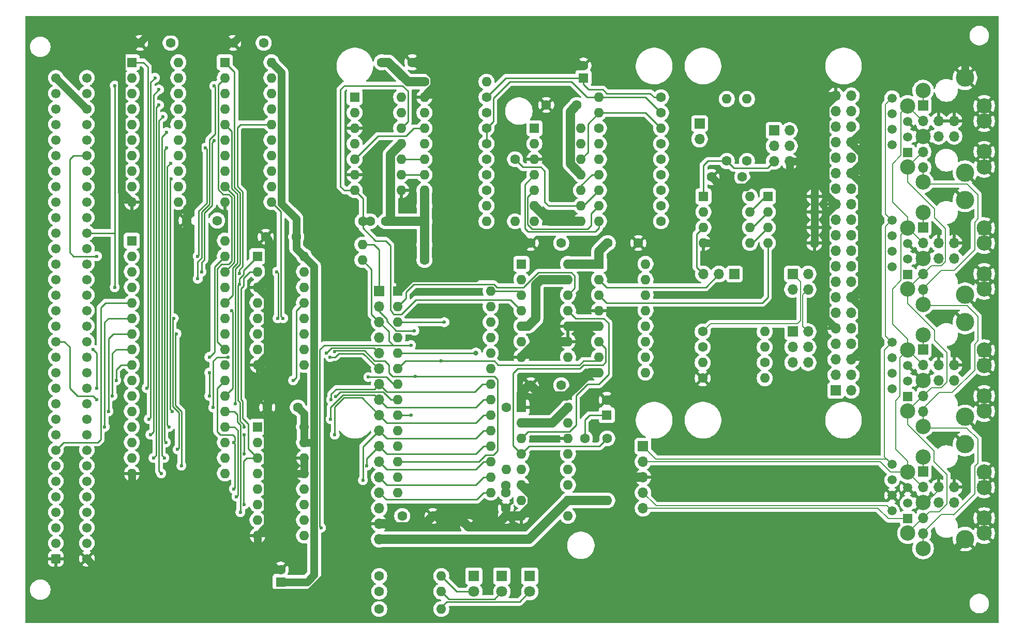
<source format=gbr>
G04 #@! TF.GenerationSoftware,KiCad,Pcbnew,9.0.5*
G04 #@! TF.CreationDate,2025-10-15T10:58:04+01:00*
G04 #@! TF.ProjectId,podule_econet,706f6475-6c65-45f6-9563-6f6e65742e6b,03a*
G04 #@! TF.SameCoordinates,Original*
G04 #@! TF.FileFunction,Copper,L1,Top*
G04 #@! TF.FilePolarity,Positive*
%FSLAX46Y46*%
G04 Gerber Fmt 4.6, Leading zero omitted, Abs format (unit mm)*
G04 Created by KiCad (PCBNEW 9.0.5) date 2025-10-15 10:58:04*
%MOMM*%
%LPD*%
G01*
G04 APERTURE LIST*
G04 Aperture macros list*
%AMRoundRect*
0 Rectangle with rounded corners*
0 $1 Rounding radius*
0 $2 $3 $4 $5 $6 $7 $8 $9 X,Y pos of 4 corners*
0 Add a 4 corners polygon primitive as box body*
4,1,4,$2,$3,$4,$5,$6,$7,$8,$9,$2,$3,0*
0 Add four circle primitives for the rounded corners*
1,1,$1+$1,$2,$3*
1,1,$1+$1,$4,$5*
1,1,$1+$1,$6,$7*
1,1,$1+$1,$8,$9*
0 Add four rect primitives between the rounded corners*
20,1,$1+$1,$2,$3,$4,$5,0*
20,1,$1+$1,$4,$5,$6,$7,0*
20,1,$1+$1,$6,$7,$8,$9,0*
20,1,$1+$1,$8,$9,$2,$3,0*%
G04 Aperture macros list end*
G04 #@! TA.AperFunction,ComponentPad*
%ADD10C,1.600000*%
G04 #@! TD*
G04 #@! TA.AperFunction,ComponentPad*
%ADD11R,1.700000X1.700000*%
G04 #@! TD*
G04 #@! TA.AperFunction,ComponentPad*
%ADD12O,1.700000X1.700000*%
G04 #@! TD*
G04 #@! TA.AperFunction,ComponentPad*
%ADD13O,1.600000X1.600000*%
G04 #@! TD*
G04 #@! TA.AperFunction,ComponentPad*
%ADD14R,1.600000X1.600000*%
G04 #@! TD*
G04 #@! TA.AperFunction,ComponentPad*
%ADD15RoundRect,0.249999X0.525001X-0.525001X0.525001X0.525001X-0.525001X0.525001X-0.525001X-0.525001X0*%
G04 #@! TD*
G04 #@! TA.AperFunction,ComponentPad*
%ADD16C,1.550000*%
G04 #@! TD*
G04 #@! TA.AperFunction,ComponentPad*
%ADD17R,1.800000X1.800000*%
G04 #@! TD*
G04 #@! TA.AperFunction,ComponentPad*
%ADD18C,1.800000*%
G04 #@! TD*
G04 #@! TA.AperFunction,ComponentPad*
%ADD19C,2.500000*%
G04 #@! TD*
G04 #@! TA.AperFunction,ComponentPad*
%ADD20C,3.000000*%
G04 #@! TD*
G04 #@! TA.AperFunction,ComponentPad*
%ADD21R,1.500000X1.500000*%
G04 #@! TD*
G04 #@! TA.AperFunction,ComponentPad*
%ADD22C,1.500000*%
G04 #@! TD*
G04 #@! TA.AperFunction,ViaPad*
%ADD23C,0.800000*%
G04 #@! TD*
G04 #@! TA.AperFunction,ViaPad*
%ADD24C,0.600000*%
G04 #@! TD*
G04 #@! TA.AperFunction,Conductor*
%ADD25C,1.270000*%
G04 #@! TD*
G04 #@! TA.AperFunction,Conductor*
%ADD26C,1.500000*%
G04 #@! TD*
G04 #@! TA.AperFunction,Conductor*
%ADD27C,0.200000*%
G04 #@! TD*
G04 #@! TA.AperFunction,Conductor*
%ADD28C,0.250000*%
G04 #@! TD*
G04 APERTURE END LIST*
D10*
X91440000Y-55245000D03*
X86440000Y-55245000D03*
X106680000Y-55245000D03*
X101680000Y-55245000D03*
X99060000Y-84328000D03*
X94060000Y-84328000D03*
D11*
X193273500Y-102525000D03*
D12*
X195813500Y-102525000D03*
X193273500Y-105065000D03*
X195813500Y-105065000D03*
X193273500Y-107605000D03*
X195813500Y-107605000D03*
D10*
X178541500Y-105065000D03*
D13*
X188701500Y-105065000D03*
D10*
X188701500Y-107605000D03*
D13*
X178541500Y-107605000D03*
D10*
X178541500Y-110145000D03*
D13*
X188701500Y-110145000D03*
D10*
X178541500Y-102525000D03*
D13*
X188701500Y-102525000D03*
D10*
X185018500Y-77208000D03*
X180018500Y-77208000D03*
X182505500Y-74587000D03*
D13*
X182505500Y-64427000D03*
D14*
X178668500Y-80383000D03*
D13*
X178668500Y-82923000D03*
X178668500Y-85463000D03*
X178668500Y-88003000D03*
X186288500Y-88003000D03*
X186288500Y-85463000D03*
X186288500Y-82923000D03*
X186288500Y-80383000D03*
D14*
X189209500Y-80383000D03*
D13*
X189209500Y-82923000D03*
X189209500Y-85463000D03*
X189209500Y-88003000D03*
X196829500Y-88003000D03*
X196829500Y-85463000D03*
X196829500Y-82923000D03*
X196829500Y-80383000D03*
D11*
X190225500Y-69588000D03*
D12*
X192765500Y-69588000D03*
X190225500Y-72128000D03*
X192765500Y-72128000D03*
X190225500Y-74668000D03*
X192765500Y-74668000D03*
D11*
X193268500Y-93078000D03*
D12*
X195808500Y-93078000D03*
X193268500Y-95618000D03*
X195808500Y-95618000D03*
D11*
X178033500Y-68445000D03*
D12*
X178033500Y-70985000D03*
D11*
X183748500Y-93083000D03*
D12*
X181208500Y-93083000D03*
X178668500Y-93083000D03*
D10*
X171728000Y-64135000D03*
D13*
X161568000Y-64135000D03*
D14*
X151003000Y-69215000D03*
D13*
X151003000Y-71755000D03*
X151003000Y-74295000D03*
X151003000Y-76835000D03*
X151003000Y-79375000D03*
X151003000Y-81915000D03*
X151003000Y-84455000D03*
X158623000Y-84455000D03*
X158623000Y-81915000D03*
X158623000Y-79375000D03*
X158623000Y-76835000D03*
X158623000Y-74295000D03*
X158623000Y-71755000D03*
X158623000Y-69215000D03*
D10*
X162920500Y-120015000D03*
D13*
X162920500Y-130175000D03*
D15*
X72644000Y-139700000D03*
D16*
X72644000Y-137160000D03*
X72644000Y-134620000D03*
X72644000Y-132080000D03*
X72644000Y-129540000D03*
X72644000Y-127000000D03*
X72644000Y-124460000D03*
X72644000Y-121920000D03*
X72644000Y-119380000D03*
X72644000Y-116840000D03*
X72644000Y-114300000D03*
X72644000Y-111760000D03*
X72644000Y-109220000D03*
X72644000Y-106680000D03*
X72644000Y-104140000D03*
X72644000Y-101600000D03*
X72644000Y-99060000D03*
X72644000Y-96520000D03*
X72644000Y-93980000D03*
X72644000Y-91440000D03*
X72644000Y-88900000D03*
X72644000Y-86360000D03*
X72644000Y-83820000D03*
X72644000Y-81280000D03*
X72644000Y-78740000D03*
X72644000Y-76200000D03*
X72644000Y-73660000D03*
X72644000Y-71120000D03*
X72644000Y-68580000D03*
X72644000Y-66040000D03*
X72644000Y-63500000D03*
X72644000Y-60960000D03*
X77724000Y-139700000D03*
X77724000Y-137160000D03*
X77724000Y-134620000D03*
X77724000Y-132080000D03*
X77724000Y-129540000D03*
X77724000Y-127000000D03*
X77724000Y-124460000D03*
X77724000Y-121920000D03*
X77724000Y-119380000D03*
X77724000Y-116840000D03*
X77724000Y-114300000D03*
X77724000Y-111760000D03*
X77724000Y-109220000D03*
X77724000Y-106680000D03*
X77724000Y-104140000D03*
X77724000Y-101600000D03*
X77724000Y-99060000D03*
X77724000Y-96520000D03*
X77724000Y-93980000D03*
X77724000Y-91440000D03*
X77724000Y-88900000D03*
X77724000Y-86360000D03*
X77724000Y-83820000D03*
X77724000Y-81280000D03*
X77724000Y-78740000D03*
X77724000Y-76200000D03*
X77724000Y-73660000D03*
X77724000Y-71120000D03*
X77724000Y-68580000D03*
X77724000Y-66040000D03*
X77724000Y-63500000D03*
X77724000Y-60960000D03*
D10*
X129358000Y-132715000D03*
X134358000Y-132715000D03*
D17*
X145669000Y-142557000D03*
D18*
X145669000Y-145097000D03*
D14*
X128603000Y-95885000D03*
D13*
X128603000Y-98425000D03*
X128603000Y-100965000D03*
X128603000Y-103505000D03*
X128603000Y-106045000D03*
X128603000Y-108585000D03*
X128603000Y-111125000D03*
X128603000Y-113665000D03*
X128603000Y-116205000D03*
X128603000Y-118745000D03*
X128603000Y-121285000D03*
X128603000Y-123825000D03*
X128603000Y-126365000D03*
X128603000Y-128905000D03*
X143843000Y-128905000D03*
X143843000Y-126365000D03*
X143843000Y-123825000D03*
X143843000Y-121285000D03*
X143843000Y-118745000D03*
X143843000Y-116205000D03*
X143843000Y-113665000D03*
X143843000Y-111125000D03*
X143843000Y-108585000D03*
X143843000Y-106045000D03*
X143843000Y-103505000D03*
X143843000Y-100965000D03*
X143843000Y-98425000D03*
X143843000Y-95885000D03*
D10*
X146328000Y-132715000D03*
X146328000Y-131445000D03*
X146328000Y-128905000D03*
X146328000Y-127715000D03*
X126008000Y-58420000D03*
X131008000Y-58420000D03*
D11*
X125603000Y-95885000D03*
D12*
X125603000Y-98425000D03*
X125603000Y-100965000D03*
X125603000Y-103505000D03*
X125603000Y-106045000D03*
X125603000Y-108585000D03*
X125603000Y-111125000D03*
X125603000Y-113665000D03*
X125603000Y-116205000D03*
X125603000Y-118745000D03*
X125603000Y-121285000D03*
X125603000Y-123825000D03*
X125603000Y-126365000D03*
X125603000Y-128905000D03*
X125603000Y-131445000D03*
X125603000Y-133985000D03*
X125603000Y-136525000D03*
D10*
X143153000Y-74295000D03*
D13*
X132993000Y-74295000D03*
D11*
X200333000Y-112155000D03*
D12*
X202873000Y-112155000D03*
X200333000Y-109615000D03*
X202873000Y-109615000D03*
X200333000Y-107075000D03*
X202873000Y-107075000D03*
X200333000Y-104535000D03*
X202873000Y-104535000D03*
X200333000Y-101995000D03*
X202873000Y-101995000D03*
X200333000Y-99455000D03*
X202873000Y-99455000D03*
X200333000Y-96915000D03*
X202873000Y-96915000D03*
X200333000Y-94375000D03*
X202873000Y-94375000D03*
X200333000Y-91835000D03*
X202873000Y-91835000D03*
X200333000Y-89295000D03*
X202873000Y-89295000D03*
X200333000Y-86755000D03*
X202873000Y-86755000D03*
X200333000Y-84215000D03*
X202873000Y-84215000D03*
X200333000Y-81675000D03*
X202873000Y-81675000D03*
X200333000Y-79135000D03*
X202873000Y-79135000D03*
X200333000Y-76595000D03*
X202873000Y-76595000D03*
X200333000Y-74055000D03*
X202873000Y-74055000D03*
X200333000Y-71515000D03*
X202873000Y-71515000D03*
X200333000Y-68975000D03*
X202873000Y-68975000D03*
X200333000Y-66435000D03*
X202873000Y-66435000D03*
X200333000Y-63895000D03*
X202873000Y-63895000D03*
D10*
X171728000Y-81915000D03*
D13*
X161568000Y-81915000D03*
D10*
X155393000Y-88011000D03*
X150393000Y-88011000D03*
D14*
X121563000Y-64135000D03*
D13*
X121563000Y-66675000D03*
X121563000Y-69215000D03*
X121563000Y-71755000D03*
X121563000Y-74295000D03*
X121563000Y-76835000D03*
X121563000Y-79375000D03*
X129183000Y-79375000D03*
X129183000Y-76835000D03*
X129183000Y-74295000D03*
X129183000Y-71755000D03*
X129183000Y-69215000D03*
X129183000Y-66675000D03*
X129183000Y-64135000D03*
D10*
X185807500Y-74587000D03*
D13*
X185807500Y-64427000D03*
D10*
X132993000Y-88265000D03*
D13*
X122833000Y-88265000D03*
D10*
X132993000Y-61595000D03*
D13*
X143153000Y-61595000D03*
D10*
X143153000Y-69215000D03*
D13*
X132993000Y-69215000D03*
D11*
X214630000Y-105466000D03*
D19*
X214630000Y-103046000D03*
D20*
X221492800Y-116488800D03*
D19*
X224630000Y-115546000D03*
X224630000Y-113046000D03*
X214630000Y-110546000D03*
X224630000Y-108046000D03*
D12*
X217170000Y-108006000D03*
X219710000Y-108006000D03*
D19*
X224630000Y-105546000D03*
D20*
X221492800Y-100948800D03*
D19*
X214630000Y-118046000D03*
D12*
X214630000Y-115626000D03*
X214630000Y-108006000D03*
D19*
X212130000Y-105546000D03*
X212130000Y-115546000D03*
D12*
X214630000Y-113086000D03*
X217170000Y-110546000D03*
X219710000Y-110546000D03*
D21*
X212092800Y-113163800D03*
D22*
X209552800Y-111893800D03*
X212092800Y-110623800D03*
X209552800Y-109353800D03*
X212092800Y-108083800D03*
X209552800Y-106813800D03*
X209552800Y-104273800D03*
D14*
X85090000Y-58420000D03*
D13*
X85090000Y-60960000D03*
X85090000Y-63500000D03*
X85090000Y-66040000D03*
X85090000Y-68580000D03*
X85090000Y-71120000D03*
X85090000Y-73660000D03*
X85090000Y-76200000D03*
X85090000Y-78740000D03*
X85090000Y-81280000D03*
X92710000Y-81280000D03*
X92710000Y-78740000D03*
X92710000Y-76200000D03*
X92710000Y-73660000D03*
X92710000Y-71120000D03*
X92710000Y-68580000D03*
X92710000Y-66040000D03*
X92710000Y-63500000D03*
X92710000Y-60960000D03*
X92710000Y-58420000D03*
D14*
X109474000Y-143510000D03*
D10*
X109474000Y-141510000D03*
D11*
X214630000Y-125466000D03*
D19*
X214630000Y-123046000D03*
D20*
X221492800Y-136488800D03*
D19*
X224630000Y-135546000D03*
X224630000Y-133046000D03*
X214630000Y-130546000D03*
X224630000Y-128046000D03*
D12*
X217170000Y-128006000D03*
X219710000Y-128006000D03*
D19*
X224630000Y-125546000D03*
D20*
X221492800Y-120948800D03*
D19*
X214630000Y-138046000D03*
D12*
X214630000Y-135626000D03*
X214630000Y-128006000D03*
D19*
X212130000Y-125546000D03*
X212130000Y-135546000D03*
D12*
X214630000Y-133086000D03*
X217170000Y-130546000D03*
X219710000Y-130546000D03*
D21*
X212092800Y-133163800D03*
D22*
X209552800Y-131893800D03*
X212092800Y-130623800D03*
X209552800Y-129353800D03*
X212092800Y-128083800D03*
X209552800Y-126813800D03*
X209552800Y-124273800D03*
D17*
X141097000Y-142557000D03*
D18*
X141097000Y-145097000D03*
D10*
X112014000Y-86995000D03*
X107014000Y-86995000D03*
X143153000Y-79375000D03*
D13*
X132993000Y-79375000D03*
D10*
X132993000Y-81915000D03*
D13*
X143153000Y-81915000D03*
D11*
X214630000Y-85466000D03*
D19*
X214630000Y-83046000D03*
D20*
X221492800Y-96488800D03*
D19*
X224630000Y-95546000D03*
X224630000Y-93046000D03*
X214630000Y-90546000D03*
X224630000Y-88046000D03*
D12*
X217170000Y-88006000D03*
X219710000Y-88006000D03*
D19*
X224630000Y-85546000D03*
D20*
X221492800Y-80948800D03*
D19*
X214630000Y-98046000D03*
D12*
X214630000Y-95626000D03*
X214630000Y-88006000D03*
D19*
X212130000Y-85546000D03*
X212130000Y-95546000D03*
D12*
X214630000Y-93086000D03*
X217170000Y-90546000D03*
X219710000Y-90546000D03*
D21*
X212092800Y-93163800D03*
D22*
X209552800Y-91893800D03*
X212092800Y-90623800D03*
X209552800Y-89353800D03*
X212092800Y-88083800D03*
X209552800Y-86813800D03*
X209552800Y-84273800D03*
D11*
X214630000Y-65466000D03*
D19*
X214630000Y-63046000D03*
D20*
X221492800Y-76488800D03*
D19*
X224630000Y-75546000D03*
X224630000Y-73046000D03*
X214630000Y-70546000D03*
X224630000Y-68046000D03*
D12*
X217170000Y-68006000D03*
X219710000Y-68006000D03*
D19*
X224630000Y-65546000D03*
D20*
X221492800Y-60948800D03*
D19*
X214630000Y-78046000D03*
D12*
X214630000Y-75626000D03*
X214630000Y-68006000D03*
D19*
X212130000Y-65546000D03*
X212130000Y-75546000D03*
D12*
X214630000Y-73086000D03*
X217170000Y-70546000D03*
X219710000Y-70546000D03*
D21*
X212092800Y-73163800D03*
D22*
X209552800Y-71893800D03*
X212092800Y-70623800D03*
X209552800Y-69353800D03*
X212092800Y-68083800D03*
X209552800Y-66813800D03*
X209552800Y-64273800D03*
D10*
X143153000Y-76835000D03*
D13*
X132993000Y-76835000D03*
D10*
X112268000Y-114935000D03*
X107268000Y-114935000D03*
X146383000Y-114935000D03*
D13*
X146383000Y-125095000D03*
D10*
X143153000Y-66675000D03*
D13*
X132993000Y-66675000D03*
D10*
X132993000Y-84455000D03*
D13*
X143153000Y-84455000D03*
D14*
X105664000Y-90170000D03*
D13*
X105664000Y-92710000D03*
X105664000Y-95250000D03*
X105664000Y-97790000D03*
X105664000Y-100330000D03*
X105664000Y-102870000D03*
X105664000Y-105410000D03*
X105664000Y-107950000D03*
X113284000Y-107950000D03*
X113284000Y-105410000D03*
X113284000Y-102870000D03*
X113284000Y-100330000D03*
X113284000Y-97790000D03*
X113284000Y-95250000D03*
X113284000Y-92710000D03*
X113284000Y-90170000D03*
D10*
X147828000Y-74295000D03*
D13*
X147828000Y-84455000D03*
D10*
X143153000Y-71755000D03*
D13*
X132993000Y-71755000D03*
D10*
X163013000Y-88011000D03*
X168013000Y-88011000D03*
X171728000Y-71755000D03*
D13*
X161568000Y-71755000D03*
D10*
X143153000Y-64135000D03*
D13*
X132993000Y-64135000D03*
D10*
X171728000Y-84455000D03*
D13*
X161568000Y-84455000D03*
D10*
X127913000Y-84455000D03*
X126643000Y-84455000D03*
X124103000Y-84455000D03*
X122913000Y-84455000D03*
X155393000Y-111315000D03*
X150393000Y-111315000D03*
X171728000Y-66675000D03*
D13*
X161568000Y-66675000D03*
D14*
X100330000Y-58420000D03*
D13*
X100330000Y-60960000D03*
X100330000Y-63500000D03*
X100330000Y-66040000D03*
X100330000Y-68580000D03*
X100330000Y-71120000D03*
X100330000Y-73660000D03*
X100330000Y-76200000D03*
X100330000Y-78740000D03*
X100330000Y-81280000D03*
X107950000Y-81280000D03*
X107950000Y-78740000D03*
X107950000Y-76200000D03*
X107950000Y-73660000D03*
X107950000Y-71120000D03*
X107950000Y-68580000D03*
X107950000Y-66040000D03*
X107950000Y-63500000D03*
X107950000Y-60960000D03*
X107950000Y-58420000D03*
D14*
X161568000Y-91440000D03*
D13*
X161568000Y-93980000D03*
X161568000Y-96520000D03*
X161568000Y-99060000D03*
X161568000Y-101600000D03*
X161568000Y-104140000D03*
X161568000Y-106680000D03*
X161568000Y-109220000D03*
X169188000Y-109220000D03*
X169188000Y-106680000D03*
X169188000Y-104140000D03*
X169188000Y-101600000D03*
X169188000Y-99060000D03*
X169188000Y-96520000D03*
X169188000Y-93980000D03*
X169188000Y-91440000D03*
D10*
X125603000Y-145097000D03*
D13*
X135763000Y-145097000D03*
D14*
X85090000Y-87630000D03*
D13*
X85090000Y-90170000D03*
X85090000Y-92710000D03*
X85090000Y-95250000D03*
X85090000Y-97790000D03*
X85090000Y-100330000D03*
X85090000Y-102870000D03*
X85090000Y-105410000D03*
X85090000Y-107950000D03*
X85090000Y-110490000D03*
X85090000Y-113030000D03*
X85090000Y-115570000D03*
X85090000Y-118110000D03*
X85090000Y-120650000D03*
X85090000Y-123190000D03*
X85090000Y-125730000D03*
X100330000Y-125730000D03*
X100330000Y-123190000D03*
X100330000Y-120650000D03*
X100330000Y-118110000D03*
X100330000Y-115570000D03*
X100330000Y-113030000D03*
X100330000Y-110490000D03*
X100330000Y-107950000D03*
X100330000Y-105410000D03*
X100330000Y-102870000D03*
X100330000Y-100330000D03*
X100330000Y-97790000D03*
X100330000Y-95250000D03*
X100330000Y-92710000D03*
X100330000Y-90170000D03*
X100330000Y-87630000D03*
D10*
X161568000Y-69215000D03*
D13*
X171728000Y-69215000D03*
D17*
X150241000Y-142557000D03*
D18*
X150241000Y-145097000D03*
D14*
X159028000Y-60960000D03*
D10*
X159028000Y-58960000D03*
X132993000Y-90805000D03*
D13*
X122833000Y-90805000D03*
D10*
X157933000Y-65405000D03*
X152933000Y-65405000D03*
X171728000Y-76835000D03*
D13*
X161568000Y-76835000D03*
D10*
X171728000Y-74295000D03*
D13*
X161568000Y-74295000D03*
D11*
X168783000Y-121285000D03*
D12*
X168783000Y-123825000D03*
X168783000Y-126365000D03*
X168783000Y-128905000D03*
X168783000Y-131445000D03*
D14*
X162838000Y-116205000D03*
D10*
X162838000Y-113705000D03*
X159258000Y-120015000D03*
D13*
X159258000Y-130175000D03*
D14*
X148868000Y-91440000D03*
D13*
X148868000Y-93980000D03*
X148868000Y-96520000D03*
X148868000Y-99060000D03*
X148868000Y-101600000D03*
X148868000Y-104140000D03*
X148868000Y-106680000D03*
X156488000Y-106680000D03*
X156488000Y-104140000D03*
X156488000Y-101600000D03*
X156488000Y-99060000D03*
X156488000Y-96520000D03*
X156488000Y-93980000D03*
X156488000Y-91440000D03*
D14*
X105664000Y-118125000D03*
D13*
X105664000Y-120665000D03*
X105664000Y-123205000D03*
X105664000Y-125745000D03*
X105664000Y-128285000D03*
X105664000Y-130825000D03*
X105664000Y-133365000D03*
X105664000Y-135905000D03*
X113284000Y-135905000D03*
X113284000Y-133365000D03*
X113284000Y-130825000D03*
X113284000Y-128285000D03*
X113284000Y-125745000D03*
X113284000Y-123205000D03*
X113284000Y-120665000D03*
X113284000Y-118125000D03*
D10*
X125603000Y-142557000D03*
D13*
X135763000Y-142557000D03*
D10*
X125603000Y-147954000D03*
D13*
X135763000Y-147954000D03*
D14*
X140208000Y-136525000D03*
D10*
X140208000Y-134525000D03*
X171728000Y-79375000D03*
D13*
X161568000Y-79375000D03*
D14*
X148868000Y-114935000D03*
D13*
X148868000Y-117475000D03*
X148868000Y-120015000D03*
X148868000Y-122555000D03*
X148868000Y-125095000D03*
X148868000Y-127635000D03*
X148868000Y-130175000D03*
X148868000Y-132715000D03*
X156488000Y-132715000D03*
X156488000Y-130175000D03*
X156488000Y-127635000D03*
X156488000Y-125095000D03*
X156488000Y-122555000D03*
X156488000Y-120015000D03*
X156488000Y-117475000D03*
X156488000Y-114935000D03*
D23*
X153293000Y-84205000D03*
X137668000Y-75565000D03*
D24*
X110490000Y-104140000D03*
D23*
X146963000Y-70485000D03*
X146328000Y-80010000D03*
D24*
X95504000Y-95250000D03*
D23*
X166648000Y-68580000D03*
X172363000Y-88265000D03*
X132358000Y-104140000D03*
X124103000Y-75565000D03*
X154123000Y-99885000D03*
X154758000Y-77025000D03*
D24*
X117023765Y-110109000D03*
D23*
X192506500Y-117462000D03*
D24*
X95885000Y-68707000D03*
X117031000Y-120777000D03*
D23*
X167918000Y-113030000D03*
X152218000Y-130365000D03*
X153333001Y-113065001D03*
X132358000Y-95885000D03*
D24*
X95250000Y-109220000D03*
X95250000Y-99060000D03*
D23*
X137438000Y-65405000D03*
X132358000Y-98425000D03*
D24*
X182505500Y-71793000D03*
D23*
X126685910Y-61002910D03*
D24*
X91509506Y-77470000D03*
X91694000Y-115570000D03*
X102870000Y-132080000D03*
X91186000Y-118110000D03*
X102245500Y-129540000D03*
X91440000Y-74930000D03*
X90678000Y-120650000D03*
X90805000Y-72390000D03*
X90424000Y-123190000D03*
X123584500Y-124475000D03*
X90805000Y-69850000D03*
X89916000Y-125730000D03*
X90170000Y-67310000D03*
X122936000Y-126840020D03*
X88646000Y-123190000D03*
X103515500Y-119380000D03*
X89535000Y-65405000D03*
X103515500Y-122544500D03*
X118301000Y-119395000D03*
X88138000Y-119380000D03*
X117636000Y-116840000D03*
X89535000Y-62865000D03*
X87884000Y-116840000D03*
X117729000Y-113665000D03*
X88900000Y-60960000D03*
D23*
X141423000Y-106045000D03*
D24*
X97155000Y-72390000D03*
X95885000Y-90170000D03*
X96509500Y-92710000D03*
X98580989Y-71247000D03*
X98580989Y-62276812D03*
X95885000Y-93853000D03*
X102674020Y-92964000D03*
X80645000Y-118110000D03*
X81280000Y-115570000D03*
X101795980Y-128270000D03*
X101795005Y-120650000D03*
X111506000Y-110490000D03*
X81915000Y-113030000D03*
X82550000Y-110490000D03*
X93218000Y-124460000D03*
X92408546Y-102870000D03*
X91959026Y-100330000D03*
X92593500Y-121803500D03*
X103494500Y-130810000D03*
X82304500Y-95250000D03*
X102674020Y-94742000D03*
X103515500Y-118110000D03*
X82304500Y-62230000D03*
X109855000Y-100330000D03*
X97790000Y-106680000D03*
X101425020Y-99060000D03*
X97790000Y-113030000D03*
X79375000Y-111760000D03*
X117539000Y-106680000D03*
X78740000Y-105410000D03*
X97790000Y-109220000D03*
X100838000Y-106680000D03*
X79375000Y-113665000D03*
X98425000Y-114935000D03*
X116967000Y-106045000D03*
X131469000Y-109855000D03*
X131342000Y-102362000D03*
X87533500Y-111760000D03*
X118301205Y-105817531D03*
X102079011Y-114300000D03*
X118491000Y-113127000D03*
X108966000Y-100330000D03*
X108849500Y-92710000D03*
X123803499Y-109950489D03*
X79375000Y-90170000D03*
X130802511Y-116205000D03*
X116053011Y-134635000D03*
X130802511Y-104743511D03*
X136271000Y-100965000D03*
X135763000Y-107315000D03*
D25*
X95885000Y-55245000D02*
X101680000Y-55245000D01*
X86440000Y-55165000D02*
X88265000Y-53340000D01*
X88265000Y-53340000D02*
X93980000Y-53340000D01*
X93980000Y-53340000D02*
X95885000Y-55245000D01*
D26*
X158623000Y-84455000D02*
X153543000Y-84455000D01*
X148868000Y-132715000D02*
X146383000Y-132715000D01*
D25*
X79534000Y-141510000D02*
X77724000Y-139700000D01*
X204557511Y-95230489D02*
X202873000Y-96915000D01*
X107442000Y-93472000D02*
X107442000Y-87423000D01*
X202873000Y-96915000D02*
X204557511Y-98599511D01*
D26*
X141292719Y-93684989D02*
X146966708Y-88011000D01*
D25*
X94060000Y-114474000D02*
X94060000Y-84328000D01*
X83439000Y-56515000D02*
X83439000Y-79629000D01*
X200333000Y-81675000D02*
X198648489Y-83359511D01*
X85090000Y-127762000D02*
X86106000Y-128778000D01*
X95885000Y-68707000D02*
X95885000Y-55245000D01*
X105664000Y-135905000D02*
X105664000Y-141478000D01*
D26*
X156233001Y-113065001D02*
X153333001Y-113065001D01*
D25*
X83439000Y-79629000D02*
X85090000Y-81280000D01*
D26*
X153293000Y-84205000D02*
X151003000Y-81915000D01*
D25*
X113284000Y-125745000D02*
X107330000Y-125745000D01*
X192765500Y-74668000D02*
X196610000Y-74668000D01*
X200333000Y-63895000D02*
X196851500Y-63895000D01*
X94964000Y-141510000D02*
X105696000Y-141510000D01*
D26*
X150618001Y-129385001D02*
X150618001Y-130964999D01*
X165378000Y-115113630D02*
X165378000Y-125095000D01*
D25*
X192765500Y-76724000D02*
X192765500Y-74668000D01*
X109474000Y-141510000D02*
X105696000Y-141510000D01*
X79534000Y-141510000D02*
X94964000Y-141510000D01*
X202521000Y-53355000D02*
X205813500Y-53355000D01*
X180018500Y-77208000D02*
X181653011Y-78842511D01*
X196851500Y-63895000D02*
X196829500Y-63873000D01*
X113284000Y-123205000D02*
X113284000Y-125745000D01*
X107330000Y-125745000D02*
X107298511Y-125713511D01*
D26*
X153543000Y-84455000D02*
X153293000Y-84205000D01*
X134358000Y-132715000D02*
X138398000Y-132715000D01*
X126805081Y-133985000D02*
X125603000Y-133985000D01*
D25*
X204557511Y-78279511D02*
X204557511Y-95230489D01*
D26*
X151408000Y-104140000D02*
X148868000Y-106680000D01*
D25*
X202873000Y-71672741D02*
X204557511Y-73357252D01*
X86106000Y-128778000D02*
X94869000Y-128778000D01*
X178668500Y-88003000D02*
X181208500Y-88003000D01*
D26*
X163969370Y-113705000D02*
X165378000Y-115113630D01*
D25*
X217581600Y-140400000D02*
X118980894Y-140400000D01*
D26*
X132993000Y-64135000D02*
X134743001Y-62384999D01*
X156488000Y-104140000D02*
X151408000Y-104140000D01*
D25*
X192154500Y-77335000D02*
X192765500Y-76724000D01*
D26*
X161568000Y-109220000D02*
X160078002Y-109220000D01*
X165378000Y-125095000D02*
X166648000Y-126365000D01*
D25*
X181208500Y-88003000D02*
X181208500Y-78398000D01*
X94869000Y-141415000D02*
X94964000Y-141510000D01*
X196829500Y-82923000D02*
X196829500Y-85463000D01*
X181208500Y-78398000D02*
X180018500Y-77208000D01*
X196829500Y-80383000D02*
X196829500Y-74887500D01*
X198648489Y-65579511D02*
X198648489Y-79990489D01*
D26*
X159028000Y-58960000D02*
X156902000Y-58960000D01*
X134743001Y-60754999D02*
X132408002Y-58420000D01*
D25*
X94869000Y-115283000D02*
X94060000Y-114474000D01*
X103570000Y-53355000D02*
X202521000Y-53355000D01*
D26*
X162838000Y-113705000D02*
X163969370Y-113705000D01*
D25*
X105601000Y-141605000D02*
X105696000Y-141510000D01*
D26*
X150618001Y-130964999D02*
X148868000Y-132715000D01*
D25*
X196829500Y-74887500D02*
X196829500Y-63873000D01*
X202873000Y-76595000D02*
X204557511Y-78279511D01*
X105664000Y-95250000D02*
X107442000Y-93472000D01*
X196610000Y-74668000D02*
X196829500Y-74887500D01*
D26*
X148868000Y-114935000D02*
X148868000Y-112574000D01*
D25*
X198648489Y-83359511D02*
X198648489Y-100310489D01*
D26*
X132607999Y-134465001D02*
X127285082Y-134465001D01*
D25*
X105664000Y-95250000D02*
X107298511Y-96884511D01*
X118980894Y-140400000D02*
X114156894Y-145224000D01*
D26*
X146966708Y-88011000D02*
X150393000Y-88011000D01*
X127285082Y-134465001D02*
X126805081Y-133985000D01*
X144518000Y-134525000D02*
X146328000Y-132715000D01*
X140208000Y-134525000D02*
X144518000Y-134525000D01*
D25*
X86440000Y-55245000D02*
X84709000Y-55245000D01*
X94869000Y-115283000D02*
X94869000Y-141415000D01*
D26*
X141292719Y-93684989D02*
X130803011Y-93684989D01*
X130803011Y-93684989D02*
X128603000Y-95885000D01*
X148868000Y-127635000D02*
X150618001Y-129385001D01*
X156902000Y-58960000D02*
X156362000Y-58420000D01*
D25*
X94060000Y-82343000D02*
X95885000Y-80518000D01*
X107298511Y-106315489D02*
X105664000Y-107950000D01*
D26*
X148868000Y-112574000D02*
X150063000Y-111379000D01*
D25*
X107442000Y-87423000D02*
X107014000Y-86995000D01*
X198648489Y-100310489D02*
X200333000Y-101995000D01*
X221492800Y-56647800D02*
X221492800Y-60948800D01*
D26*
X166648000Y-126365000D02*
X168783000Y-126365000D01*
D25*
X85090000Y-125730000D02*
X85090000Y-127762000D01*
D26*
X131048000Y-58460000D02*
X131008000Y-58420000D01*
D25*
X205813500Y-53355000D02*
X218200000Y-53355000D01*
X105601000Y-145224000D02*
X105601000Y-141605000D01*
D26*
X131008000Y-58420000D02*
X156362000Y-58420000D01*
D25*
X196829500Y-85463000D02*
X196829500Y-88003000D01*
X107298511Y-109584511D02*
X105664000Y-107950000D01*
X107298511Y-125713511D02*
X107298511Y-109584511D01*
X200333000Y-63895000D02*
X198648489Y-65579511D01*
X204557511Y-98599511D02*
X204557511Y-105390489D01*
X105664000Y-141478000D02*
X105696000Y-141510000D01*
D26*
X161568000Y-101600000D02*
X156488000Y-101600000D01*
X160078002Y-109220000D02*
X156233001Y-113065001D01*
D25*
X95885000Y-80518000D02*
X95885000Y-68707000D01*
D26*
X152143001Y-113065001D02*
X150393000Y-111315000D01*
D25*
X181653011Y-78842511D02*
X185695538Y-78842511D01*
X205813500Y-53355000D02*
X205813500Y-68574500D01*
X94060000Y-82343000D02*
X94060000Y-84328000D01*
X198648489Y-79990489D02*
X200333000Y-81675000D01*
X185695538Y-78842511D02*
X187203049Y-77335000D01*
X107298511Y-96884511D02*
X107298511Y-106315489D01*
X204557511Y-105390489D02*
X202873000Y-107075000D01*
D26*
X134743001Y-62384999D02*
X134743001Y-60754999D01*
D25*
X218200000Y-53355000D02*
X221492800Y-56647800D01*
X101680000Y-55245000D02*
X103570000Y-53355000D01*
X187203049Y-77335000D02*
X192154500Y-77335000D01*
D26*
X153333001Y-113065001D02*
X152143001Y-113065001D01*
D25*
X105664000Y-135905000D02*
X107298511Y-134270489D01*
D26*
X134358000Y-132715000D02*
X132607999Y-134465001D01*
D27*
X214630000Y-131064000D02*
X217535721Y-128158279D01*
D25*
X107298511Y-134270489D02*
X107298511Y-125713511D01*
X84709000Y-55245000D02*
X83439000Y-56515000D01*
X204557511Y-74910489D02*
X202873000Y-76595000D01*
D26*
X138398000Y-132715000D02*
X140208000Y-134525000D01*
D25*
X221492800Y-136488800D02*
X217581600Y-140400000D01*
X204557511Y-73357252D02*
X204557511Y-74910489D01*
X196829500Y-80383000D02*
X196829500Y-82923000D01*
X205813500Y-68574500D02*
X202873000Y-71515000D01*
X114156894Y-145224000D02*
X105601000Y-145224000D01*
D28*
X119888000Y-79375000D02*
X119253000Y-78740000D01*
X119888000Y-79375000D02*
X121563000Y-79375000D01*
X130308001Y-68089999D02*
X130308001Y-63125001D01*
X129183000Y-99695000D02*
X131578001Y-97299999D01*
X119888000Y-62230000D02*
X129413000Y-62230000D01*
X122913000Y-84455000D02*
X122913000Y-85586370D01*
X130308001Y-63125001D02*
X129413000Y-62230000D01*
X119253000Y-78740000D02*
X119253000Y-62865000D01*
X147107999Y-97299999D02*
X148868000Y-99060000D01*
X124956630Y-87630000D02*
X126643000Y-87630000D01*
X122913000Y-80725000D02*
X121563000Y-79375000D01*
X127423000Y-98910002D02*
X127913000Y-99695000D01*
X122913000Y-85586370D02*
X124956630Y-87630000D01*
X122913000Y-84455000D02*
X122913000Y-80725000D01*
X129183000Y-69215000D02*
X130308001Y-68089999D01*
X127913000Y-99695000D02*
X129183000Y-99695000D01*
X126643000Y-87630000D02*
X127423000Y-88410000D01*
X122913000Y-84455000D02*
X124103000Y-84455000D01*
X127423000Y-88410000D02*
X127423000Y-98910002D01*
X119253000Y-62865000D02*
X119888000Y-62230000D01*
X131578001Y-97299999D02*
X147107999Y-97299999D01*
X143843000Y-128905000D02*
X142711630Y-128905000D01*
X101845551Y-115570000D02*
X100330000Y-115570000D01*
X102353551Y-116078000D02*
X101845551Y-115570000D01*
X126728001Y-130030001D02*
X125603000Y-128905000D01*
X91509506Y-77470000D02*
X91384000Y-77470000D01*
X102870000Y-132080000D02*
X102870000Y-117851307D01*
X141586629Y-130030001D02*
X126728001Y-130030001D01*
X91334526Y-115210526D02*
X91694000Y-115570000D01*
X91384000Y-77470000D02*
X91334526Y-77519474D01*
X102870000Y-117851307D02*
X102353551Y-117334857D01*
X91334526Y-77519474D02*
X91334526Y-115210526D01*
X102353551Y-117334857D02*
X102353551Y-116078000D01*
X142711630Y-128905000D02*
X141586629Y-130030001D01*
X101854000Y-118110000D02*
X102420480Y-118676480D01*
X125603000Y-126365000D02*
X126873000Y-127635000D01*
X100330000Y-118110000D02*
X101854000Y-118110000D01*
X91440000Y-74930000D02*
X90885006Y-75484994D01*
X102420480Y-129365020D02*
X102245500Y-129540000D01*
X90885006Y-117809006D02*
X91186000Y-118110000D01*
X90885006Y-75484994D02*
X90885006Y-117809006D01*
X126873000Y-127635000D02*
X141441630Y-127635000D01*
X141441630Y-127635000D02*
X142711630Y-126365000D01*
X142711630Y-126365000D02*
X143843000Y-126365000D01*
X102420480Y-118676480D02*
X102420480Y-129365020D01*
X160020000Y-116205000D02*
X159258000Y-116967000D01*
X159258000Y-116967000D02*
X159258000Y-120015000D01*
X162838000Y-116205000D02*
X160020000Y-116205000D01*
X125603000Y-123825000D02*
X126873000Y-125095000D01*
X90435004Y-72759996D02*
X90435004Y-120407004D01*
X90805000Y-72390000D02*
X90435004Y-72759996D01*
X90435004Y-120407004D02*
X90678000Y-120650000D01*
X142711630Y-123825000D02*
X143843000Y-123825000D01*
X126873000Y-125095000D02*
X141441630Y-125095000D01*
X141441630Y-125095000D02*
X142711630Y-123825000D01*
X129963000Y-97065000D02*
X129963000Y-96070000D01*
X144383001Y-94759999D02*
X144873002Y-95250000D01*
X157028001Y-92854999D02*
X157613001Y-93439999D01*
X131273001Y-94759999D02*
X144383001Y-94759999D01*
X157613001Y-93439999D02*
X157613001Y-95394999D01*
X157613001Y-95394999D02*
X156488000Y-96520000D01*
X151647708Y-92854999D02*
X157028001Y-92854999D01*
X128603000Y-98425000D02*
X129963000Y-97065000D01*
X149263002Y-95250000D02*
X149263002Y-95239705D01*
X149263002Y-95239705D02*
X151647708Y-92854999D01*
X129963000Y-96070000D02*
X131273001Y-94759999D01*
X144873002Y-95250000D02*
X149263002Y-95250000D01*
X123584500Y-123303500D02*
X125603000Y-121285000D01*
X89985002Y-70669998D02*
X89985002Y-122751002D01*
X125603000Y-121285000D02*
X126873000Y-122555000D01*
X126873000Y-122555000D02*
X141441630Y-122555000D01*
X90805000Y-69850000D02*
X89985002Y-70669998D01*
X142711630Y-121285000D02*
X143843000Y-121285000D01*
X89985002Y-122751002D02*
X90424000Y-123190000D01*
X123584500Y-124475000D02*
X123584500Y-123303500D01*
X141441630Y-122555000D02*
X142711630Y-121285000D01*
X89535000Y-67945000D02*
X89535000Y-125349000D01*
X125603000Y-118745000D02*
X126873000Y-120015000D01*
X122960000Y-126816020D02*
X122960000Y-121388000D01*
X90170000Y-67310000D02*
X89535000Y-67945000D01*
X122960000Y-126816020D02*
X122936000Y-126840020D01*
X141441630Y-120015000D02*
X142711630Y-118745000D01*
X126873000Y-120015000D02*
X141441630Y-120015000D01*
X142711630Y-118745000D02*
X143843000Y-118745000D01*
X89535000Y-125349000D02*
X89916000Y-125730000D01*
X122960000Y-121388000D02*
X125603000Y-118745000D01*
X125603000Y-116205000D02*
X122750520Y-113352520D01*
X119819480Y-113352520D02*
X118301000Y-114871000D01*
X89085480Y-65854520D02*
X89085480Y-122750520D01*
X142711630Y-116205000D02*
X143843000Y-116205000D01*
X125603000Y-116205000D02*
X126873000Y-117475000D01*
X141441630Y-117475000D02*
X142711630Y-116205000D01*
X103515500Y-119380000D02*
X103515500Y-122544500D01*
X122750520Y-113352520D02*
X119819480Y-113352520D01*
X126873000Y-117475000D02*
X141441630Y-117475000D01*
X89085480Y-122750520D02*
X88646000Y-123190000D01*
X89535000Y-65405000D02*
X89085480Y-65854520D01*
X118301000Y-114871000D02*
X118301000Y-119395000D01*
X126873000Y-114935000D02*
X141441630Y-114935000D01*
X117636000Y-114900282D02*
X117636000Y-116840000D01*
X89535000Y-62865000D02*
X88635960Y-63764040D01*
X88635960Y-63764040D02*
X88635960Y-118882040D01*
X141441630Y-114935000D02*
X142711630Y-113665000D01*
X88635960Y-118882040D02*
X88138000Y-119380000D01*
X142711630Y-113665000D02*
X143843000Y-113665000D01*
X119633282Y-112903000D02*
X117636000Y-114900282D01*
X125603000Y-113665000D02*
X126873000Y-114935000D01*
X124841000Y-112903000D02*
X119633282Y-112903000D01*
X125603000Y-113665000D02*
X124841000Y-112903000D01*
D26*
X130314370Y-61595000D02*
X132993000Y-61595000D01*
X132993000Y-79375000D02*
X132993000Y-81915000D01*
X125603000Y-136525000D02*
X140208000Y-136525000D01*
X140208000Y-136525000D02*
X150138000Y-136525000D01*
D25*
X114918511Y-120650000D02*
X114918511Y-91804511D01*
D26*
X127433489Y-83975489D02*
X127913000Y-84455000D01*
X161568000Y-89336000D02*
X162893000Y-88011000D01*
X159258000Y-130175000D02*
X162920500Y-130175000D01*
X148868000Y-117475000D02*
X153948000Y-117475000D01*
D25*
X113792000Y-143510000D02*
X109474000Y-143510000D01*
D26*
X156872999Y-75084999D02*
X158623000Y-76835000D01*
D25*
X113284000Y-118125000D02*
X113284000Y-120665000D01*
D26*
X127913000Y-84455000D02*
X126643000Y-84455000D01*
D25*
X114918511Y-142383489D02*
X113792000Y-143510000D01*
D26*
X148868000Y-101600000D02*
X149999370Y-101600000D01*
X132993000Y-88265000D02*
X132993000Y-90805000D01*
D25*
X72644000Y-60960000D02*
X77724000Y-66040000D01*
D26*
X127139370Y-58420000D02*
X130314370Y-61595000D01*
X157933000Y-65405000D02*
X156872999Y-66465001D01*
X150138000Y-136525000D02*
X156488000Y-130175000D01*
D25*
X112014000Y-88900000D02*
X113284000Y-90170000D01*
D26*
X132993000Y-81915000D02*
X132993000Y-84455000D01*
D25*
X114918511Y-91804511D02*
X113284000Y-90170000D01*
X109584511Y-60054511D02*
X109584511Y-81557545D01*
D26*
X151213010Y-94809990D02*
X152043000Y-93980000D01*
X127433489Y-73504511D02*
X127433489Y-83975489D01*
X161568000Y-91440000D02*
X161568000Y-89336000D01*
D25*
X113284000Y-115951000D02*
X112268000Y-114935000D01*
D26*
X151213010Y-100386360D02*
X151213010Y-94809990D01*
X161568000Y-91440000D02*
X156488000Y-91440000D01*
D25*
X112014000Y-86995000D02*
X112014000Y-88900000D01*
X113284000Y-118125000D02*
X113284000Y-115951000D01*
D26*
X129183000Y-71755000D02*
X127433489Y-73504511D01*
X153948000Y-117475000D02*
X156488000Y-114935000D01*
X149999370Y-101600000D02*
X151213010Y-100386360D01*
X156488000Y-130175000D02*
X159258000Y-130175000D01*
D25*
X109584511Y-60054511D02*
X107950000Y-58420000D01*
X113284000Y-120665000D02*
X114823000Y-120665000D01*
D26*
X126008000Y-58420000D02*
X127139370Y-58420000D01*
D25*
X114918511Y-120760511D02*
X114918511Y-142383489D01*
D26*
X152043000Y-93980000D02*
X156488000Y-93980000D01*
X132993000Y-84455000D02*
X127913000Y-84455000D01*
D25*
X112014000Y-83987034D02*
X112014000Y-86995000D01*
D26*
X156872999Y-66465001D02*
X156872999Y-75084999D01*
D25*
X109584511Y-81557545D02*
X112014000Y-83987034D01*
D26*
X132993000Y-84455000D02*
X132993000Y-88265000D01*
D28*
X118549480Y-111945480D02*
X124782520Y-111945480D01*
X117729000Y-112765960D02*
X118549480Y-111945480D01*
X88158000Y-116566000D02*
X88158000Y-61702000D01*
X125603000Y-111125000D02*
X124782520Y-111945480D01*
X142518000Y-111125000D02*
X143843000Y-111125000D01*
X87884000Y-116840000D02*
X88158000Y-116566000D01*
X126873000Y-112395000D02*
X141248000Y-112395000D01*
X117729000Y-113665000D02*
X117729000Y-112765960D01*
X125603000Y-111125000D02*
X126873000Y-112395000D01*
X141248000Y-112395000D02*
X142518000Y-111125000D01*
X88158000Y-61702000D02*
X88900000Y-60960000D01*
X141423000Y-106045000D02*
X128603000Y-106045000D01*
X143843000Y-95885000D02*
X148233000Y-95885000D01*
X148233000Y-95885000D02*
X148868000Y-96520000D01*
X161568000Y-111125000D02*
X159693294Y-111125000D01*
X163143011Y-101143011D02*
X163143011Y-109549989D01*
X157803010Y-117824992D02*
X156738003Y-118889999D01*
X157803010Y-113015284D02*
X157803010Y-117824992D01*
X156488000Y-99060000D02*
X157758000Y-100330000D01*
X163143011Y-109549989D02*
X161568000Y-111125000D01*
X149993001Y-118889999D02*
X148868000Y-120015000D01*
X162330000Y-100330000D02*
X163143011Y-101143011D01*
X156738003Y-118889999D02*
X149993001Y-118889999D01*
X159693294Y-111125000D02*
X157803010Y-113015284D01*
X157758000Y-100330000D02*
X162330000Y-100330000D01*
X97155000Y-72390000D02*
X97340480Y-72575480D01*
X97340480Y-72575480D02*
X97340480Y-81453824D01*
X96012000Y-82782304D02*
X96012000Y-90043000D01*
X97340480Y-81453824D02*
X96012000Y-82782304D01*
X96012000Y-90043000D02*
X95885000Y-90170000D01*
X98239520Y-81826219D02*
X96959031Y-83106709D01*
X96959031Y-83106709D02*
X96959031Y-90746969D01*
X96959031Y-90746969D02*
X96509500Y-91196500D01*
X98239520Y-71588469D02*
X98239520Y-81826219D01*
X96509500Y-91196500D02*
X96509500Y-92710000D01*
X98580989Y-71247000D02*
X98239520Y-71588469D01*
X96509511Y-90434489D02*
X95885000Y-91059000D01*
X97790000Y-81640022D02*
X96509511Y-82920511D01*
X98755969Y-70104000D02*
X98755969Y-62451792D01*
X98755969Y-62451792D02*
X98580989Y-62276812D01*
X95885000Y-91059000D02*
X95885000Y-93853000D01*
X97790000Y-81640022D02*
X97790000Y-71069969D01*
X96509511Y-82920511D02*
X96509511Y-90434489D01*
X97790000Y-71069969D02*
X98755969Y-70104000D01*
X100330000Y-60960000D02*
X99205489Y-62084511D01*
X101454511Y-80500229D02*
X101454511Y-90949771D01*
X100964282Y-80010000D02*
X101454511Y-80500229D01*
X99788850Y-91473150D02*
X99060000Y-92202000D01*
X101454511Y-90949771D02*
X100931132Y-91473150D01*
X99205489Y-62084511D02*
X99205489Y-79205789D01*
X100931132Y-91473150D02*
X99788850Y-91473150D01*
X99060000Y-104140000D02*
X100330000Y-105410000D01*
X99060000Y-92202000D02*
X99060000Y-104140000D01*
X99205489Y-79205789D02*
X100009700Y-80010000D01*
X100009700Y-80010000D02*
X100964282Y-80010000D01*
X102353551Y-91322167D02*
X101600000Y-92075718D01*
X101454511Y-79102511D02*
X102353551Y-80001551D01*
X102353551Y-80001551D02*
X102353551Y-91322167D01*
X101600000Y-96520000D02*
X100330000Y-97790000D01*
X101600000Y-92075718D02*
X101600000Y-96520000D01*
X100330000Y-68580000D02*
X101454511Y-69704511D01*
X101454511Y-69704511D02*
X101454511Y-79102511D01*
X103252591Y-79629155D02*
X103252591Y-91819409D01*
X102870000Y-68580000D02*
X102353551Y-69096449D01*
X102353551Y-69096449D02*
X102353551Y-78730115D01*
X107950000Y-68580000D02*
X102870000Y-68580000D01*
X102353551Y-78730115D02*
X103252591Y-79629155D01*
X102674020Y-92397980D02*
X102674020Y-92964000D01*
X103252591Y-91819409D02*
X102674020Y-92397980D01*
X100330000Y-78740000D02*
X101904031Y-80314032D01*
X101904031Y-91135969D02*
X100330000Y-92710000D01*
X101904031Y-80314032D02*
X101904031Y-91135969D01*
X85090000Y-97790000D02*
X80772000Y-97790000D01*
X73914000Y-120650000D02*
X79517000Y-120650000D01*
X80010000Y-120157000D02*
X80010000Y-98552000D01*
X79517000Y-120650000D02*
X80010000Y-120157000D01*
X80772000Y-97790000D02*
X80010000Y-98552000D01*
X72644000Y-121920000D02*
X73914000Y-120650000D01*
X81280000Y-100330000D02*
X85090000Y-100330000D01*
X81280000Y-100330000D02*
X80645000Y-100965000D01*
X80645000Y-118110000D02*
X80645000Y-100965000D01*
X82042000Y-102870000D02*
X81280000Y-103632000D01*
X81280000Y-103632000D02*
X81280000Y-115570000D01*
X85090000Y-102870000D02*
X82042000Y-102870000D01*
X101970960Y-119750960D02*
X101970960Y-120474045D01*
X112014000Y-109982000D02*
X112014000Y-99060000D01*
X101795005Y-120650000D02*
X101970960Y-120825955D01*
X113284000Y-97790000D02*
X112014000Y-99060000D01*
X101970960Y-120825955D02*
X101970960Y-128095020D01*
X99060000Y-111760000D02*
X99060000Y-118872000D01*
X99568000Y-119380000D02*
X101600000Y-119380000D01*
X99060000Y-118872000D02*
X99568000Y-119380000D01*
X101970960Y-120474045D02*
X101795005Y-120650000D01*
X100330000Y-110490000D02*
X99060000Y-111760000D01*
X111506000Y-110490000D02*
X112014000Y-109982000D01*
X101600000Y-119380000D02*
X101970960Y-119750960D01*
X101970960Y-128095020D02*
X101795980Y-128270000D01*
X82550000Y-105410000D02*
X81915000Y-106045000D01*
X85090000Y-105410000D02*
X82550000Y-105410000D01*
X81915000Y-106045000D02*
X81915000Y-113030000D01*
X82550000Y-108712000D02*
X82550000Y-110490000D01*
X83312000Y-107950000D02*
X82550000Y-108712000D01*
X85090000Y-107950000D02*
X83312000Y-107950000D01*
X93218000Y-115575090D02*
X93218000Y-124460000D01*
X92233566Y-103044980D02*
X92233566Y-114590655D01*
X92408546Y-102870000D02*
X92233566Y-103044980D01*
X92233566Y-114590655D02*
X93218000Y-115575090D01*
X92768480Y-121628520D02*
X92593500Y-121803500D01*
X92768480Y-115761287D02*
X91784046Y-114776853D01*
X91784046Y-114776853D02*
X91784046Y-100493954D01*
X91948000Y-100330000D02*
X91959026Y-100330000D01*
X91784046Y-100493954D02*
X91948000Y-100330000D01*
X92768480Y-115761287D02*
X92768480Y-121628520D01*
X104140000Y-117602000D02*
X103252591Y-116714591D01*
X103378000Y-93778931D02*
X104446931Y-92710000D01*
X105664000Y-123205000D02*
X103871000Y-123205000D01*
X104446931Y-92710000D02*
X105664000Y-92710000D01*
X105664000Y-123205000D02*
X104140000Y-121681000D01*
X102948560Y-113622701D02*
X102948560Y-95425440D01*
X102948560Y-95425440D02*
X103378000Y-94996000D01*
X103378000Y-123698000D02*
X103378000Y-130693500D01*
X103252591Y-113926732D02*
X102948560Y-113622701D01*
X103871000Y-123205000D02*
X103378000Y-123698000D01*
X103252591Y-116714591D02*
X103252591Y-113926732D01*
X103378000Y-130693500D02*
X103494500Y-130810000D01*
X103378000Y-94996000D02*
X103378000Y-93778931D01*
X104140000Y-121681000D02*
X104140000Y-117602000D01*
X102499040Y-113808898D02*
X102803071Y-114112929D01*
X102499040Y-94916980D02*
X102674020Y-94742000D01*
X82304500Y-62230000D02*
X82304500Y-95250000D01*
X102803071Y-114112929D02*
X102803071Y-117148661D01*
X102803071Y-117148661D02*
X103515500Y-117861090D01*
X77470000Y-86360000D02*
X82304500Y-86360000D01*
X105664000Y-90170000D02*
X103378000Y-92456000D01*
X103515500Y-117861090D02*
X103515500Y-118110000D01*
X102499040Y-113808898D02*
X102499040Y-94916980D01*
X103378000Y-92456000D02*
X103378000Y-93143212D01*
X103378000Y-93143212D02*
X102674020Y-93847193D01*
X102674020Y-93847193D02*
X102674020Y-94742000D01*
X109474000Y-82804000D02*
X109474000Y-99949000D01*
X107950000Y-81280000D02*
X109474000Y-82804000D01*
X109474000Y-99949000D02*
X109855000Y-100330000D01*
X98610480Y-105859520D02*
X98610480Y-91889520D01*
X97790000Y-106680000D02*
X98610480Y-105859520D01*
X98610480Y-91889520D02*
X100330000Y-90170000D01*
X147508001Y-109309999D02*
X148233000Y-108585000D01*
X162203000Y-107950000D02*
X159029410Y-107950000D01*
X150138000Y-121285000D02*
X161650500Y-121285000D01*
X158394410Y-108585000D02*
X148233000Y-108585000D01*
X147508001Y-121195001D02*
X147508001Y-109309999D01*
X161650500Y-121285000D02*
X162920500Y-120015000D01*
X162693001Y-107459999D02*
X162203000Y-107950000D01*
X148868000Y-122555000D02*
X147508001Y-121195001D01*
X161568000Y-104140000D02*
X162693001Y-105265001D01*
X148868000Y-122555000D02*
X150138000Y-121285000D01*
X159029410Y-107950000D02*
X158394410Y-108585000D01*
X162693001Y-105265001D02*
X162693001Y-107459999D01*
X101600000Y-99234980D02*
X101425020Y-99060000D01*
X101600000Y-111760000D02*
X101600000Y-99234980D01*
X100330000Y-113030000D02*
X101600000Y-111760000D01*
X157108000Y-61595000D02*
X159648000Y-64135000D01*
X160979361Y-86175009D02*
X149953009Y-86175009D01*
X144278001Y-64279999D02*
X146963000Y-61595000D01*
X161568000Y-85586370D02*
X160979361Y-86175009D01*
X149427990Y-78410010D02*
X151003000Y-76835000D01*
X159648000Y-64135000D02*
X161568000Y-64135000D01*
X143153000Y-71755000D02*
X143153000Y-69215000D01*
X169188000Y-64135000D02*
X171728000Y-66675000D01*
X144278001Y-68089999D02*
X144278001Y-64279999D01*
X161568000Y-84455000D02*
X161568000Y-85586370D01*
X146963000Y-61595000D02*
X157108000Y-61595000D01*
X161568000Y-64135000D02*
X169188000Y-64135000D01*
X149427990Y-85649990D02*
X149427990Y-78410010D01*
X143153000Y-69215000D02*
X144278001Y-68089999D01*
X149953009Y-86175009D02*
X149427990Y-85649990D01*
X160298000Y-83185000D02*
X160298000Y-85090000D01*
X150607998Y-85725000D02*
X149877999Y-84995001D01*
X161568000Y-81915000D02*
X160298000Y-83185000D01*
X160298000Y-85090000D02*
X159663000Y-85725000D01*
X149877999Y-84995001D02*
X149877999Y-80500001D01*
X159663000Y-85725000D02*
X150607998Y-85725000D01*
X149877999Y-80500001D02*
X151003000Y-79375000D01*
X161568000Y-79375000D02*
X159028000Y-81915000D01*
X149098000Y-75565000D02*
X152043000Y-75565000D01*
X147828000Y-74295000D02*
X149098000Y-75565000D01*
X153313000Y-81915000D02*
X158623000Y-81915000D01*
X152043000Y-75565000D02*
X152678000Y-76200000D01*
X152678000Y-81280000D02*
X153313000Y-81915000D01*
X152678000Y-76200000D02*
X152678000Y-81280000D01*
X160436630Y-76835000D02*
X161568000Y-76835000D01*
X158623000Y-79375000D02*
X158623000Y-78648630D01*
X158623000Y-78648630D02*
X160436630Y-76835000D01*
X162838000Y-95250000D02*
X179041500Y-95250000D01*
X179041500Y-95250000D02*
X181208500Y-93083000D01*
X161568000Y-93980000D02*
X162838000Y-95250000D01*
D27*
X209552800Y-124273800D02*
X208679481Y-123400481D01*
X214630000Y-65466000D02*
X214630000Y-63046000D01*
X209552800Y-84273800D02*
X208503289Y-83224289D01*
X214630000Y-123046000D02*
X214630000Y-125466000D01*
X208503289Y-103224289D02*
X208503289Y-85323311D01*
X208503289Y-65323311D02*
X209552800Y-64273800D01*
X208330000Y-105496600D02*
X208330000Y-123051000D01*
X209552800Y-104273800D02*
X208330000Y-105496600D01*
X208679481Y-123400481D02*
X170898480Y-123400480D01*
X170898480Y-123400480D02*
X168783000Y-121285000D01*
X208330000Y-123051000D02*
X209552800Y-124273800D01*
X209552800Y-104273800D02*
X208503289Y-103224289D01*
X214630000Y-85466000D02*
X214630000Y-83046000D01*
X208503289Y-85323311D02*
X209552800Y-84273800D01*
X208503289Y-83224289D02*
X208503289Y-65323311D01*
X214630000Y-105466000D02*
X214630000Y-103046000D01*
X212130000Y-125546000D02*
X214590000Y-128006000D01*
X212130000Y-65546000D02*
X211043289Y-66632711D01*
X211043289Y-73632711D02*
X209630000Y-75046000D01*
X211043289Y-66632711D02*
X211043289Y-73632711D01*
X212130000Y-105546000D02*
X210830000Y-106846000D01*
X207619766Y-123825000D02*
X209340766Y-125546000D01*
X212130000Y-103778234D02*
X212130000Y-105546000D01*
X212130000Y-123778234D02*
X212130000Y-125546000D01*
X212130000Y-85546000D02*
X211043289Y-86632711D01*
X211043289Y-86632711D02*
X211043289Y-94132711D01*
X209340766Y-125546000D02*
X212130000Y-125546000D01*
X214630000Y-88006000D02*
X212170000Y-85546000D01*
X210119220Y-113799289D02*
X210119220Y-121767454D01*
X214630000Y-108006000D02*
X212170000Y-105546000D01*
X211043289Y-94132711D02*
X209630000Y-95546000D01*
X168783000Y-123825000D02*
X207619766Y-123825000D01*
X210830000Y-106846000D02*
X210830000Y-113088509D01*
X209630000Y-101278234D02*
X212130000Y-103778234D01*
X212130000Y-83778234D02*
X212130000Y-85546000D01*
X210119220Y-121767454D02*
X212130000Y-123778234D01*
X209630000Y-95546000D02*
X209630000Y-101278234D01*
X209630000Y-81278234D02*
X212130000Y-83778234D01*
X210830000Y-113088509D02*
X210119220Y-113799289D01*
X212130000Y-65546000D02*
X214590000Y-68006000D01*
X209630000Y-75046000D02*
X209630000Y-81278234D01*
D28*
X162838000Y-97790000D02*
X188312500Y-97790000D01*
X161568000Y-96520000D02*
X162838000Y-97790000D01*
X188312500Y-97790000D02*
X189209500Y-96893000D01*
X189209500Y-96893000D02*
X189209500Y-88003000D01*
X132993000Y-76835000D02*
X129183000Y-76835000D01*
X132993000Y-69215000D02*
X131215000Y-69215000D01*
X131215000Y-69215000D02*
X129945000Y-70485000D01*
X129945000Y-70485000D02*
X125373000Y-70485000D01*
X125373000Y-70485000D02*
X121563000Y-74295000D01*
D27*
X218560489Y-105976489D02*
X218560489Y-110781166D01*
X193268500Y-93078000D02*
X194543500Y-94353000D01*
X212130000Y-135546000D02*
X214590000Y-133086000D01*
X212130000Y-115546000D02*
X214590000Y-113086000D01*
X216468279Y-82384279D02*
X212130000Y-78046000D01*
X216411303Y-123827303D02*
X216411303Y-122018645D01*
X214630000Y-93086000D02*
X216020489Y-91695511D01*
X216020489Y-91695511D02*
X217646144Y-91695511D01*
X194543500Y-100747000D02*
X194035500Y-101255000D01*
X212130000Y-78046000D02*
X212130000Y-75546000D01*
X170923480Y-131045480D02*
X168783000Y-128905000D01*
X218560489Y-110781166D02*
X217646144Y-111695511D01*
X179811500Y-101255000D02*
X178541500Y-102525000D01*
X216468279Y-103884279D02*
X218560489Y-105976489D01*
X208704480Y-131045480D02*
X170923480Y-131045480D01*
X216468279Y-83821674D02*
X216468279Y-82384279D01*
X216020489Y-111695511D02*
X214630000Y-113086000D01*
X212130000Y-97955000D02*
X216468279Y-102293279D01*
X215670000Y-132046000D02*
X217295655Y-132046000D01*
X217295655Y-132046000D02*
X218560489Y-130781166D01*
X218560489Y-130781166D02*
X218560489Y-125976489D01*
X212130000Y-117737341D02*
X212130000Y-115546000D01*
X217646144Y-91695511D02*
X218319511Y-91022144D01*
X218560489Y-125976489D02*
X216411303Y-123827303D01*
X216468279Y-102293279D02*
X216468279Y-103884279D01*
X194543500Y-94353000D02*
X194543500Y-100747000D01*
X218319511Y-85672906D02*
X216468279Y-83821674D01*
X212130000Y-95546000D02*
X212130000Y-97955000D01*
X209552800Y-131893800D02*
X208704480Y-131045480D01*
X214630000Y-133086000D02*
X215670000Y-132046000D01*
X212130000Y-95546000D02*
X214590000Y-93086000D01*
X216411303Y-122018645D02*
X212130000Y-117737341D01*
X212130000Y-75546000D02*
X214590000Y-73086000D01*
X218319511Y-91022144D02*
X218319511Y-85672906D01*
X217646144Y-111695511D02*
X216020489Y-111695511D01*
X194035500Y-101255000D02*
X179811500Y-101255000D01*
X223630000Y-100046000D02*
X223630000Y-104046000D01*
X221795311Y-118288311D02*
X214872311Y-118288311D01*
X217265753Y-112459279D02*
X214630000Y-115095031D01*
X194943020Y-101654520D02*
X195813500Y-102525000D01*
X223630000Y-104046000D02*
X223080489Y-104595511D01*
X207211960Y-131445000D02*
X168783000Y-131445000D01*
X221872311Y-98288311D02*
X223630000Y-100046000D01*
X223130000Y-129046000D02*
X223080489Y-128996489D01*
X223630000Y-84046000D02*
X223080489Y-84595511D01*
X223080489Y-89095511D02*
X219716721Y-92459279D01*
X214630000Y-135626000D02*
X214630000Y-138046000D01*
X223630000Y-80118000D02*
X221869000Y-78357000D01*
X214630000Y-135454205D02*
X217624926Y-132459279D01*
X219630000Y-132546000D02*
X223130000Y-129046000D01*
X223080489Y-124595511D02*
X223630000Y-124046000D01*
X217624926Y-132459279D02*
X219543279Y-132459279D01*
X221869000Y-78357000D02*
X214941000Y-78357000D01*
X219422376Y-112459279D02*
X217265753Y-112459279D01*
X214630000Y-118046000D02*
X214630000Y-115626000D01*
X212092800Y-133163800D02*
X208930760Y-133163800D01*
X214630000Y-98046000D02*
X214630000Y-95626000D01*
X223080489Y-84595511D02*
X223080489Y-89095511D01*
X223630000Y-80118000D02*
X223630000Y-84046000D01*
X194943020Y-96483480D02*
X194943020Y-101654520D01*
X223080489Y-128996489D02*
X223080489Y-124595511D01*
X214872311Y-98288311D02*
X221872311Y-98288311D01*
X223630000Y-120123000D02*
X221795311Y-118288311D01*
X214630000Y-78046000D02*
X214630000Y-75626000D01*
X208930760Y-133163800D02*
X207211960Y-131445000D01*
X223630000Y-124046000D02*
X223630000Y-120123000D01*
X219543279Y-132459279D02*
X219630000Y-132546000D01*
X223080489Y-108801166D02*
X219422376Y-112459279D01*
X217624926Y-92459279D02*
X214630000Y-95454205D01*
X223080489Y-104595511D02*
X223080489Y-108801166D01*
X195808500Y-95618000D02*
X194943020Y-96483480D01*
X219716721Y-92459279D02*
X217624926Y-92459279D01*
D28*
X78740000Y-105410000D02*
X79375000Y-106045000D01*
X79375000Y-106045000D02*
X79375000Y-111760000D01*
X97790000Y-113030000D02*
X97790000Y-109220000D01*
X122982353Y-106092071D02*
X118951929Y-106092071D01*
X125475282Y-108585000D02*
X122982353Y-106092071D01*
X118364000Y-106680000D02*
X118951929Y-106092071D01*
X118364000Y-106680000D02*
X117539000Y-106680000D01*
X74930000Y-111760000D02*
X76200000Y-113030000D01*
X76200000Y-113030000D02*
X78740000Y-113030000D01*
X78740000Y-113030000D02*
X79375000Y-113665000D01*
X98425000Y-114935000D02*
X98425000Y-107315000D01*
X98425000Y-107315000D02*
X99060000Y-106680000D01*
X74930000Y-105044000D02*
X74026000Y-104140000D01*
X124751031Y-105193031D02*
X117818969Y-105193031D01*
X99060000Y-106680000D02*
X100838000Y-106680000D01*
X125603000Y-106045000D02*
X124751031Y-105193031D01*
X74026000Y-104140000D02*
X72644000Y-104140000D01*
X74930000Y-105044000D02*
X74930000Y-111760000D01*
X117818969Y-105193031D02*
X116967000Y-106045000D01*
X127786000Y-109855000D02*
X131469000Y-109855000D01*
X144423000Y-109855000D02*
X144968001Y-110400001D01*
X118301205Y-105726795D02*
X118385449Y-105642551D01*
X143008001Y-122699999D02*
X141883000Y-123825000D01*
X144278001Y-122699999D02*
X143008001Y-122699999D01*
X127151000Y-107950000D02*
X127151000Y-109220000D01*
X124841000Y-107315000D02*
X126516000Y-107315000D01*
X126516000Y-107315000D02*
X127151000Y-107950000D01*
X87708480Y-111585020D02*
X87533500Y-111760000D01*
X123168551Y-105642551D02*
X124841000Y-107315000D01*
X141883000Y-123825000D02*
X128603000Y-123825000D01*
X118301205Y-105817531D02*
X118301205Y-105726795D01*
X125603000Y-98425000D02*
X125603000Y-99225998D01*
X128409700Y-102362000D02*
X131342000Y-102362000D01*
X126873000Y-100825300D02*
X128409700Y-102362000D01*
X118385449Y-105642551D02*
X123168551Y-105642551D01*
X86964000Y-58420000D02*
X87708480Y-59164480D01*
X127151000Y-109220000D02*
X127786000Y-109855000D01*
X126873000Y-100495998D02*
X126873000Y-100825300D01*
X144968001Y-122009999D02*
X144278001Y-122699999D01*
X144968001Y-110400001D02*
X144968001Y-122009999D01*
X125603000Y-99225998D02*
X126873000Y-100495998D01*
X131469000Y-109855000D02*
X144423000Y-109855000D01*
X87708480Y-59164480D02*
X87708480Y-111585020D01*
X85090000Y-58420000D02*
X86964000Y-58420000D01*
X102803071Y-91508365D02*
X102049520Y-92261916D01*
X128603000Y-113665000D02*
X127507283Y-113665000D01*
X102049520Y-114270509D02*
X102079011Y-114300000D01*
X118491000Y-113127000D02*
X119223000Y-112395000D01*
X101904031Y-78916313D02*
X102803071Y-79815353D01*
X127507283Y-113665000D02*
X126237283Y-112395000D01*
X101904031Y-59994031D02*
X101904031Y-78916313D01*
X102049520Y-92261916D02*
X102049520Y-114270509D01*
X119223000Y-112395000D02*
X126237283Y-112395000D01*
X102803071Y-79815353D02*
X102803071Y-91508365D01*
X100330000Y-58420000D02*
X101904031Y-59994031D01*
X132993000Y-74295000D02*
X129183000Y-74295000D01*
X109024480Y-92884980D02*
X108849500Y-92710000D01*
X109024480Y-100271520D02*
X109024480Y-92884980D01*
X108966000Y-100330000D02*
X109024480Y-100271520D01*
X126738489Y-109950489D02*
X123803499Y-109950489D01*
X124738000Y-88265000D02*
X122833000Y-88265000D01*
X125603000Y-89130000D02*
X124738000Y-88265000D01*
X125603000Y-95885000D02*
X125603000Y-89130000D01*
X127913000Y-111125000D02*
X126738489Y-109950489D01*
X128603000Y-111125000D02*
X127913000Y-111125000D01*
X75565000Y-73660000D02*
X74930000Y-74295000D01*
X74930000Y-74295000D02*
X74930000Y-89535000D01*
X74930000Y-89535000D02*
X75565000Y-90170000D01*
X75565000Y-90170000D02*
X79375000Y-90170000D01*
X75565000Y-73660000D02*
X77724000Y-73660000D01*
X183630011Y-75711511D02*
X189181989Y-75711511D01*
X178668500Y-80383000D02*
X178668500Y-75303000D01*
X179384500Y-74587000D02*
X182505500Y-74587000D01*
X182505500Y-74587000D02*
X183630011Y-75711511D01*
X189181989Y-75711511D02*
X190225500Y-74668000D01*
X178668500Y-75303000D02*
X179384500Y-74587000D01*
X178668500Y-85463000D02*
X177543989Y-86587511D01*
X178668500Y-93083000D02*
X177543989Y-91958489D01*
X177543989Y-91958489D02*
X177543989Y-86587511D01*
X159028000Y-60960000D02*
X159028000Y-62010000D01*
X146328000Y-60960000D02*
X143153000Y-64135000D01*
X162838000Y-63500000D02*
X169961630Y-63500000D01*
X169961630Y-63500000D02*
X170596630Y-64135000D01*
X162203000Y-62865000D02*
X162838000Y-63500000D01*
X159028000Y-60960000D02*
X146328000Y-60960000D01*
X170596630Y-64135000D02*
X171728000Y-64135000D01*
X159883000Y-62865000D02*
X162203000Y-62865000D01*
X159028000Y-62010000D02*
X159883000Y-62865000D01*
X189209500Y-85463000D02*
X186669500Y-88003000D01*
X189209500Y-82923000D02*
X186669500Y-85463000D01*
X188828500Y-80383000D02*
X186288500Y-82923000D01*
X127151000Y-102513000D02*
X125603000Y-100965000D01*
X125603000Y-100965000D02*
X124333000Y-99695000D01*
X128603000Y-116205000D02*
X130802511Y-116205000D01*
X116598551Y-104743511D02*
X115878031Y-105464031D01*
X115878031Y-105464031D02*
X115878031Y-134460020D01*
X124333000Y-92305000D02*
X124333000Y-99695000D01*
X127881511Y-104743511D02*
X116598551Y-104743511D01*
X127151000Y-104013000D02*
X127151000Y-102513000D01*
X127151000Y-104013000D02*
X127881511Y-104743511D01*
X130802511Y-104743511D02*
X127881511Y-104743511D01*
X115878031Y-134460020D02*
X116053011Y-134635000D01*
X122833000Y-90805000D02*
X124333000Y-92305000D01*
X138303000Y-145097000D02*
X135763000Y-142557000D01*
X141097000Y-145097000D02*
X138303000Y-145097000D01*
X144444000Y-146322000D02*
X145669000Y-145097000D01*
X136988000Y-146322000D02*
X144444000Y-146322000D01*
X135763000Y-145097000D02*
X136988000Y-146322000D01*
X148566000Y-146772000D02*
X150241000Y-145097000D01*
X136628000Y-146772000D02*
X148566000Y-146772000D01*
X135763000Y-147637000D02*
X136628000Y-146772000D01*
X136271000Y-100965000D02*
X128603000Y-100965000D01*
X171728000Y-69215000D02*
X169188000Y-66675000D01*
X159748001Y-68494999D02*
X161568000Y-66675000D01*
X169188000Y-66675000D02*
X161568000Y-66675000D01*
X159748001Y-73169999D02*
X159748001Y-68494999D01*
X158623000Y-74295000D02*
X159748001Y-73169999D01*
X135763000Y-107315000D02*
X144423000Y-107315000D01*
X160933000Y-107315000D02*
X159028000Y-107315000D01*
X161568000Y-106680000D02*
X160933000Y-107315000D01*
X129873000Y-107315000D02*
X135763000Y-107315000D01*
X158393000Y-107950000D02*
X159028000Y-107315000D01*
X144423000Y-107315000D02*
X145058000Y-107950000D01*
X145058000Y-107950000D02*
X158393000Y-107950000D01*
X128603000Y-108585000D02*
X129873000Y-107315000D01*
G04 #@! TA.AperFunction,Conductor*
G36*
X155213670Y-121938502D02*
G01*
X155260163Y-121992158D01*
X155270267Y-122062432D01*
X155265382Y-122083436D01*
X155211721Y-122248587D01*
X155211720Y-122248590D01*
X155211720Y-122248592D01*
X155179500Y-122452019D01*
X155179500Y-122657981D01*
X155207673Y-122835856D01*
X155211721Y-122861412D01*
X155271791Y-123046289D01*
X155275366Y-123057290D01*
X155368871Y-123240803D01*
X155489932Y-123407430D01*
X155489934Y-123407432D01*
X155489936Y-123407435D01*
X155635564Y-123553063D01*
X155635567Y-123553065D01*
X155635570Y-123553068D01*
X155802197Y-123674129D01*
X155877962Y-123712733D01*
X155929577Y-123761482D01*
X155946643Y-123830397D01*
X155923742Y-123897598D01*
X155877963Y-123937266D01*
X155819005Y-123967307D01*
X155802193Y-123975873D01*
X155635567Y-124096934D01*
X155635564Y-124096936D01*
X155489936Y-124242564D01*
X155489934Y-124242567D01*
X155368873Y-124409193D01*
X155275367Y-124592708D01*
X155275364Y-124592714D01*
X155211721Y-124788587D01*
X155211720Y-124788590D01*
X155211720Y-124788592D01*
X155179500Y-124992019D01*
X155179500Y-125197981D01*
X155211648Y-125400954D01*
X155211721Y-125401412D01*
X155272045Y-125587071D01*
X155275366Y-125597290D01*
X155359123Y-125761671D01*
X155368873Y-125780806D01*
X155381119Y-125797661D01*
X155489932Y-125947430D01*
X155489934Y-125947432D01*
X155489936Y-125947435D01*
X155635564Y-126093063D01*
X155635567Y-126093065D01*
X155635570Y-126093068D01*
X155802197Y-126214129D01*
X155877962Y-126252733D01*
X155929577Y-126301482D01*
X155946643Y-126370397D01*
X155923742Y-126437598D01*
X155877963Y-126477266D01*
X155819005Y-126507307D01*
X155802193Y-126515873D01*
X155635567Y-126636934D01*
X155635564Y-126636936D01*
X155489936Y-126782564D01*
X155489934Y-126782567D01*
X155368873Y-126949193D01*
X155275367Y-127132708D01*
X155275364Y-127132714D01*
X155211721Y-127328587D01*
X155211720Y-127328590D01*
X155211720Y-127328592D01*
X155179500Y-127532019D01*
X155179500Y-127737981D01*
X155210037Y-127930782D01*
X155211721Y-127941412D01*
X155272045Y-128127071D01*
X155275366Y-128137290D01*
X155363367Y-128310000D01*
X155368873Y-128320806D01*
X155371278Y-128324116D01*
X155489932Y-128487430D01*
X155489934Y-128487432D01*
X155489936Y-128487435D01*
X155635564Y-128633063D01*
X155635567Y-128633065D01*
X155635570Y-128633068D01*
X155802197Y-128754129D01*
X155877962Y-128792733D01*
X155929577Y-128841482D01*
X155946643Y-128910397D01*
X155923742Y-128977598D01*
X155877963Y-129017266D01*
X155819005Y-129047307D01*
X155802193Y-129055873D01*
X155635567Y-129176934D01*
X155635564Y-129176936D01*
X155489936Y-129322564D01*
X155489934Y-129322567D01*
X155368872Y-129489194D01*
X155368870Y-129489198D01*
X155351808Y-129522683D01*
X155328637Y-129554573D01*
X149653617Y-135229595D01*
X149591305Y-135263621D01*
X149564522Y-135266500D01*
X141503803Y-135266500D01*
X141435682Y-135246498D01*
X141389189Y-135192842D01*
X141379085Y-135122568D01*
X141391537Y-135083296D01*
X141420168Y-135027104D01*
X141420173Y-135027093D01*
X141483791Y-134831296D01*
X141516000Y-134627938D01*
X141516000Y-134422061D01*
X141483791Y-134218703D01*
X141420173Y-134022906D01*
X141420170Y-134022900D01*
X141326701Y-133839457D01*
X141318830Y-133828624D01*
X141318829Y-133828622D01*
X141318828Y-133828621D01*
X141295582Y-133796626D01*
X141295581Y-133796626D01*
X140608000Y-134484207D01*
X140608000Y-134472339D01*
X140580741Y-134370606D01*
X140528080Y-134279394D01*
X140453606Y-134204920D01*
X140362394Y-134152259D01*
X140260661Y-134125000D01*
X140248790Y-134125000D01*
X140936372Y-133437416D01*
X140893541Y-133406298D01*
X140893540Y-133406297D01*
X140710099Y-133312829D01*
X140710093Y-133312826D01*
X140514294Y-133249208D01*
X140514298Y-133249208D01*
X140310939Y-133217000D01*
X140105061Y-133217000D01*
X139901703Y-133249208D01*
X139705906Y-133312826D01*
X139705900Y-133312829D01*
X139522452Y-133406301D01*
X139479625Y-133437416D01*
X140167209Y-134125000D01*
X140155339Y-134125000D01*
X140053606Y-134152259D01*
X139962394Y-134204920D01*
X139887920Y-134279394D01*
X139835259Y-134370606D01*
X139808000Y-134472339D01*
X139808000Y-134484211D01*
X139120415Y-133796626D01*
X139089301Y-133839452D01*
X138995829Y-134022900D01*
X138995826Y-134022906D01*
X138932208Y-134218703D01*
X138900000Y-134422061D01*
X138900000Y-134627938D01*
X138932208Y-134831296D01*
X138995826Y-135027093D01*
X138995831Y-135027104D01*
X139024463Y-135083296D01*
X139037568Y-135153073D01*
X139010869Y-135218858D01*
X138952841Y-135259765D01*
X138912197Y-135266500D01*
X126537321Y-135266500D01*
X126469200Y-135246498D01*
X126422707Y-135192842D01*
X126412603Y-135122568D01*
X126442097Y-135057988D01*
X126463260Y-135038564D01*
X126487679Y-135020822D01*
X126638822Y-134869679D01*
X126764463Y-134696750D01*
X126861506Y-134506292D01*
X126861509Y-134506286D01*
X126927559Y-134303004D01*
X126937698Y-134239000D01*
X126033703Y-134239000D01*
X126068925Y-134177993D01*
X126103000Y-134050826D01*
X126103000Y-133919174D01*
X126068925Y-133792007D01*
X126033703Y-133731000D01*
X126937697Y-133731000D01*
X126927559Y-133666995D01*
X126861509Y-133463713D01*
X126861506Y-133463707D01*
X126764463Y-133273249D01*
X126638822Y-133100320D01*
X126487679Y-132949177D01*
X126314749Y-132823535D01*
X126313433Y-132822729D01*
X126313037Y-132822291D01*
X126310742Y-132820624D01*
X126311092Y-132820141D01*
X126290946Y-132797875D01*
X126267656Y-132773772D01*
X126267236Y-132771671D01*
X126265800Y-132770084D01*
X126260317Y-132737010D01*
X126253758Y-132704149D01*
X126254540Y-132702156D01*
X126254190Y-132700043D01*
X126267457Y-132669260D01*
X126279707Y-132638064D01*
X126281655Y-132636319D01*
X126282291Y-132634844D01*
X126305498Y-132613144D01*
X126307055Y-132612019D01*
X128049500Y-132612019D01*
X128049500Y-132817981D01*
X128081720Y-133021408D01*
X128081721Y-133021412D01*
X128145271Y-133217000D01*
X128145366Y-133217290D01*
X128238740Y-133400545D01*
X128238873Y-133400806D01*
X128246553Y-133411377D01*
X128359932Y-133567430D01*
X128359934Y-133567432D01*
X128359936Y-133567435D01*
X128505564Y-133713063D01*
X128505567Y-133713065D01*
X128505570Y-133713068D01*
X128672197Y-133834129D01*
X128855710Y-133927634D01*
X129051592Y-133991280D01*
X129255019Y-134023500D01*
X129255022Y-134023500D01*
X129460978Y-134023500D01*
X129460981Y-134023500D01*
X129664408Y-133991280D01*
X129860290Y-133927634D01*
X130043803Y-133834129D01*
X130210430Y-133713068D01*
X130210816Y-133712682D01*
X130258033Y-133665466D01*
X130356063Y-133567435D01*
X130356068Y-133567430D01*
X130477129Y-133400803D01*
X130570634Y-133217290D01*
X130634280Y-133021408D01*
X130666500Y-132817981D01*
X130666500Y-132612061D01*
X133050000Y-132612061D01*
X133050000Y-132817938D01*
X133082208Y-133021296D01*
X133145826Y-133217093D01*
X133145829Y-133217099D01*
X133239297Y-133400540D01*
X133239298Y-133400541D01*
X133270416Y-133443372D01*
X133958000Y-132755788D01*
X133958000Y-132767661D01*
X133985259Y-132869394D01*
X134037920Y-132960606D01*
X134112394Y-133035080D01*
X134203606Y-133087741D01*
X134305339Y-133115000D01*
X134317210Y-133115000D01*
X133629626Y-133802582D01*
X133629626Y-133802583D01*
X133672454Y-133833699D01*
X133855900Y-133927170D01*
X133855906Y-133927173D01*
X134051705Y-133990791D01*
X134051701Y-133990791D01*
X134255061Y-134023000D01*
X134460939Y-134023000D01*
X134664296Y-133990791D01*
X134860093Y-133927173D01*
X134860099Y-133927170D01*
X135043541Y-133833701D01*
X135086372Y-133802582D01*
X135086372Y-133802581D01*
X134398791Y-133115000D01*
X134410661Y-133115000D01*
X134512394Y-133087741D01*
X134603606Y-133035080D01*
X134678080Y-132960606D01*
X134730741Y-132869394D01*
X134758000Y-132767661D01*
X134758000Y-132755791D01*
X135445581Y-133443372D01*
X135445583Y-133443372D01*
X135468829Y-133411378D01*
X135468830Y-133411377D01*
X135476700Y-133400544D01*
X135570170Y-133217099D01*
X135570173Y-133217093D01*
X135633791Y-133021296D01*
X135666000Y-132817938D01*
X135666000Y-132612061D01*
X135633791Y-132408703D01*
X135570173Y-132212906D01*
X135570170Y-132212900D01*
X135476699Y-132029454D01*
X135445583Y-131986626D01*
X135445582Y-131986626D01*
X134758000Y-132674208D01*
X134758000Y-132662339D01*
X134730741Y-132560606D01*
X134678080Y-132469394D01*
X134603606Y-132394920D01*
X134512394Y-132342259D01*
X134410661Y-132315000D01*
X134398790Y-132315000D01*
X135086372Y-131627416D01*
X135043541Y-131596298D01*
X135043540Y-131596297D01*
X134860099Y-131502829D01*
X134860093Y-131502826D01*
X134664294Y-131439208D01*
X134664298Y-131439208D01*
X134460939Y-131407000D01*
X134255061Y-131407000D01*
X134051703Y-131439208D01*
X133855906Y-131502826D01*
X133855900Y-131502829D01*
X133672452Y-131596301D01*
X133629625Y-131627416D01*
X134317209Y-132315000D01*
X134305339Y-132315000D01*
X134203606Y-132342259D01*
X134112394Y-132394920D01*
X134037920Y-132469394D01*
X133985259Y-132560606D01*
X133958000Y-132662339D01*
X133958000Y-132674209D01*
X133270416Y-131986625D01*
X133239301Y-132029452D01*
X133145829Y-132212900D01*
X133145826Y-132212906D01*
X133082208Y-132408703D01*
X133050000Y-132612061D01*
X130666500Y-132612061D01*
X130666500Y-132612019D01*
X130634280Y-132408592D01*
X130570634Y-132212710D01*
X130477129Y-132029197D01*
X130356068Y-131862570D01*
X130356065Y-131862567D01*
X130356063Y-131862564D01*
X130210435Y-131716936D01*
X130210432Y-131716934D01*
X130210430Y-131716932D01*
X130048652Y-131599394D01*
X130043806Y-131595873D01*
X130043805Y-131595872D01*
X130043803Y-131595871D01*
X129860290Y-131502366D01*
X129860287Y-131502365D01*
X129860285Y-131502364D01*
X129664412Y-131438721D01*
X129664410Y-131438720D01*
X129664408Y-131438720D01*
X129460981Y-131406500D01*
X129255019Y-131406500D01*
X129051592Y-131438720D01*
X129051590Y-131438720D01*
X129051587Y-131438721D01*
X128855714Y-131502364D01*
X128855708Y-131502367D01*
X128672193Y-131595873D01*
X128505567Y-131716934D01*
X128505564Y-131716936D01*
X128359936Y-131862564D01*
X128359934Y-131862567D01*
X128238873Y-132029193D01*
X128145367Y-132212708D01*
X128145364Y-132212714D01*
X128081721Y-132408587D01*
X128081720Y-132408590D01*
X128081720Y-132408592D01*
X128049500Y-132612019D01*
X126307055Y-132612019D01*
X126312100Y-132608375D01*
X126315009Y-132606894D01*
X126488004Y-132481206D01*
X126639206Y-132330004D01*
X126764894Y-132157009D01*
X126861972Y-131966483D01*
X126928049Y-131763116D01*
X126961500Y-131551916D01*
X126961500Y-131338084D01*
X126928049Y-131126884D01*
X126861972Y-130923517D01*
X126822832Y-130846701D01*
X126809729Y-130776927D01*
X126836429Y-130711143D01*
X126894456Y-130670236D01*
X126935100Y-130663501D01*
X141649022Y-130663501D01*
X141649023Y-130663501D01*
X141771414Y-130639156D01*
X141886704Y-130591401D01*
X141990462Y-130522072D01*
X142710925Y-129801608D01*
X142773234Y-129767586D01*
X142844049Y-129772650D01*
X142889112Y-129801611D01*
X142990564Y-129903063D01*
X142990567Y-129903065D01*
X142990570Y-129903068D01*
X143157197Y-130024129D01*
X143340710Y-130117634D01*
X143536592Y-130181280D01*
X143740019Y-130213500D01*
X143740022Y-130213500D01*
X143945978Y-130213500D01*
X143945981Y-130213500D01*
X144149408Y-130181280D01*
X144345290Y-130117634D01*
X144528803Y-130024129D01*
X144695430Y-129903068D01*
X144841068Y-129757430D01*
X144962129Y-129590803D01*
X144973233Y-129569009D01*
X145021981Y-129517394D01*
X145090896Y-129500328D01*
X145158097Y-129523228D01*
X145197766Y-129569009D01*
X145208871Y-129590803D01*
X145329932Y-129757430D01*
X145329934Y-129757432D01*
X145329936Y-129757435D01*
X145475564Y-129903063D01*
X145475567Y-129903065D01*
X145475570Y-129903068D01*
X145528056Y-129941201D01*
X145642193Y-130024127D01*
X145718511Y-130063013D01*
X145770126Y-130111762D01*
X145787192Y-130180677D01*
X145764291Y-130247878D01*
X145718512Y-130287546D01*
X145642456Y-130326299D01*
X145642453Y-130326301D01*
X145599625Y-130357416D01*
X146287209Y-131045000D01*
X146275339Y-131045000D01*
X146173606Y-131072259D01*
X146082394Y-131124920D01*
X146007920Y-131199394D01*
X145955259Y-131290606D01*
X145928000Y-131392339D01*
X145928000Y-131404211D01*
X145240415Y-130716626D01*
X145209301Y-130759452D01*
X145115829Y-130942900D01*
X145115826Y-130942906D01*
X145052208Y-131138703D01*
X145020000Y-131342061D01*
X145020000Y-131547938D01*
X145052208Y-131751296D01*
X145115826Y-131947093D01*
X145115831Y-131947105D01*
X145154398Y-132022798D01*
X145167502Y-132092575D01*
X145154398Y-132137202D01*
X145115831Y-132212894D01*
X145115826Y-132212906D01*
X145052208Y-132408703D01*
X145020000Y-132612061D01*
X145020000Y-132817938D01*
X145052208Y-133021296D01*
X145115826Y-133217093D01*
X145115829Y-133217099D01*
X145209297Y-133400540D01*
X145209298Y-133400541D01*
X145240416Y-133443372D01*
X145240417Y-133443372D01*
X145928000Y-132755789D01*
X145928000Y-132767661D01*
X145955259Y-132869394D01*
X146007920Y-132960606D01*
X146082394Y-133035080D01*
X146173606Y-133087741D01*
X146275339Y-133115000D01*
X146287210Y-133115000D01*
X145599626Y-133802582D01*
X145599626Y-133802583D01*
X145642454Y-133833699D01*
X145825900Y-133927170D01*
X145825906Y-133927173D01*
X146021705Y-133990791D01*
X146021701Y-133990791D01*
X146225061Y-134023000D01*
X146430939Y-134023000D01*
X146634296Y-133990791D01*
X146830093Y-133927173D01*
X146830099Y-133927170D01*
X147013541Y-133833701D01*
X147056372Y-133802582D01*
X147056372Y-133802581D01*
X146368791Y-133115000D01*
X146380661Y-133115000D01*
X146482394Y-133087741D01*
X146573606Y-133035080D01*
X146648080Y-132960606D01*
X146700741Y-132869394D01*
X146728000Y-132767661D01*
X146728000Y-132755789D01*
X147415582Y-133443372D01*
X147446701Y-133400541D01*
X147485733Y-133323938D01*
X147534481Y-133272323D01*
X147603396Y-133255257D01*
X147670598Y-133278158D01*
X147710267Y-133323938D01*
X147749300Y-133400545D01*
X147870315Y-133567107D01*
X147870317Y-133567110D01*
X148015889Y-133712682D01*
X148015892Y-133712684D01*
X148182454Y-133833699D01*
X148365900Y-133927170D01*
X148365906Y-133927173D01*
X148561705Y-133990791D01*
X148561717Y-133990794D01*
X148613999Y-133999074D01*
X148614000Y-133999074D01*
X148614000Y-133026686D01*
X148622394Y-133035080D01*
X148713606Y-133087741D01*
X148815339Y-133115000D01*
X148920661Y-133115000D01*
X149022394Y-133087741D01*
X149113606Y-133035080D01*
X149122000Y-133026686D01*
X149122000Y-133999074D01*
X149174282Y-133990794D01*
X149174294Y-133990791D01*
X149370093Y-133927173D01*
X149370099Y-133927170D01*
X149553545Y-133833699D01*
X149720107Y-133712684D01*
X149720110Y-133712682D01*
X149865682Y-133567110D01*
X149865684Y-133567107D01*
X149986699Y-133400545D01*
X150080170Y-133217099D01*
X150080173Y-133217093D01*
X150143791Y-133021295D01*
X150152074Y-132969000D01*
X149179686Y-132969000D01*
X149188080Y-132960606D01*
X149240741Y-132869394D01*
X149268000Y-132767661D01*
X149268000Y-132662339D01*
X149240741Y-132560606D01*
X149188080Y-132469394D01*
X149179686Y-132461000D01*
X150152074Y-132461000D01*
X150143791Y-132408704D01*
X150080173Y-132212906D01*
X150080170Y-132212900D01*
X149986699Y-132029454D01*
X149865684Y-131862892D01*
X149865682Y-131862889D01*
X149720110Y-131717317D01*
X149720107Y-131717315D01*
X149553542Y-131596298D01*
X149477487Y-131557545D01*
X149425872Y-131508797D01*
X149408807Y-131439882D01*
X149431708Y-131372680D01*
X149477485Y-131333014D01*
X149553803Y-131294129D01*
X149720430Y-131173068D01*
X149866068Y-131027430D01*
X149987129Y-130860803D01*
X150080634Y-130677290D01*
X150144280Y-130481408D01*
X150176500Y-130277981D01*
X150176500Y-130072019D01*
X150144280Y-129868592D01*
X150080634Y-129672710D01*
X149987129Y-129489197D01*
X149866068Y-129322570D01*
X149866065Y-129322567D01*
X149866063Y-129322564D01*
X149720435Y-129176936D01*
X149720432Y-129176934D01*
X149720430Y-129176932D01*
X149553803Y-129055871D01*
X149477486Y-129016985D01*
X149425873Y-128968239D01*
X149408807Y-128899324D01*
X149431708Y-128832122D01*
X149477488Y-128792453D01*
X149553545Y-128753699D01*
X149720107Y-128632684D01*
X149720110Y-128632682D01*
X149865682Y-128487110D01*
X149865684Y-128487107D01*
X149986699Y-128320545D01*
X150080170Y-128137099D01*
X150080173Y-128137093D01*
X150143791Y-127941295D01*
X150152074Y-127889000D01*
X149179686Y-127889000D01*
X149188080Y-127880606D01*
X149240741Y-127789394D01*
X149268000Y-127687661D01*
X149268000Y-127582339D01*
X149240741Y-127480606D01*
X149188080Y-127389394D01*
X149179686Y-127381000D01*
X150152074Y-127381000D01*
X150143791Y-127328704D01*
X150080173Y-127132906D01*
X150080170Y-127132900D01*
X149986699Y-126949454D01*
X149865684Y-126782892D01*
X149865682Y-126782889D01*
X149720110Y-126637317D01*
X149720107Y-126637315D01*
X149553542Y-126516298D01*
X149477487Y-126477545D01*
X149425872Y-126428797D01*
X149408807Y-126359882D01*
X149431708Y-126292680D01*
X149477485Y-126253014D01*
X149553803Y-126214129D01*
X149720430Y-126093068D01*
X149866068Y-125947430D01*
X149987129Y-125780803D01*
X150080634Y-125597290D01*
X150144280Y-125401408D01*
X150176500Y-125197981D01*
X150176500Y-124992019D01*
X150144280Y-124788592D01*
X150080634Y-124592710D01*
X149987129Y-124409197D01*
X149866068Y-124242570D01*
X149866065Y-124242567D01*
X149866063Y-124242564D01*
X149720435Y-124096936D01*
X149720432Y-124096934D01*
X149720430Y-124096932D01*
X149563172Y-123982678D01*
X149553806Y-123975873D01*
X149553805Y-123975872D01*
X149553803Y-123975871D01*
X149478034Y-123937265D01*
X149426422Y-123888519D01*
X149409356Y-123819604D01*
X149432257Y-123752402D01*
X149478034Y-123712735D01*
X149553803Y-123674129D01*
X149720430Y-123553068D01*
X149866068Y-123407430D01*
X149987129Y-123240803D01*
X150080634Y-123057290D01*
X150144280Y-122861408D01*
X150176500Y-122657981D01*
X150176500Y-122452019D01*
X150144280Y-122248592D01*
X150144278Y-122248588D01*
X150144209Y-122248147D01*
X150153309Y-122177736D01*
X150179563Y-122139340D01*
X150266194Y-122052710D01*
X150363500Y-121955404D01*
X150425812Y-121921379D01*
X150452595Y-121918500D01*
X155145549Y-121918500D01*
X155213670Y-121938502D01*
G37*
G04 #@! TD.AperFunction*
G04 #@! TA.AperFunction,Conductor*
G36*
X147737786Y-130876341D02*
G01*
X147790675Y-130918342D01*
X147797678Y-130927981D01*
X147869932Y-131027430D01*
X147869934Y-131027432D01*
X147869936Y-131027435D01*
X148015564Y-131173063D01*
X148015567Y-131173065D01*
X148015570Y-131173068D01*
X148182197Y-131294129D01*
X148258511Y-131333013D01*
X148310126Y-131381760D01*
X148327192Y-131450675D01*
X148304292Y-131517876D01*
X148258513Y-131557545D01*
X148182455Y-131596299D01*
X148015892Y-131717315D01*
X148015889Y-131717317D01*
X147870317Y-131862889D01*
X147870312Y-131862895D01*
X147790175Y-131973193D01*
X147733953Y-132016546D01*
X147663216Y-132022621D01*
X147600425Y-131989489D01*
X147565514Y-131927668D01*
X147568407Y-131860194D01*
X147603791Y-131751294D01*
X147636000Y-131547938D01*
X147636000Y-131342061D01*
X147603791Y-131138705D01*
X147568906Y-131031340D01*
X147566878Y-130960372D01*
X147603540Y-130899574D01*
X147667253Y-130868249D01*
X147737786Y-130876341D01*
G37*
G04 #@! TD.AperFunction*
G04 #@! TA.AperFunction,Conductor*
G36*
X147594123Y-129633351D02*
G01*
X147629035Y-129695170D01*
X147626143Y-129762645D01*
X147591721Y-129868585D01*
X147586260Y-129903063D01*
X147559500Y-130072019D01*
X147559500Y-130277981D01*
X147591720Y-130481408D01*
X147591721Y-130481412D01*
X147626642Y-130588888D01*
X147628669Y-130659856D01*
X147592007Y-130720653D01*
X147528295Y-130751979D01*
X147457761Y-130743886D01*
X147424299Y-130717312D01*
X147415581Y-130716626D01*
X146728000Y-131404207D01*
X146728000Y-131392339D01*
X146700741Y-131290606D01*
X146648080Y-131199394D01*
X146573606Y-131124920D01*
X146482394Y-131072259D01*
X146380661Y-131045000D01*
X146368790Y-131045000D01*
X147056372Y-130357416D01*
X147013541Y-130326298D01*
X147013535Y-130326294D01*
X146937487Y-130287545D01*
X146885872Y-130238797D01*
X146868807Y-130169882D01*
X146891708Y-130102680D01*
X146937485Y-130063014D01*
X147013803Y-130024129D01*
X147180430Y-129903068D01*
X147326068Y-129757430D01*
X147404376Y-129649647D01*
X147460595Y-129606295D01*
X147531331Y-129600219D01*
X147594123Y-129633351D01*
G37*
G04 #@! TD.AperFunction*
G04 #@! TA.AperFunction,Conductor*
G36*
X113538000Y-125433314D02*
G01*
X113529606Y-125424920D01*
X113438394Y-125372259D01*
X113336661Y-125345000D01*
X113231339Y-125345000D01*
X113129606Y-125372259D01*
X113038394Y-125424920D01*
X113030000Y-125433314D01*
X113030000Y-123516686D01*
X113038394Y-123525080D01*
X113129606Y-123577741D01*
X113231339Y-123605000D01*
X113336661Y-123605000D01*
X113438394Y-123577741D01*
X113529606Y-123525080D01*
X113538000Y-123516686D01*
X113538000Y-125433314D01*
G37*
G04 #@! TD.AperFunction*
G04 #@! TA.AperFunction,Conductor*
G36*
X155126390Y-119531552D02*
G01*
X155154554Y-119536427D01*
X155159994Y-119541419D01*
X155167082Y-119543501D01*
X155185801Y-119565104D01*
X155206861Y-119584432D01*
X155208738Y-119591575D01*
X155213575Y-119597157D01*
X155217642Y-119625449D01*
X155224910Y-119653096D01*
X155223111Y-119663486D01*
X155223679Y-119667431D01*
X155218794Y-119688435D01*
X155212208Y-119708704D01*
X155203926Y-119761000D01*
X156176314Y-119761000D01*
X156167920Y-119769394D01*
X156115259Y-119860606D01*
X156088000Y-119962339D01*
X156088000Y-120067661D01*
X156115259Y-120169394D01*
X156167920Y-120260606D01*
X156176314Y-120269000D01*
X155203926Y-120269000D01*
X155212208Y-120321295D01*
X155265907Y-120486564D01*
X155267934Y-120557532D01*
X155231272Y-120618329D01*
X155167560Y-120649655D01*
X155146074Y-120651500D01*
X150210451Y-120651500D01*
X150142330Y-120631498D01*
X150095837Y-120577842D01*
X150085733Y-120507568D01*
X150090618Y-120486564D01*
X150122727Y-120387741D01*
X150144280Y-120321408D01*
X150176500Y-120117981D01*
X150176500Y-119912019D01*
X150144280Y-119708592D01*
X150144278Y-119708587D01*
X150144209Y-119708148D01*
X150153309Y-119637737D01*
X150179564Y-119599340D01*
X150194473Y-119584432D01*
X150218503Y-119560402D01*
X150280815Y-119526378D01*
X150307597Y-119523499D01*
X155098961Y-119523499D01*
X155126390Y-119531552D01*
G37*
G04 #@! TD.AperFunction*
G04 #@! TA.AperFunction,Conductor*
G36*
X160294195Y-108603502D02*
G01*
X160340688Y-108657158D01*
X160350792Y-108727432D01*
X160345907Y-108748436D01*
X160292208Y-108913704D01*
X160283926Y-108966000D01*
X161256314Y-108966000D01*
X161247920Y-108974394D01*
X161195259Y-109065606D01*
X161168000Y-109167339D01*
X161168000Y-109272661D01*
X161195259Y-109374394D01*
X161247920Y-109465606D01*
X161256314Y-109474000D01*
X160283926Y-109474000D01*
X160292208Y-109526295D01*
X160355826Y-109722093D01*
X160355829Y-109722099D01*
X160449300Y-109905545D01*
X160570315Y-110072107D01*
X160570317Y-110072110D01*
X160715892Y-110217685D01*
X160779039Y-110263564D01*
X160822393Y-110319787D01*
X160828468Y-110390523D01*
X160795336Y-110453314D01*
X160733516Y-110488226D01*
X160704978Y-110491500D01*
X159630897Y-110491500D01*
X159567002Y-110504210D01*
X159508509Y-110515845D01*
X159508507Y-110515845D01*
X159508506Y-110515846D01*
X159487001Y-110524754D01*
X159396701Y-110562158D01*
X159393217Y-110563601D01*
X159289465Y-110632926D01*
X159289458Y-110632931D01*
X157310941Y-112611448D01*
X157310936Y-112611455D01*
X157241611Y-112715207D01*
X157194671Y-112828530D01*
X157193855Y-112830499D01*
X157191604Y-112841818D01*
X157169510Y-112952887D01*
X157169510Y-113608070D01*
X157149508Y-113676191D01*
X157095852Y-113722684D01*
X157025578Y-113732788D01*
X156995308Y-113723193D01*
X156994866Y-113724262D01*
X156990285Y-113722364D01*
X156794412Y-113658721D01*
X156794410Y-113658720D01*
X156794408Y-113658720D01*
X156590981Y-113626500D01*
X156385019Y-113626500D01*
X156181592Y-113658720D01*
X156181590Y-113658720D01*
X156181587Y-113658721D01*
X155985714Y-113722364D01*
X155985708Y-113722367D01*
X155802193Y-113815873D01*
X155635567Y-113936934D01*
X155635564Y-113936936D01*
X155489936Y-114082564D01*
X155489934Y-114082567D01*
X155368872Y-114249194D01*
X155368870Y-114249198D01*
X155351808Y-114282683D01*
X155328637Y-114314573D01*
X153463615Y-116179596D01*
X153401305Y-116213620D01*
X153374522Y-116216500D01*
X150193841Y-116216500D01*
X150125720Y-116196498D01*
X150079227Y-116142842D01*
X150069123Y-116072568D01*
X150092973Y-116014991D01*
X150118443Y-115980965D01*
X150118444Y-115980964D01*
X150169494Y-115844093D01*
X150175999Y-115783597D01*
X150176000Y-115783585D01*
X150176000Y-115189000D01*
X149179686Y-115189000D01*
X149188080Y-115180606D01*
X149240741Y-115089394D01*
X149268000Y-114987661D01*
X149268000Y-114882339D01*
X149240741Y-114780606D01*
X149188080Y-114689394D01*
X149179686Y-114681000D01*
X150176000Y-114681000D01*
X150176000Y-114086414D01*
X150175999Y-114086402D01*
X150169494Y-114025906D01*
X150118444Y-113889035D01*
X150118444Y-113889034D01*
X150030904Y-113772095D01*
X149913965Y-113684555D01*
X149777093Y-113633505D01*
X149716597Y-113627000D01*
X149122000Y-113627000D01*
X149122000Y-114623314D01*
X149113606Y-114614920D01*
X149022394Y-114562259D01*
X148920661Y-114535000D01*
X148815339Y-114535000D01*
X148713606Y-114562259D01*
X148622394Y-114614920D01*
X148614000Y-114623314D01*
X148614000Y-113627000D01*
X148267501Y-113627000D01*
X148199380Y-113606998D01*
X148152887Y-113553342D01*
X148141501Y-113501000D01*
X148141501Y-111212061D01*
X149085000Y-111212061D01*
X149085000Y-111417938D01*
X149117208Y-111621296D01*
X149180826Y-111817093D01*
X149180829Y-111817099D01*
X149274297Y-112000540D01*
X149274298Y-112000541D01*
X149305416Y-112043372D01*
X149993000Y-111355788D01*
X149993000Y-111367661D01*
X150020259Y-111469394D01*
X150072920Y-111560606D01*
X150147394Y-111635080D01*
X150238606Y-111687741D01*
X150340339Y-111715000D01*
X150352210Y-111715000D01*
X149664626Y-112402582D01*
X149664626Y-112402583D01*
X149707454Y-112433699D01*
X149890900Y-112527170D01*
X149890906Y-112527173D01*
X150086705Y-112590791D01*
X150086701Y-112590791D01*
X150290061Y-112623000D01*
X150495939Y-112623000D01*
X150699296Y-112590791D01*
X150895093Y-112527173D01*
X150895099Y-112527170D01*
X151078541Y-112433701D01*
X151121372Y-112402582D01*
X151121372Y-112402581D01*
X150433791Y-111715000D01*
X150445661Y-111715000D01*
X150547394Y-111687741D01*
X150638606Y-111635080D01*
X150713080Y-111560606D01*
X150765741Y-111469394D01*
X150793000Y-111367661D01*
X150793000Y-111355791D01*
X151480581Y-112043372D01*
X151480582Y-112043372D01*
X151511701Y-112000541D01*
X151605170Y-111817099D01*
X151605173Y-111817093D01*
X151668791Y-111621296D01*
X151701000Y-111417938D01*
X151701000Y-111212061D01*
X151700993Y-111212019D01*
X154084500Y-111212019D01*
X154084500Y-111417981D01*
X154116720Y-111621408D01*
X154116721Y-111621412D01*
X154176363Y-111804972D01*
X154180366Y-111817290D01*
X154273871Y-112000803D01*
X154394932Y-112167430D01*
X154394934Y-112167432D01*
X154394936Y-112167435D01*
X154540564Y-112313063D01*
X154540567Y-112313065D01*
X154540570Y-112313068D01*
X154707197Y-112434129D01*
X154890710Y-112527634D01*
X155086592Y-112591280D01*
X155290019Y-112623500D01*
X155290022Y-112623500D01*
X155495978Y-112623500D01*
X155495981Y-112623500D01*
X155699408Y-112591280D01*
X155895290Y-112527634D01*
X156078803Y-112434129D01*
X156245430Y-112313068D01*
X156391068Y-112167430D01*
X156512129Y-112000803D01*
X156605634Y-111817290D01*
X156669280Y-111621408D01*
X156701500Y-111417981D01*
X156701500Y-111212019D01*
X156669280Y-111008592D01*
X156605634Y-110812710D01*
X156512129Y-110629197D01*
X156391068Y-110462570D01*
X156391065Y-110462567D01*
X156391063Y-110462564D01*
X156245435Y-110316936D01*
X156245432Y-110316934D01*
X156245430Y-110316932D01*
X156091105Y-110204809D01*
X156078806Y-110195873D01*
X156078805Y-110195872D01*
X156078803Y-110195871D01*
X155895290Y-110102366D01*
X155895287Y-110102365D01*
X155895285Y-110102364D01*
X155699412Y-110038721D01*
X155699410Y-110038720D01*
X155699408Y-110038720D01*
X155495981Y-110006500D01*
X155290019Y-110006500D01*
X155086592Y-110038720D01*
X155086590Y-110038720D01*
X155086587Y-110038721D01*
X154890714Y-110102364D01*
X154890708Y-110102367D01*
X154707193Y-110195873D01*
X154540567Y-110316934D01*
X154540564Y-110316936D01*
X154394936Y-110462564D01*
X154394934Y-110462567D01*
X154273873Y-110629193D01*
X154180367Y-110812708D01*
X154180364Y-110812714D01*
X154116721Y-111008587D01*
X154116720Y-111008590D01*
X154116720Y-111008592D01*
X154084500Y-111212019D01*
X151700993Y-111212019D01*
X151668791Y-111008703D01*
X151605173Y-110812906D01*
X151605170Y-110812900D01*
X151511699Y-110629454D01*
X151480583Y-110586626D01*
X151480582Y-110586626D01*
X150793000Y-111274208D01*
X150793000Y-111262339D01*
X150765741Y-111160606D01*
X150713080Y-111069394D01*
X150638606Y-110994920D01*
X150547394Y-110942259D01*
X150445661Y-110915000D01*
X150433790Y-110915000D01*
X151121372Y-110227416D01*
X151078541Y-110196298D01*
X151078540Y-110196297D01*
X150895099Y-110102829D01*
X150895093Y-110102826D01*
X150699294Y-110039208D01*
X150699298Y-110039208D01*
X150495939Y-110007000D01*
X150290061Y-110007000D01*
X150086703Y-110039208D01*
X149890906Y-110102826D01*
X149890900Y-110102829D01*
X149707452Y-110196301D01*
X149664625Y-110227416D01*
X150352209Y-110915000D01*
X150340339Y-110915000D01*
X150238606Y-110942259D01*
X150147394Y-110994920D01*
X150072920Y-111069394D01*
X150020259Y-111160606D01*
X149993000Y-111262339D01*
X149993000Y-111274209D01*
X149305416Y-110586625D01*
X149274301Y-110629452D01*
X149180829Y-110812900D01*
X149180826Y-110812906D01*
X149117208Y-111008703D01*
X149085000Y-111212061D01*
X148141501Y-111212061D01*
X148141501Y-109624593D01*
X148161503Y-109556472D01*
X148178406Y-109535498D01*
X148458499Y-109255405D01*
X148520811Y-109221379D01*
X148547594Y-109218500D01*
X158456803Y-109218500D01*
X158456804Y-109218500D01*
X158579195Y-109194155D01*
X158694485Y-109146400D01*
X158798243Y-109077071D01*
X159254911Y-108620404D01*
X159317223Y-108586379D01*
X159344006Y-108583500D01*
X160226074Y-108583500D01*
X160294195Y-108603502D01*
G37*
G04 #@! TD.AperFunction*
G04 #@! TA.AperFunction,Conductor*
G36*
X146861526Y-97953501D02*
G01*
X146882500Y-97970404D01*
X147556437Y-98644341D01*
X147590463Y-98706653D01*
X147591791Y-98753147D01*
X147591721Y-98753588D01*
X147591720Y-98753592D01*
X147559500Y-98957019D01*
X147559500Y-99162981D01*
X147590819Y-99360717D01*
X147591721Y-99366412D01*
X147652247Y-99552693D01*
X147655366Y-99562290D01*
X147748871Y-99745803D01*
X147869932Y-99912430D01*
X147869934Y-99912432D01*
X147869936Y-99912435D01*
X148015564Y-100058063D01*
X148015567Y-100058065D01*
X148015570Y-100058068D01*
X148182197Y-100179129D01*
X148257962Y-100217733D01*
X148309577Y-100266482D01*
X148326643Y-100335397D01*
X148303742Y-100402598D01*
X148257963Y-100442266D01*
X148217844Y-100462708D01*
X148182193Y-100480873D01*
X148015567Y-100601934D01*
X148015564Y-100601936D01*
X147869936Y-100747564D01*
X147869934Y-100747567D01*
X147748873Y-100914193D01*
X147655367Y-101097708D01*
X147655364Y-101097714D01*
X147591721Y-101293587D01*
X147591720Y-101293590D01*
X147591720Y-101293592D01*
X147559500Y-101497019D01*
X147559500Y-101702981D01*
X147591702Y-101906295D01*
X147591721Y-101906412D01*
X147652247Y-102092693D01*
X147655366Y-102102290D01*
X147748871Y-102285803D01*
X147869932Y-102452430D01*
X147869934Y-102452432D01*
X147869936Y-102452435D01*
X148015564Y-102598063D01*
X148015567Y-102598065D01*
X148015570Y-102598068D01*
X148182197Y-102719129D01*
X148257962Y-102757733D01*
X148309577Y-102806482D01*
X148326643Y-102875397D01*
X148303742Y-102942598D01*
X148257963Y-102982266D01*
X148202017Y-103010772D01*
X148182193Y-103020873D01*
X148015567Y-103141934D01*
X148015564Y-103141936D01*
X147869936Y-103287564D01*
X147869934Y-103287567D01*
X147748873Y-103454193D01*
X147655367Y-103637708D01*
X147655364Y-103637714D01*
X147591721Y-103833587D01*
X147591720Y-103833590D01*
X147591720Y-103833592D01*
X147559500Y-104037019D01*
X147559500Y-104242981D01*
X147591421Y-104444521D01*
X147591721Y-104446412D01*
X147652247Y-104632693D01*
X147655366Y-104642290D01*
X147748871Y-104825803D01*
X147869932Y-104992430D01*
X147869934Y-104992432D01*
X147869936Y-104992435D01*
X148015564Y-105138063D01*
X148015567Y-105138065D01*
X148015570Y-105138068D01*
X148182197Y-105259129D01*
X148258511Y-105298013D01*
X148310126Y-105346760D01*
X148327192Y-105415675D01*
X148304292Y-105482876D01*
X148258513Y-105522545D01*
X148182455Y-105561299D01*
X148015892Y-105682315D01*
X148015889Y-105682317D01*
X147870317Y-105827889D01*
X147870315Y-105827892D01*
X147749300Y-105994454D01*
X147655829Y-106177900D01*
X147655826Y-106177906D01*
X147592208Y-106373704D01*
X147583926Y-106426000D01*
X148556314Y-106426000D01*
X148547920Y-106434394D01*
X148495259Y-106525606D01*
X148468000Y-106627339D01*
X148468000Y-106732661D01*
X148495259Y-106834394D01*
X148547920Y-106925606D01*
X148556314Y-106934000D01*
X147583926Y-106934000D01*
X147592208Y-106986295D01*
X147645907Y-107151564D01*
X147647934Y-107222532D01*
X147611272Y-107283329D01*
X147547560Y-107314655D01*
X147526074Y-107316500D01*
X145372596Y-107316500D01*
X145304475Y-107296498D01*
X145283501Y-107279596D01*
X145121363Y-107117458D01*
X144942522Y-106938618D01*
X144908498Y-106876306D01*
X144913562Y-106805491D01*
X144929679Y-106775466D01*
X144962129Y-106730803D01*
X145055634Y-106547290D01*
X145119280Y-106351408D01*
X145151500Y-106147981D01*
X145151500Y-105942019D01*
X145119280Y-105738592D01*
X145055634Y-105542710D01*
X144962129Y-105359197D01*
X144841068Y-105192570D01*
X144841065Y-105192567D01*
X144841063Y-105192564D01*
X144695435Y-105046936D01*
X144695432Y-105046934D01*
X144695430Y-105046932D01*
X144528803Y-104925871D01*
X144453034Y-104887265D01*
X144401422Y-104838519D01*
X144384356Y-104769604D01*
X144407257Y-104702402D01*
X144453034Y-104662735D01*
X144528803Y-104624129D01*
X144695430Y-104503068D01*
X144841068Y-104357430D01*
X144962129Y-104190803D01*
X145055634Y-104007290D01*
X145119280Y-103811408D01*
X145151500Y-103607981D01*
X145151500Y-103402019D01*
X145119280Y-103198592D01*
X145055634Y-103002710D01*
X144962129Y-102819197D01*
X144841068Y-102652570D01*
X144841065Y-102652567D01*
X144841063Y-102652564D01*
X144695435Y-102506936D01*
X144695432Y-102506934D01*
X144695430Y-102506932D01*
X144528803Y-102385871D01*
X144453034Y-102347265D01*
X144401422Y-102298519D01*
X144384356Y-102229604D01*
X144407257Y-102162402D01*
X144453034Y-102122735D01*
X144528803Y-102084129D01*
X144695430Y-101963068D01*
X144841068Y-101817430D01*
X144962129Y-101650803D01*
X145055634Y-101467290D01*
X145119280Y-101271408D01*
X145151500Y-101067981D01*
X145151500Y-100862019D01*
X145119280Y-100658592D01*
X145055634Y-100462710D01*
X144962129Y-100279197D01*
X144841068Y-100112570D01*
X144841065Y-100112567D01*
X144841063Y-100112564D01*
X144695435Y-99966936D01*
X144695432Y-99966934D01*
X144695430Y-99966932D01*
X144528803Y-99845871D01*
X144453034Y-99807265D01*
X144401422Y-99758519D01*
X144384356Y-99689604D01*
X144407257Y-99622402D01*
X144453034Y-99582735D01*
X144528803Y-99544129D01*
X144695430Y-99423068D01*
X144841068Y-99277430D01*
X144962129Y-99110803D01*
X145055634Y-98927290D01*
X145119280Y-98731408D01*
X145151500Y-98527981D01*
X145151500Y-98322019D01*
X145119280Y-98118592D01*
X145112731Y-98098435D01*
X145110704Y-98027467D01*
X145147366Y-97966669D01*
X145211079Y-97935344D01*
X145232564Y-97933499D01*
X146793405Y-97933499D01*
X146861526Y-97953501D01*
G37*
G04 #@! TD.AperFunction*
G04 #@! TA.AperFunction,Conductor*
G36*
X155668637Y-95247527D02*
G01*
X155699851Y-95254786D01*
X155702443Y-95257453D01*
X155706014Y-95258502D01*
X155727000Y-95282721D01*
X155749332Y-95305700D01*
X155750070Y-95309346D01*
X155752507Y-95312158D01*
X155757067Y-95343876D01*
X155763431Y-95375282D01*
X155762081Y-95378748D01*
X155762611Y-95382432D01*
X155749300Y-95411577D01*
X155737673Y-95441442D01*
X155734055Y-95444957D01*
X155733117Y-95447012D01*
X155711954Y-95466436D01*
X155635567Y-95521934D01*
X155635564Y-95521936D01*
X155489936Y-95667564D01*
X155489934Y-95667567D01*
X155368873Y-95834193D01*
X155275367Y-96017708D01*
X155275364Y-96017714D01*
X155211721Y-96213587D01*
X155211720Y-96213590D01*
X155211720Y-96213592D01*
X155179500Y-96417019D01*
X155179500Y-96622981D01*
X155211720Y-96826408D01*
X155211721Y-96826412D01*
X155272247Y-97012693D01*
X155275366Y-97022290D01*
X155368871Y-97205803D01*
X155368873Y-97205806D01*
X155375026Y-97214275D01*
X155489932Y-97372430D01*
X155489934Y-97372432D01*
X155489936Y-97372435D01*
X155635564Y-97518063D01*
X155635567Y-97518065D01*
X155635570Y-97518068D01*
X155802197Y-97639129D01*
X155877962Y-97677733D01*
X155929577Y-97726482D01*
X155946643Y-97795397D01*
X155923742Y-97862598D01*
X155877963Y-97902266D01*
X155877416Y-97902545D01*
X155802193Y-97940873D01*
X155635567Y-98061934D01*
X155635564Y-98061936D01*
X155489936Y-98207564D01*
X155489934Y-98207567D01*
X155368873Y-98374193D01*
X155275367Y-98557708D01*
X155275364Y-98557714D01*
X155211721Y-98753587D01*
X155211720Y-98753590D01*
X155211720Y-98753592D01*
X155179500Y-98957019D01*
X155179500Y-99162981D01*
X155210819Y-99360717D01*
X155211721Y-99366412D01*
X155272247Y-99552693D01*
X155275366Y-99562290D01*
X155368871Y-99745803D01*
X155489932Y-99912430D01*
X155489934Y-99912432D01*
X155489936Y-99912435D01*
X155635564Y-100058063D01*
X155635567Y-100058065D01*
X155635570Y-100058068D01*
X155802197Y-100179129D01*
X155878511Y-100218013D01*
X155930126Y-100266760D01*
X155947192Y-100335675D01*
X155924292Y-100402876D01*
X155878513Y-100442545D01*
X155802455Y-100481299D01*
X155635892Y-100602315D01*
X155635889Y-100602317D01*
X155490317Y-100747889D01*
X155490315Y-100747892D01*
X155369300Y-100914454D01*
X155275829Y-101097900D01*
X155275826Y-101097906D01*
X155212208Y-101293704D01*
X155203926Y-101346000D01*
X156176314Y-101346000D01*
X156167920Y-101354394D01*
X156115259Y-101445606D01*
X156088000Y-101547339D01*
X156088000Y-101652661D01*
X156115259Y-101754394D01*
X156167920Y-101845606D01*
X156176314Y-101854000D01*
X155203926Y-101854000D01*
X155212208Y-101906295D01*
X155275826Y-102102093D01*
X155275829Y-102102099D01*
X155369300Y-102285545D01*
X155490315Y-102452107D01*
X155490317Y-102452110D01*
X155635889Y-102597682D01*
X155635892Y-102597684D01*
X155802454Y-102718699D01*
X155879061Y-102757733D01*
X155930676Y-102806482D01*
X155947742Y-102875397D01*
X155924841Y-102942598D01*
X155879061Y-102982267D01*
X155802454Y-103021300D01*
X155635892Y-103142315D01*
X155635889Y-103142317D01*
X155490317Y-103287889D01*
X155490315Y-103287892D01*
X155369300Y-103454454D01*
X155275829Y-103637900D01*
X155275826Y-103637906D01*
X155212208Y-103833704D01*
X155203926Y-103886000D01*
X156176314Y-103886000D01*
X156167920Y-103894394D01*
X156115259Y-103985606D01*
X156088000Y-104087339D01*
X156088000Y-104192661D01*
X156115259Y-104294394D01*
X156167920Y-104385606D01*
X156176314Y-104394000D01*
X155203926Y-104394000D01*
X155212208Y-104446295D01*
X155275826Y-104642093D01*
X155275829Y-104642099D01*
X155369300Y-104825545D01*
X155490315Y-104992107D01*
X155490317Y-104992110D01*
X155635889Y-105137682D01*
X155635892Y-105137684D01*
X155802455Y-105258700D01*
X155878511Y-105297453D01*
X155930126Y-105346202D01*
X155947192Y-105415117D01*
X155924291Y-105482318D01*
X155878511Y-105521987D01*
X155802193Y-105560872D01*
X155635567Y-105681934D01*
X155635564Y-105681936D01*
X155489936Y-105827564D01*
X155489934Y-105827567D01*
X155368873Y-105994193D01*
X155275367Y-106177708D01*
X155275364Y-106177714D01*
X155211721Y-106373587D01*
X155211720Y-106373590D01*
X155211720Y-106373592D01*
X155179500Y-106577019D01*
X155179500Y-106782981D01*
X155210998Y-106981849D01*
X155211721Y-106986412D01*
X155265382Y-107151564D01*
X155267409Y-107222532D01*
X155230747Y-107283329D01*
X155167035Y-107314655D01*
X155145549Y-107316500D01*
X150209926Y-107316500D01*
X150141805Y-107296498D01*
X150095312Y-107242842D01*
X150085208Y-107172568D01*
X150090093Y-107151564D01*
X150143791Y-106986295D01*
X150152074Y-106934000D01*
X149179686Y-106934000D01*
X149188080Y-106925606D01*
X149240741Y-106834394D01*
X149268000Y-106732661D01*
X149268000Y-106627339D01*
X149240741Y-106525606D01*
X149188080Y-106434394D01*
X149179686Y-106426000D01*
X150152074Y-106426000D01*
X150143791Y-106373704D01*
X150080173Y-106177906D01*
X150080170Y-106177900D01*
X149986699Y-105994454D01*
X149865684Y-105827892D01*
X149865682Y-105827889D01*
X149720110Y-105682317D01*
X149720107Y-105682315D01*
X149553542Y-105561298D01*
X149477487Y-105522545D01*
X149425872Y-105473797D01*
X149408807Y-105404882D01*
X149431708Y-105337680D01*
X149477485Y-105298014D01*
X149553803Y-105259129D01*
X149720430Y-105138068D01*
X149866068Y-104992430D01*
X149987129Y-104825803D01*
X150080634Y-104642290D01*
X150144280Y-104446408D01*
X150176500Y-104242981D01*
X150176500Y-104037019D01*
X150144280Y-103833592D01*
X150080634Y-103637710D01*
X149987129Y-103454197D01*
X149866068Y-103287570D01*
X149866065Y-103287567D01*
X149866063Y-103287564D01*
X149720435Y-103141936D01*
X149720432Y-103141934D01*
X149720430Y-103141932D01*
X149644046Y-103086436D01*
X149600692Y-103030214D01*
X149594617Y-102959478D01*
X149627748Y-102896686D01*
X149689568Y-102861775D01*
X149718107Y-102858500D01*
X150098413Y-102858500D01*
X150098416Y-102858500D01*
X150294070Y-102827512D01*
X150482467Y-102766298D01*
X150658968Y-102676366D01*
X150819228Y-102559930D01*
X150959300Y-102419858D01*
X152172940Y-101206218D01*
X152289376Y-101045958D01*
X152299924Y-101025256D01*
X152379308Y-100869457D01*
X152440522Y-100681060D01*
X152471510Y-100485406D01*
X152471510Y-95383468D01*
X152491512Y-95315347D01*
X152508415Y-95294373D01*
X152527383Y-95275405D01*
X152589695Y-95241379D01*
X152616478Y-95238500D01*
X155637893Y-95238500D01*
X155668637Y-95247527D01*
G37*
G04 #@! TD.AperFunction*
G04 #@! TA.AperFunction,Conductor*
G36*
X160294195Y-100983502D02*
G01*
X160340688Y-101037158D01*
X160350792Y-101107432D01*
X160345907Y-101128436D01*
X160292208Y-101293704D01*
X160283926Y-101346000D01*
X161256314Y-101346000D01*
X161247920Y-101354394D01*
X161195259Y-101445606D01*
X161168000Y-101547339D01*
X161168000Y-101652661D01*
X161195259Y-101754394D01*
X161247920Y-101845606D01*
X161256314Y-101854000D01*
X160283926Y-101854000D01*
X160292208Y-101906295D01*
X160355826Y-102102093D01*
X160355829Y-102102099D01*
X160449300Y-102285545D01*
X160570315Y-102452107D01*
X160570317Y-102452110D01*
X160715889Y-102597682D01*
X160715892Y-102597684D01*
X160882455Y-102718700D01*
X160958511Y-102757453D01*
X161010126Y-102806202D01*
X161027192Y-102875117D01*
X161004291Y-102942318D01*
X160958511Y-102981987D01*
X160882193Y-103020872D01*
X160715567Y-103141934D01*
X160715564Y-103141936D01*
X160569936Y-103287564D01*
X160569934Y-103287567D01*
X160448873Y-103454193D01*
X160355367Y-103637708D01*
X160355364Y-103637714D01*
X160291721Y-103833587D01*
X160291720Y-103833590D01*
X160291720Y-103833592D01*
X160259500Y-104037019D01*
X160259500Y-104242981D01*
X160291421Y-104444521D01*
X160291721Y-104446412D01*
X160352247Y-104632693D01*
X160355366Y-104642290D01*
X160448871Y-104825803D01*
X160569932Y-104992430D01*
X160569934Y-104992432D01*
X160569936Y-104992435D01*
X160715564Y-105138063D01*
X160715567Y-105138065D01*
X160715570Y-105138068D01*
X160882197Y-105259129D01*
X160957962Y-105297733D01*
X161009577Y-105346482D01*
X161026643Y-105415397D01*
X161003742Y-105482598D01*
X160957963Y-105522266D01*
X160893131Y-105555300D01*
X160882193Y-105560873D01*
X160715567Y-105681934D01*
X160715564Y-105681936D01*
X160569936Y-105827564D01*
X160569934Y-105827567D01*
X160448873Y-105994193D01*
X160355367Y-106177708D01*
X160355364Y-106177714D01*
X160291721Y-106373587D01*
X160291720Y-106373590D01*
X160291720Y-106373592D01*
X160259786Y-106575213D01*
X160229374Y-106639364D01*
X160169106Y-106676891D01*
X160135338Y-106681500D01*
X158965603Y-106681500D01*
X158895107Y-106695523D01*
X158843215Y-106705845D01*
X158843213Y-106705845D01*
X158843212Y-106705846D01*
X158821707Y-106714754D01*
X158821706Y-106714754D01*
X158767116Y-106737366D01*
X158730410Y-106752570D01*
X158727923Y-106753600D01*
X158624167Y-106822927D01*
X158167501Y-107279595D01*
X158140132Y-107294539D01*
X158113903Y-107311396D01*
X158107601Y-107312302D01*
X158105188Y-107313620D01*
X158078405Y-107316500D01*
X157830451Y-107316500D01*
X157762330Y-107296498D01*
X157715837Y-107242842D01*
X157705733Y-107172568D01*
X157710618Y-107151564D01*
X157745871Y-107043065D01*
X157764280Y-106986408D01*
X157796500Y-106782981D01*
X157796500Y-106577019D01*
X157764280Y-106373592D01*
X157700634Y-106177710D01*
X157607129Y-105994197D01*
X157486068Y-105827570D01*
X157486065Y-105827567D01*
X157486063Y-105827564D01*
X157340435Y-105681936D01*
X157340432Y-105681934D01*
X157340430Y-105681932D01*
X157188021Y-105571201D01*
X157173806Y-105560873D01*
X157173805Y-105560872D01*
X157173803Y-105560871D01*
X157097486Y-105521985D01*
X157045873Y-105473239D01*
X157028807Y-105404324D01*
X157051708Y-105337122D01*
X157097488Y-105297453D01*
X157173545Y-105258699D01*
X157340107Y-105137684D01*
X157340110Y-105137682D01*
X157485682Y-104992110D01*
X157485684Y-104992107D01*
X157606699Y-104825545D01*
X157700170Y-104642099D01*
X157700173Y-104642093D01*
X157763791Y-104446295D01*
X157772074Y-104394000D01*
X156799686Y-104394000D01*
X156808080Y-104385606D01*
X156860741Y-104294394D01*
X156888000Y-104192661D01*
X156888000Y-104087339D01*
X156860741Y-103985606D01*
X156808080Y-103894394D01*
X156799686Y-103886000D01*
X157772074Y-103886000D01*
X157763791Y-103833704D01*
X157700173Y-103637906D01*
X157700170Y-103637900D01*
X157606699Y-103454454D01*
X157485684Y-103287892D01*
X157485682Y-103287889D01*
X157340110Y-103142317D01*
X157340107Y-103142315D01*
X157173545Y-103021300D01*
X157096938Y-102982267D01*
X157045323Y-102933519D01*
X157028257Y-102864604D01*
X157051158Y-102797402D01*
X157096938Y-102757733D01*
X157173545Y-102718699D01*
X157340107Y-102597684D01*
X157340110Y-102597682D01*
X157485682Y-102452110D01*
X157485684Y-102452107D01*
X157606699Y-102285545D01*
X157700170Y-102102099D01*
X157700173Y-102102093D01*
X157763791Y-101906295D01*
X157772074Y-101854000D01*
X156799686Y-101854000D01*
X156808080Y-101845606D01*
X156860741Y-101754394D01*
X156888000Y-101652661D01*
X156888000Y-101547339D01*
X156860741Y-101445606D01*
X156808080Y-101354394D01*
X156799686Y-101346000D01*
X157772074Y-101346000D01*
X157763791Y-101293704D01*
X157710093Y-101128436D01*
X157708066Y-101057468D01*
X157744728Y-100996671D01*
X157808440Y-100965345D01*
X157829926Y-100963500D01*
X160226074Y-100963500D01*
X160294195Y-100983502D01*
G37*
G04 #@! TD.AperFunction*
G04 #@! TA.AperFunction,Conductor*
G36*
X142521557Y-97953501D02*
G01*
X142568050Y-98007157D01*
X142578154Y-98077431D01*
X142573269Y-98098435D01*
X142566721Y-98118586D01*
X142566720Y-98118591D01*
X142566720Y-98118592D01*
X142534500Y-98322019D01*
X142534500Y-98527981D01*
X142566720Y-98731408D01*
X142566721Y-98731412D01*
X142629773Y-98925467D01*
X142630366Y-98927290D01*
X142721079Y-99105323D01*
X142723873Y-99110806D01*
X142742820Y-99136884D01*
X142844932Y-99277430D01*
X142844934Y-99277432D01*
X142844936Y-99277435D01*
X142990564Y-99423063D01*
X142990567Y-99423065D01*
X142990570Y-99423068D01*
X143157197Y-99544129D01*
X143232962Y-99582733D01*
X143284577Y-99631482D01*
X143301643Y-99700397D01*
X143278742Y-99767598D01*
X143232963Y-99807266D01*
X143172792Y-99837925D01*
X143157193Y-99845873D01*
X142990567Y-99966934D01*
X142990564Y-99966936D01*
X142844936Y-100112564D01*
X142844934Y-100112567D01*
X142723873Y-100279193D01*
X142630367Y-100462708D01*
X142630364Y-100462714D01*
X142566721Y-100658587D01*
X142566720Y-100658590D01*
X142566720Y-100658592D01*
X142534500Y-100862019D01*
X142534500Y-101067981D01*
X142565868Y-101266026D01*
X142566721Y-101271412D01*
X142627597Y-101458770D01*
X142630366Y-101467290D01*
X142718363Y-101639993D01*
X142723873Y-101650806D01*
X142742911Y-101677009D01*
X142844932Y-101817430D01*
X142844934Y-101817432D01*
X142844936Y-101817435D01*
X142990564Y-101963063D01*
X142990567Y-101963065D01*
X142990570Y-101963068D01*
X143157197Y-102084129D01*
X143232962Y-102122733D01*
X143284577Y-102171482D01*
X143301643Y-102240397D01*
X143278742Y-102307598D01*
X143232963Y-102347266D01*
X143192844Y-102367708D01*
X143157193Y-102385873D01*
X142990567Y-102506934D01*
X142990564Y-102506936D01*
X142844936Y-102652564D01*
X142844934Y-102652567D01*
X142723873Y-102819193D01*
X142630367Y-103002708D01*
X142630364Y-103002714D01*
X142566721Y-103198587D01*
X142566720Y-103198590D01*
X142566720Y-103198592D01*
X142534500Y-103402019D01*
X142534500Y-103607981D01*
X142566720Y-103811408D01*
X142566721Y-103811412D01*
X142621206Y-103979100D01*
X142630366Y-104007290D01*
X142723871Y-104190803D01*
X142723873Y-104190806D01*
X142742820Y-104216884D01*
X142844932Y-104357430D01*
X142844934Y-104357432D01*
X142844936Y-104357435D01*
X142990564Y-104503063D01*
X142990567Y-104503065D01*
X142990570Y-104503068D01*
X143157197Y-104624129D01*
X143232962Y-104662733D01*
X143284577Y-104711482D01*
X143301643Y-104780397D01*
X143278742Y-104847598D01*
X143232963Y-104887266D01*
X143192844Y-104907708D01*
X143157193Y-104925873D01*
X142990567Y-105046934D01*
X142990564Y-105046936D01*
X142844936Y-105192564D01*
X142844934Y-105192567D01*
X142723873Y-105359193D01*
X142630367Y-105542708D01*
X142630364Y-105542714D01*
X142566721Y-105738586D01*
X142566720Y-105738591D01*
X142566720Y-105738592D01*
X142564786Y-105750806D01*
X142553699Y-105820803D01*
X142523286Y-105884956D01*
X142463017Y-105922482D01*
X142392028Y-105921468D01*
X142332856Y-105882235D01*
X142305672Y-105825674D01*
X142296587Y-105780000D01*
X142295349Y-105777012D01*
X142273621Y-105724555D01*
X142228102Y-105614664D01*
X142128678Y-105465865D01*
X142002135Y-105339322D01*
X141853336Y-105239898D01*
X141724833Y-105186670D01*
X141688003Y-105171414D01*
X141688001Y-105171413D01*
X141688000Y-105171413D01*
X141583340Y-105150595D01*
X141512481Y-105136500D01*
X141512479Y-105136500D01*
X141333521Y-105136500D01*
X141333518Y-105136500D01*
X141202771Y-105162507D01*
X141158000Y-105171413D01*
X141157999Y-105171413D01*
X141157996Y-105171414D01*
X140992662Y-105239899D01*
X140843869Y-105339319D01*
X140843862Y-105339324D01*
X140808592Y-105374595D01*
X140746280Y-105408621D01*
X140719497Y-105411500D01*
X131564279Y-105411500D01*
X131496158Y-105391498D01*
X131449665Y-105337842D01*
X131439561Y-105267568D01*
X131459513Y-105215499D01*
X131460230Y-105214426D01*
X131518994Y-105126479D01*
X131579941Y-104979342D01*
X131611011Y-104823141D01*
X131611011Y-104663881D01*
X131579941Y-104507680D01*
X131518994Y-104360543D01*
X131430514Y-104228122D01*
X131430512Y-104228120D01*
X131430507Y-104228114D01*
X131317907Y-104115514D01*
X131317901Y-104115509D01*
X131317900Y-104115508D01*
X131185479Y-104027028D01*
X131038342Y-103966081D01*
X130960241Y-103950546D01*
X130882143Y-103935011D01*
X130882141Y-103935011D01*
X130722881Y-103935011D01*
X130722878Y-103935011D01*
X130605730Y-103958313D01*
X130566680Y-103966081D01*
X130419543Y-104027028D01*
X130327128Y-104088776D01*
X130259378Y-104109991D01*
X130257129Y-104110011D01*
X129955682Y-104110011D01*
X129887561Y-104090009D01*
X129841068Y-104036353D01*
X129830964Y-103966079D01*
X129835849Y-103945075D01*
X129854701Y-103887055D01*
X129879280Y-103811408D01*
X129911500Y-103607981D01*
X129911500Y-103402019D01*
X129879280Y-103198592D01*
X129879260Y-103198530D01*
X129866883Y-103160435D01*
X129864856Y-103089468D01*
X129901519Y-103028670D01*
X129965231Y-102997345D01*
X129986716Y-102995500D01*
X130796618Y-102995500D01*
X130864739Y-103015502D01*
X130866552Y-103016690D01*
X130959032Y-103078483D01*
X131106169Y-103139430D01*
X131262370Y-103170500D01*
X131262371Y-103170500D01*
X131421629Y-103170500D01*
X131421630Y-103170500D01*
X131577831Y-103139430D01*
X131724968Y-103078483D01*
X131857389Y-102990003D01*
X131970003Y-102877389D01*
X132058483Y-102744968D01*
X132119430Y-102597831D01*
X132150500Y-102441630D01*
X132150500Y-102282370D01*
X132119430Y-102126169D01*
X132058483Y-101979032D01*
X131970003Y-101846611D01*
X131970001Y-101846609D01*
X131969996Y-101846603D01*
X131936988Y-101813595D01*
X131902962Y-101751283D01*
X131908027Y-101680468D01*
X131950574Y-101623632D01*
X132017094Y-101598821D01*
X132026083Y-101598500D01*
X135725618Y-101598500D01*
X135793739Y-101618502D01*
X135795552Y-101619690D01*
X135888032Y-101681483D01*
X136035169Y-101742430D01*
X136191370Y-101773500D01*
X136191371Y-101773500D01*
X136350629Y-101773500D01*
X136350630Y-101773500D01*
X136506831Y-101742430D01*
X136653968Y-101681483D01*
X136786389Y-101593003D01*
X136899003Y-101480389D01*
X136987483Y-101347968D01*
X137048430Y-101200831D01*
X137079500Y-101044630D01*
X137079500Y-100885370D01*
X137048430Y-100729169D01*
X136987483Y-100582032D01*
X136899003Y-100449611D01*
X136899001Y-100449609D01*
X136898996Y-100449603D01*
X136786396Y-100337003D01*
X136786390Y-100336998D01*
X136786389Y-100336997D01*
X136653968Y-100248517D01*
X136506831Y-100187570D01*
X136406781Y-100167669D01*
X136350632Y-100156500D01*
X136350630Y-100156500D01*
X136191370Y-100156500D01*
X136191367Y-100156500D01*
X136077620Y-100179126D01*
X136035169Y-100187570D01*
X135888032Y-100248517D01*
X135795617Y-100310265D01*
X135727867Y-100331480D01*
X135725618Y-100331500D01*
X129824330Y-100331500D01*
X129818996Y-100329933D01*
X129813548Y-100331038D01*
X129785297Y-100320039D01*
X129756209Y-100311498D01*
X129751193Y-100306761D01*
X129747389Y-100305280D01*
X129722394Y-100279562D01*
X129722126Y-100279193D01*
X129689680Y-100234534D01*
X129665823Y-100167669D01*
X129681903Y-100098517D01*
X129702518Y-100071384D01*
X131803500Y-97970404D01*
X131865812Y-97936378D01*
X131892595Y-97933499D01*
X142453436Y-97933499D01*
X142521557Y-97953501D01*
G37*
G04 #@! TD.AperFunction*
G04 #@! TA.AperFunction,Conductor*
G36*
X156742000Y-103828314D02*
G01*
X156733606Y-103819920D01*
X156642394Y-103767259D01*
X156540661Y-103740000D01*
X156435339Y-103740000D01*
X156333606Y-103767259D01*
X156242394Y-103819920D01*
X156234000Y-103828314D01*
X156234000Y-101911686D01*
X156242394Y-101920080D01*
X156333606Y-101972741D01*
X156435339Y-102000000D01*
X156540661Y-102000000D01*
X156642394Y-101972741D01*
X156733606Y-101920080D01*
X156742000Y-101911686D01*
X156742000Y-103828314D01*
G37*
G04 #@! TD.AperFunction*
G04 #@! TA.AperFunction,Conductor*
G36*
X161764121Y-100983502D02*
G01*
X161810614Y-101037158D01*
X161822000Y-101089500D01*
X161822000Y-101288314D01*
X161813606Y-101279920D01*
X161722394Y-101227259D01*
X161620661Y-101200000D01*
X161515339Y-101200000D01*
X161413606Y-101227259D01*
X161322394Y-101279920D01*
X161314000Y-101288314D01*
X161314000Y-101089500D01*
X161334002Y-101021379D01*
X161387658Y-100974886D01*
X161440000Y-100963500D01*
X161696000Y-100963500D01*
X161764121Y-100983502D01*
G37*
G04 #@! TD.AperFunction*
G04 #@! TA.AperFunction,Conductor*
G36*
X160521451Y-92698809D02*
G01*
X160522471Y-92698536D01*
X160534216Y-92700799D01*
X160557837Y-92704484D01*
X160560695Y-92705397D01*
X160658799Y-92741989D01*
X160683443Y-92744638D01*
X160695629Y-92748534D01*
X160714863Y-92761552D01*
X160736321Y-92770440D01*
X160743703Y-92781072D01*
X160754425Y-92788329D01*
X160763567Y-92809681D01*
X160776813Y-92828757D01*
X160777275Y-92841693D01*
X160782371Y-92853594D01*
X160778519Y-92876497D01*
X160779349Y-92899708D01*
X160772743Y-92910840D01*
X160770597Y-92923607D01*
X160754972Y-92940794D01*
X160743122Y-92960767D01*
X160731326Y-92970484D01*
X160715567Y-92981933D01*
X160569936Y-93127564D01*
X160569934Y-93127567D01*
X160448873Y-93294193D01*
X160355367Y-93477708D01*
X160355364Y-93477714D01*
X160291721Y-93673587D01*
X160291720Y-93673590D01*
X160291720Y-93673592D01*
X160259500Y-93877019D01*
X160259500Y-94082981D01*
X160291720Y-94286408D01*
X160291721Y-94286412D01*
X160354947Y-94481003D01*
X160355366Y-94482290D01*
X160446678Y-94661499D01*
X160448873Y-94665806D01*
X160462103Y-94684016D01*
X160569932Y-94832430D01*
X160569934Y-94832432D01*
X160569936Y-94832435D01*
X160715564Y-94978063D01*
X160715567Y-94978065D01*
X160715570Y-94978068D01*
X160882197Y-95099129D01*
X160957962Y-95137733D01*
X161009577Y-95186482D01*
X161026643Y-95255397D01*
X161003742Y-95322598D01*
X160957963Y-95362266D01*
X160916352Y-95383468D01*
X160882193Y-95400873D01*
X160715567Y-95521934D01*
X160715564Y-95521936D01*
X160569936Y-95667564D01*
X160569934Y-95667567D01*
X160448873Y-95834193D01*
X160355367Y-96017708D01*
X160355364Y-96017714D01*
X160291721Y-96213587D01*
X160291720Y-96213590D01*
X160291720Y-96213592D01*
X160259500Y-96417019D01*
X160259500Y-96622981D01*
X160291720Y-96826408D01*
X160291721Y-96826412D01*
X160352247Y-97012693D01*
X160355366Y-97022290D01*
X160448871Y-97205803D01*
X160448873Y-97205806D01*
X160455026Y-97214275D01*
X160569932Y-97372430D01*
X160569934Y-97372432D01*
X160569936Y-97372435D01*
X160715564Y-97518063D01*
X160715567Y-97518065D01*
X160715570Y-97518068D01*
X160882197Y-97639129D01*
X160958511Y-97678013D01*
X161010126Y-97726760D01*
X161027192Y-97795675D01*
X161004292Y-97862876D01*
X160958513Y-97902545D01*
X160882455Y-97941299D01*
X160715892Y-98062315D01*
X160715889Y-98062317D01*
X160570317Y-98207889D01*
X160570315Y-98207892D01*
X160449300Y-98374454D01*
X160355829Y-98557900D01*
X160355826Y-98557906D01*
X160292208Y-98753704D01*
X160283926Y-98806000D01*
X161256314Y-98806000D01*
X161247920Y-98814394D01*
X161195259Y-98905606D01*
X161168000Y-99007339D01*
X161168000Y-99112661D01*
X161195259Y-99214394D01*
X161247920Y-99305606D01*
X161256314Y-99314000D01*
X160283926Y-99314000D01*
X160292208Y-99366295D01*
X160345907Y-99531564D01*
X160347934Y-99602532D01*
X160311272Y-99663329D01*
X160247560Y-99694655D01*
X160226074Y-99696500D01*
X158072594Y-99696500D01*
X158004473Y-99676498D01*
X157983499Y-99659595D01*
X157799563Y-99475659D01*
X157765537Y-99413347D01*
X157764209Y-99366853D01*
X157764278Y-99366411D01*
X157764280Y-99366408D01*
X157796500Y-99162981D01*
X157796500Y-98957019D01*
X157764280Y-98753592D01*
X157700634Y-98557710D01*
X157607129Y-98374197D01*
X157486068Y-98207570D01*
X157486065Y-98207567D01*
X157486063Y-98207564D01*
X157340435Y-98061936D01*
X157340432Y-98061934D01*
X157340430Y-98061932D01*
X157188021Y-97951201D01*
X157173806Y-97940873D01*
X157173805Y-97940872D01*
X157173803Y-97940871D01*
X157098034Y-97902265D01*
X157046422Y-97853519D01*
X157029356Y-97784604D01*
X157052257Y-97717402D01*
X157098034Y-97677735D01*
X157173803Y-97639129D01*
X157340430Y-97518068D01*
X157486068Y-97372430D01*
X157607129Y-97205803D01*
X157700634Y-97022290D01*
X157764280Y-96826408D01*
X157796500Y-96622981D01*
X157796500Y-96417019D01*
X157764280Y-96213592D01*
X157764278Y-96213588D01*
X157764209Y-96213147D01*
X157773309Y-96142736D01*
X157799560Y-96104343D01*
X158105073Y-95798832D01*
X158174402Y-95695074D01*
X158217580Y-95590831D01*
X158222156Y-95579784D01*
X158246501Y-95457393D01*
X158246501Y-93377605D01*
X158222156Y-93255214D01*
X158174401Y-93139924D01*
X158105072Y-93036166D01*
X158016834Y-92947928D01*
X157982501Y-92913595D01*
X157948475Y-92851283D01*
X157953540Y-92780468D01*
X157996087Y-92723632D01*
X158062607Y-92698821D01*
X158071596Y-92698500D01*
X160519470Y-92698500D01*
X160521451Y-92698809D01*
G37*
G04 #@! TD.AperFunction*
G04 #@! TA.AperFunction,Conductor*
G36*
X161822000Y-99570500D02*
G01*
X161801998Y-99638621D01*
X161748342Y-99685114D01*
X161696000Y-99696500D01*
X161440000Y-99696500D01*
X161371879Y-99676498D01*
X161325386Y-99622842D01*
X161314000Y-99570500D01*
X161314000Y-99371686D01*
X161322394Y-99380080D01*
X161413606Y-99432741D01*
X161515339Y-99460000D01*
X161620661Y-99460000D01*
X161722394Y-99432741D01*
X161813606Y-99380080D01*
X161822000Y-99371686D01*
X161822000Y-99570500D01*
G37*
G04 #@! TD.AperFunction*
G04 #@! TA.AperFunction,Conductor*
G36*
X142521557Y-95413501D02*
G01*
X142568050Y-95467157D01*
X142578154Y-95537431D01*
X142573269Y-95558435D01*
X142566721Y-95578586D01*
X142566720Y-95578591D01*
X142566720Y-95578592D01*
X142534500Y-95782019D01*
X142534500Y-95987981D01*
X142566720Y-96191408D01*
X142566721Y-96191412D01*
X142624325Y-96368700D01*
X142630366Y-96387290D01*
X142668756Y-96462634D01*
X142679284Y-96483296D01*
X142692388Y-96553073D01*
X142665688Y-96618858D01*
X142607660Y-96659764D01*
X142567017Y-96666499D01*
X131515604Y-96666499D01*
X131442569Y-96681027D01*
X131393216Y-96690844D01*
X131393214Y-96690844D01*
X131393213Y-96690845D01*
X131277924Y-96738600D01*
X131174172Y-96807925D01*
X131174170Y-96807926D01*
X130811595Y-97170501D01*
X130749283Y-97204526D01*
X130678467Y-97199461D01*
X130621632Y-97156914D01*
X130596821Y-97090394D01*
X130596500Y-97081405D01*
X130596500Y-96384594D01*
X130616502Y-96316473D01*
X130633405Y-96295499D01*
X131498500Y-95430404D01*
X131560812Y-95396378D01*
X131587595Y-95393499D01*
X142453436Y-95393499D01*
X142521557Y-95413501D01*
G37*
G04 #@! TD.AperFunction*
G04 #@! TA.AperFunction,Conductor*
G36*
X127803642Y-71138502D02*
G01*
X127850135Y-71192158D01*
X127860239Y-71262432D01*
X127830745Y-71327012D01*
X127824616Y-71333595D01*
X127202434Y-71955778D01*
X126613631Y-72544581D01*
X126567823Y-72590389D01*
X126473559Y-72684652D01*
X126357125Y-72844909D01*
X126267192Y-73021412D01*
X126267191Y-73021414D01*
X126210938Y-73194544D01*
X126205977Y-73209811D01*
X126175030Y-73405210D01*
X126174989Y-73405468D01*
X126174989Y-83147687D01*
X126154987Y-83215808D01*
X126106192Y-83259953D01*
X126035956Y-83295741D01*
X125957193Y-83335873D01*
X125790567Y-83456934D01*
X125790564Y-83456936D01*
X125644936Y-83602564D01*
X125644934Y-83602567D01*
X125523873Y-83769193D01*
X125523871Y-83769197D01*
X125494980Y-83825900D01*
X125485267Y-83844962D01*
X125436518Y-83896577D01*
X125367603Y-83913643D01*
X125300402Y-83890742D01*
X125260733Y-83844962D01*
X125255710Y-83835104D01*
X125222129Y-83769197D01*
X125101068Y-83602570D01*
X125101065Y-83602567D01*
X125101063Y-83602564D01*
X124955435Y-83456936D01*
X124955432Y-83456934D01*
X124955430Y-83456932D01*
X124788803Y-83335871D01*
X124605290Y-83242366D01*
X124605287Y-83242365D01*
X124605285Y-83242364D01*
X124409412Y-83178721D01*
X124409410Y-83178720D01*
X124409408Y-83178720D01*
X124205981Y-83146500D01*
X124000019Y-83146500D01*
X123860449Y-83168606D01*
X123796585Y-83178721D01*
X123711435Y-83206388D01*
X123640468Y-83208415D01*
X123579670Y-83171752D01*
X123548345Y-83108040D01*
X123546500Y-83086555D01*
X123546500Y-80662607D01*
X123546499Y-80662603D01*
X123544247Y-80651280D01*
X123522155Y-80540215D01*
X123474400Y-80424925D01*
X123405071Y-80321167D01*
X123316833Y-80232929D01*
X122874562Y-79790658D01*
X122840537Y-79728347D01*
X122839209Y-79681853D01*
X122839279Y-79681410D01*
X122839280Y-79681408D01*
X122871500Y-79477981D01*
X122871500Y-79272019D01*
X122839280Y-79068592D01*
X122775634Y-78872710D01*
X122682129Y-78689197D01*
X122561068Y-78522570D01*
X122561065Y-78522567D01*
X122561063Y-78522564D01*
X122415435Y-78376936D01*
X122415432Y-78376934D01*
X122415430Y-78376932D01*
X122283221Y-78280877D01*
X122248806Y-78255873D01*
X122248805Y-78255872D01*
X122248803Y-78255871D01*
X122172486Y-78216985D01*
X122120873Y-78168239D01*
X122103807Y-78099324D01*
X122126708Y-78032122D01*
X122172488Y-77992453D01*
X122248545Y-77953699D01*
X122415107Y-77832684D01*
X122415110Y-77832682D01*
X122560682Y-77687110D01*
X122560684Y-77687107D01*
X122681699Y-77520545D01*
X122775170Y-77337099D01*
X122775173Y-77337093D01*
X122838791Y-77141295D01*
X122847074Y-77089000D01*
X121874686Y-77089000D01*
X121883080Y-77080606D01*
X121935741Y-76989394D01*
X121963000Y-76887661D01*
X121963000Y-76782339D01*
X121935741Y-76680606D01*
X121883080Y-76589394D01*
X121874686Y-76581000D01*
X122847074Y-76581000D01*
X122838791Y-76528704D01*
X122775173Y-76332906D01*
X122775170Y-76332900D01*
X122681699Y-76149454D01*
X122560684Y-75982892D01*
X122560682Y-75982889D01*
X122415110Y-75837317D01*
X122415107Y-75837315D01*
X122248542Y-75716298D01*
X122172487Y-75677545D01*
X122120872Y-75628797D01*
X122103807Y-75559882D01*
X122126708Y-75492680D01*
X122172485Y-75453014D01*
X122248803Y-75414129D01*
X122415430Y-75293068D01*
X122561068Y-75147430D01*
X122682129Y-74980803D01*
X122775634Y-74797290D01*
X122839280Y-74601408D01*
X122871500Y-74397981D01*
X122871500Y-74192019D01*
X122839280Y-73988592D01*
X122839277Y-73988583D01*
X122839208Y-73988146D01*
X122848307Y-73917735D01*
X122874557Y-73879345D01*
X125598502Y-71155402D01*
X125660812Y-71121379D01*
X125687595Y-71118500D01*
X127735521Y-71118500D01*
X127803642Y-71138502D01*
G37*
G04 #@! TD.AperFunction*
G04 #@! TA.AperFunction,Conductor*
G36*
X131839791Y-77488502D02*
G01*
X131873606Y-77520439D01*
X131901986Y-77559500D01*
X131994932Y-77687430D01*
X131994934Y-77687432D01*
X131994936Y-77687435D01*
X132140564Y-77833063D01*
X132140567Y-77833065D01*
X132140570Y-77833068D01*
X132307197Y-77954129D01*
X132382962Y-77992733D01*
X132434577Y-78041482D01*
X132451643Y-78110397D01*
X132428742Y-78177598D01*
X132382963Y-78217266D01*
X132324005Y-78247307D01*
X132307193Y-78255873D01*
X132140567Y-78376934D01*
X132140564Y-78376936D01*
X131994936Y-78522564D01*
X131994934Y-78522567D01*
X131873873Y-78689193D01*
X131780367Y-78872708D01*
X131780364Y-78872714D01*
X131716721Y-79068587D01*
X131716720Y-79068590D01*
X131716720Y-79068592D01*
X131684500Y-79272019D01*
X131684500Y-79477981D01*
X131702628Y-79592435D01*
X131716720Y-79681410D01*
X131728333Y-79717148D01*
X131734500Y-79756085D01*
X131734500Y-81533914D01*
X131728333Y-81572850D01*
X131716721Y-81608586D01*
X131716720Y-81608591D01*
X131716720Y-81608592D01*
X131684500Y-81812019D01*
X131684500Y-82017981D01*
X131702628Y-82132435D01*
X131716720Y-82221410D01*
X131728333Y-82257148D01*
X131734500Y-82296085D01*
X131734500Y-83070500D01*
X131714498Y-83138621D01*
X131660842Y-83185114D01*
X131608500Y-83196500D01*
X128817989Y-83196500D01*
X128749868Y-83176498D01*
X128703375Y-83122842D01*
X128691989Y-83070500D01*
X128691989Y-80764197D01*
X128711991Y-80696076D01*
X128765647Y-80649583D01*
X128835921Y-80639479D01*
X128856928Y-80644365D01*
X128876707Y-80650792D01*
X128876717Y-80650794D01*
X128928999Y-80659074D01*
X128929000Y-80659074D01*
X128929000Y-79686686D01*
X128937394Y-79695080D01*
X129028606Y-79747741D01*
X129130339Y-79775000D01*
X129235661Y-79775000D01*
X129337394Y-79747741D01*
X129428606Y-79695080D01*
X129437000Y-79686686D01*
X129437000Y-80659074D01*
X129489282Y-80650794D01*
X129489294Y-80650791D01*
X129685093Y-80587173D01*
X129685099Y-80587170D01*
X129868545Y-80493699D01*
X130035107Y-80372684D01*
X130035110Y-80372682D01*
X130180682Y-80227110D01*
X130180684Y-80227107D01*
X130301699Y-80060545D01*
X130395170Y-79877099D01*
X130395173Y-79877093D01*
X130458791Y-79681295D01*
X130467074Y-79629000D01*
X129494686Y-79629000D01*
X129503080Y-79620606D01*
X129555741Y-79529394D01*
X129583000Y-79427661D01*
X129583000Y-79322339D01*
X129555741Y-79220606D01*
X129503080Y-79129394D01*
X129494686Y-79121000D01*
X130467074Y-79121000D01*
X130458791Y-79068704D01*
X130395173Y-78872906D01*
X130395170Y-78872900D01*
X130301699Y-78689454D01*
X130180684Y-78522892D01*
X130180682Y-78522889D01*
X130035110Y-78377317D01*
X130035107Y-78377315D01*
X129868542Y-78256298D01*
X129792487Y-78217545D01*
X129740872Y-78168797D01*
X129723807Y-78099882D01*
X129746708Y-78032680D01*
X129792485Y-77993014D01*
X129868803Y-77954129D01*
X130035430Y-77833068D01*
X130181068Y-77687430D01*
X130286294Y-77542598D01*
X130302394Y-77520439D01*
X130358616Y-77477085D01*
X130404330Y-77468500D01*
X131771670Y-77468500D01*
X131839791Y-77488502D01*
G37*
G04 #@! TD.AperFunction*
G04 #@! TA.AperFunction,Conductor*
G36*
X120297170Y-62883502D02*
G01*
X120343663Y-62937158D01*
X120353767Y-63007432D01*
X120329917Y-63065009D01*
X120312112Y-63088792D01*
X120312110Y-63088797D01*
X120261011Y-63225795D01*
X120261009Y-63225803D01*
X120254500Y-63286350D01*
X120254500Y-64983649D01*
X120261009Y-65044196D01*
X120261011Y-65044204D01*
X120312110Y-65181202D01*
X120312112Y-65181207D01*
X120399738Y-65298261D01*
X120516792Y-65385887D01*
X120516794Y-65385888D01*
X120516796Y-65385889D01*
X120568034Y-65405000D01*
X120653795Y-65436988D01*
X120653798Y-65436988D01*
X120653799Y-65436989D01*
X120653804Y-65436990D01*
X120665728Y-65438272D01*
X120731321Y-65465440D01*
X120771813Y-65523757D01*
X120774349Y-65594708D01*
X120738122Y-65655767D01*
X120726326Y-65665484D01*
X120710567Y-65676933D01*
X120564936Y-65822564D01*
X120564934Y-65822567D01*
X120443873Y-65989193D01*
X120350367Y-66172708D01*
X120350364Y-66172714D01*
X120286721Y-66368587D01*
X120286721Y-66368589D01*
X120286720Y-66368592D01*
X120254500Y-66572019D01*
X120254500Y-66777981D01*
X120284970Y-66970358D01*
X120286721Y-66981412D01*
X120339585Y-67144112D01*
X120350366Y-67177290D01*
X120437754Y-67348797D01*
X120443873Y-67360806D01*
X120448639Y-67367366D01*
X120564932Y-67527430D01*
X120564934Y-67527432D01*
X120564936Y-67527435D01*
X120710564Y-67673063D01*
X120710567Y-67673065D01*
X120710570Y-67673068D01*
X120877197Y-67794129D01*
X120953511Y-67833013D01*
X121005126Y-67881760D01*
X121022192Y-67950675D01*
X120999292Y-68017876D01*
X120953513Y-68057545D01*
X120877455Y-68096299D01*
X120710892Y-68217315D01*
X120710889Y-68217317D01*
X120565317Y-68362889D01*
X120565315Y-68362892D01*
X120444300Y-68529454D01*
X120350829Y-68712900D01*
X120350826Y-68712906D01*
X120287208Y-68908704D01*
X120278926Y-68961000D01*
X121251314Y-68961000D01*
X121242920Y-68969394D01*
X121190259Y-69060606D01*
X121163000Y-69162339D01*
X121163000Y-69267661D01*
X121190259Y-69369394D01*
X121242920Y-69460606D01*
X121251314Y-69469000D01*
X120278926Y-69469000D01*
X120287208Y-69521295D01*
X120350826Y-69717093D01*
X120350829Y-69717099D01*
X120444300Y-69900545D01*
X120565315Y-70067107D01*
X120565317Y-70067110D01*
X120710889Y-70212682D01*
X120710892Y-70212684D01*
X120877455Y-70333700D01*
X120953511Y-70372453D01*
X121005126Y-70421202D01*
X121022192Y-70490117D01*
X120999291Y-70557318D01*
X120953511Y-70596987D01*
X120877193Y-70635872D01*
X120710567Y-70756934D01*
X120710564Y-70756936D01*
X120564936Y-70902564D01*
X120564934Y-70902567D01*
X120443873Y-71069193D01*
X120350367Y-71252708D01*
X120350364Y-71252714D01*
X120286721Y-71448587D01*
X120286720Y-71448590D01*
X120286720Y-71448592D01*
X120254500Y-71652019D01*
X120254500Y-71857981D01*
X120286395Y-72059354D01*
X120286721Y-72061412D01*
X120346038Y-72243972D01*
X120350366Y-72257290D01*
X120443871Y-72440803D01*
X120443873Y-72440806D01*
X120447731Y-72446116D01*
X120564932Y-72607430D01*
X120564934Y-72607432D01*
X120564936Y-72607435D01*
X120710564Y-72753063D01*
X120710567Y-72753065D01*
X120710570Y-72753068D01*
X120877197Y-72874129D01*
X120952962Y-72912733D01*
X121004577Y-72961482D01*
X121021643Y-73030397D01*
X120998742Y-73097598D01*
X120952963Y-73137266D01*
X120894005Y-73167307D01*
X120877193Y-73175873D01*
X120710567Y-73296934D01*
X120710564Y-73296936D01*
X120564936Y-73442564D01*
X120564934Y-73442567D01*
X120443873Y-73609193D01*
X120350367Y-73792708D01*
X120350364Y-73792714D01*
X120286721Y-73988587D01*
X120286720Y-73988590D01*
X120286720Y-73988592D01*
X120254500Y-74192019D01*
X120254500Y-74397981D01*
X120286702Y-74601295D01*
X120286721Y-74601412D01*
X120350301Y-74797092D01*
X120350366Y-74797290D01*
X120443310Y-74979701D01*
X120443873Y-74980806D01*
X120459788Y-75002711D01*
X120564932Y-75147430D01*
X120564934Y-75147432D01*
X120564936Y-75147435D01*
X120710564Y-75293063D01*
X120710567Y-75293065D01*
X120710570Y-75293068D01*
X120877197Y-75414129D01*
X120953511Y-75453013D01*
X121005126Y-75501760D01*
X121022192Y-75570675D01*
X120999292Y-75637876D01*
X120953513Y-75677545D01*
X120877455Y-75716299D01*
X120710892Y-75837315D01*
X120710889Y-75837317D01*
X120565317Y-75982889D01*
X120565315Y-75982892D01*
X120444300Y-76149454D01*
X120350829Y-76332900D01*
X120350826Y-76332906D01*
X120287208Y-76528704D01*
X120278926Y-76581000D01*
X121251314Y-76581000D01*
X121242920Y-76589394D01*
X121190259Y-76680606D01*
X121163000Y-76782339D01*
X121163000Y-76887661D01*
X121190259Y-76989394D01*
X121242920Y-77080606D01*
X121251314Y-77089000D01*
X120278926Y-77089000D01*
X120287208Y-77141295D01*
X120350826Y-77337093D01*
X120350829Y-77337099D01*
X120444300Y-77520545D01*
X120565315Y-77687107D01*
X120565317Y-77687110D01*
X120710889Y-77832682D01*
X120710892Y-77832684D01*
X120877455Y-77953700D01*
X120953511Y-77992453D01*
X121005126Y-78041202D01*
X121022192Y-78110117D01*
X120999291Y-78177318D01*
X120953511Y-78216987D01*
X120877193Y-78255872D01*
X120710567Y-78376934D01*
X120710564Y-78376936D01*
X120564936Y-78522564D01*
X120564934Y-78522567D01*
X120443606Y-78689561D01*
X120439202Y-78692956D01*
X120436894Y-78698012D01*
X120411396Y-78714398D01*
X120387384Y-78732915D01*
X120380602Y-78734188D01*
X120377168Y-78736396D01*
X120341670Y-78741500D01*
X120202595Y-78741500D01*
X120134474Y-78721498D01*
X120113500Y-78704595D01*
X119923405Y-78514500D01*
X119889379Y-78452188D01*
X119886500Y-78425405D01*
X119886500Y-63179595D01*
X119906502Y-63111474D01*
X119923405Y-63090499D01*
X120113501Y-62900404D01*
X120140875Y-62885456D01*
X120167098Y-62868604D01*
X120173396Y-62867698D01*
X120175813Y-62866379D01*
X120202596Y-62863500D01*
X120229049Y-62863500D01*
X120297170Y-62883502D01*
G37*
G04 #@! TD.AperFunction*
G04 #@! TA.AperFunction,Conductor*
G36*
X128387250Y-62883502D02*
G01*
X128433743Y-62937158D01*
X128443847Y-63007432D01*
X128414353Y-63072012D01*
X128393190Y-63091436D01*
X128330567Y-63136934D01*
X128330564Y-63136936D01*
X128184936Y-63282564D01*
X128184934Y-63282567D01*
X128063873Y-63449193D01*
X127970367Y-63632708D01*
X127970364Y-63632714D01*
X127906721Y-63828587D01*
X127906720Y-63828590D01*
X127906720Y-63828592D01*
X127874500Y-64032019D01*
X127874500Y-64237981D01*
X127902839Y-64416905D01*
X127906721Y-64441412D01*
X127969844Y-64635685D01*
X127970366Y-64637290D01*
X128061014Y-64815195D01*
X128063873Y-64820806D01*
X128068639Y-64827366D01*
X128184932Y-64987430D01*
X128184934Y-64987432D01*
X128184936Y-64987435D01*
X128330564Y-65133063D01*
X128330567Y-65133065D01*
X128330570Y-65133068D01*
X128497197Y-65254129D01*
X128572962Y-65292733D01*
X128624577Y-65341482D01*
X128641643Y-65410397D01*
X128618742Y-65477598D01*
X128572963Y-65517266D01*
X128514005Y-65547307D01*
X128497193Y-65555873D01*
X128330567Y-65676934D01*
X128330564Y-65676936D01*
X128184936Y-65822564D01*
X128184934Y-65822567D01*
X128063873Y-65989193D01*
X127970367Y-66172708D01*
X127970364Y-66172714D01*
X127906721Y-66368587D01*
X127906721Y-66368589D01*
X127906720Y-66368592D01*
X127874500Y-66572019D01*
X127874500Y-66777981D01*
X127904970Y-66970358D01*
X127906721Y-66981412D01*
X127959585Y-67144112D01*
X127970366Y-67177290D01*
X128057754Y-67348797D01*
X128063873Y-67360806D01*
X128068639Y-67367366D01*
X128184932Y-67527430D01*
X128184934Y-67527432D01*
X128184936Y-67527435D01*
X128330564Y-67673063D01*
X128330567Y-67673065D01*
X128330570Y-67673068D01*
X128497197Y-67794129D01*
X128572962Y-67832733D01*
X128624577Y-67881482D01*
X128641643Y-67950397D01*
X128618742Y-68017598D01*
X128572963Y-68057266D01*
X128514005Y-68087307D01*
X128497193Y-68095873D01*
X128330567Y-68216934D01*
X128330564Y-68216936D01*
X128184936Y-68362564D01*
X128184934Y-68362567D01*
X128063873Y-68529193D01*
X127970367Y-68712708D01*
X127970364Y-68712714D01*
X127906721Y-68908587D01*
X127906720Y-68908590D01*
X127906720Y-68908592D01*
X127874500Y-69112019D01*
X127874500Y-69317981D01*
X127905049Y-69510856D01*
X127906721Y-69521412D01*
X127960382Y-69686564D01*
X127962409Y-69757532D01*
X127925747Y-69818329D01*
X127862035Y-69849655D01*
X127840549Y-69851500D01*
X125310603Y-69851500D01*
X125188215Y-69875845D01*
X125188211Y-69875846D01*
X125181803Y-69878501D01*
X125179913Y-69879284D01*
X125115122Y-69906121D01*
X125072923Y-69923600D01*
X124969171Y-69992925D01*
X124969164Y-69992930D01*
X123086595Y-71875500D01*
X123024283Y-71909526D01*
X122953468Y-71904461D01*
X122896632Y-71861914D01*
X122871821Y-71795394D01*
X122871500Y-71786405D01*
X122871500Y-71652022D01*
X122871500Y-71652019D01*
X122839280Y-71448592D01*
X122775634Y-71252710D01*
X122682129Y-71069197D01*
X122561068Y-70902570D01*
X122561065Y-70902567D01*
X122561063Y-70902564D01*
X122415435Y-70756936D01*
X122415432Y-70756934D01*
X122415431Y-70756933D01*
X122415430Y-70756932D01*
X122289999Y-70665802D01*
X122248806Y-70635873D01*
X122248805Y-70635872D01*
X122248803Y-70635871D01*
X122172486Y-70596985D01*
X122120873Y-70548239D01*
X122103807Y-70479324D01*
X122126708Y-70412122D01*
X122172488Y-70372453D01*
X122248545Y-70333699D01*
X122415107Y-70212684D01*
X122415110Y-70212682D01*
X122560682Y-70067110D01*
X122560684Y-70067107D01*
X122681699Y-69900545D01*
X122775170Y-69717099D01*
X122775173Y-69717093D01*
X122838791Y-69521295D01*
X122847074Y-69469000D01*
X121874686Y-69469000D01*
X121883080Y-69460606D01*
X121935741Y-69369394D01*
X121963000Y-69267661D01*
X121963000Y-69162339D01*
X121935741Y-69060606D01*
X121883080Y-68969394D01*
X121874686Y-68961000D01*
X122847074Y-68961000D01*
X122838791Y-68908704D01*
X122775173Y-68712906D01*
X122775170Y-68712900D01*
X122681699Y-68529454D01*
X122560684Y-68362892D01*
X122560682Y-68362889D01*
X122415110Y-68217317D01*
X122415107Y-68217315D01*
X122248542Y-68096298D01*
X122172487Y-68057545D01*
X122120872Y-68008797D01*
X122103807Y-67939882D01*
X122126708Y-67872680D01*
X122172485Y-67833014D01*
X122248803Y-67794129D01*
X122415430Y-67673068D01*
X122561068Y-67527430D01*
X122682129Y-67360803D01*
X122775634Y-67177290D01*
X122839280Y-66981408D01*
X122871500Y-66777981D01*
X122871500Y-66572019D01*
X122839280Y-66368592D01*
X122775634Y-66172710D01*
X122682129Y-65989197D01*
X122561068Y-65822570D01*
X122561065Y-65822567D01*
X122561063Y-65822564D01*
X122415436Y-65676937D01*
X122415432Y-65676934D01*
X122415430Y-65676932D01*
X122399673Y-65665484D01*
X122356322Y-65609263D01*
X122350247Y-65538527D01*
X122383379Y-65475735D01*
X122445199Y-65440824D01*
X122460271Y-65438272D01*
X122472196Y-65436990D01*
X122472199Y-65436989D01*
X122472201Y-65436989D01*
X122609204Y-65385889D01*
X122634038Y-65367299D01*
X122726261Y-65298261D01*
X122813887Y-65181207D01*
X122813887Y-65181206D01*
X122813889Y-65181204D01*
X122864989Y-65044201D01*
X122867373Y-65022032D01*
X122871499Y-64983649D01*
X122871500Y-64983632D01*
X122871500Y-63286367D01*
X122871499Y-63286350D01*
X122864990Y-63225803D01*
X122864988Y-63225795D01*
X122824968Y-63118500D01*
X122813889Y-63088796D01*
X122813888Y-63088794D01*
X122813887Y-63088792D01*
X122796083Y-63065009D01*
X122771272Y-62998489D01*
X122786364Y-62929114D01*
X122836566Y-62878912D01*
X122896951Y-62863500D01*
X128319129Y-62863500D01*
X128387250Y-62883502D01*
G37*
G04 #@! TD.AperFunction*
G04 #@! TA.AperFunction,Conductor*
G36*
X132211863Y-62873502D02*
G01*
X132258356Y-62927158D01*
X132268460Y-62997432D01*
X132238966Y-63062012D01*
X132217803Y-63081436D01*
X132140892Y-63137315D01*
X132140889Y-63137317D01*
X131995317Y-63282889D01*
X131995315Y-63282892D01*
X131874300Y-63449454D01*
X131780829Y-63632900D01*
X131780826Y-63632906D01*
X131717208Y-63828704D01*
X131708926Y-63881000D01*
X132681314Y-63881000D01*
X132672920Y-63889394D01*
X132620259Y-63980606D01*
X132593000Y-64082339D01*
X132593000Y-64187661D01*
X132620259Y-64289394D01*
X132672920Y-64380606D01*
X132681314Y-64389000D01*
X131708926Y-64389000D01*
X131717208Y-64441295D01*
X131780826Y-64637093D01*
X131780829Y-64637099D01*
X131874300Y-64820545D01*
X131995315Y-64987107D01*
X131995317Y-64987110D01*
X132140889Y-65132682D01*
X132140892Y-65132684D01*
X132307455Y-65253700D01*
X132383511Y-65292453D01*
X132435126Y-65341202D01*
X132452192Y-65410117D01*
X132429291Y-65477318D01*
X132383511Y-65516987D01*
X132307193Y-65555872D01*
X132140567Y-65676934D01*
X132140564Y-65676936D01*
X131994936Y-65822564D01*
X131994934Y-65822567D01*
X131873873Y-65989193D01*
X131780367Y-66172708D01*
X131780364Y-66172714D01*
X131716721Y-66368587D01*
X131716721Y-66368589D01*
X131716720Y-66368592D01*
X131684500Y-66572019D01*
X131684500Y-66777981D01*
X131714970Y-66970358D01*
X131716721Y-66981412D01*
X131769585Y-67144112D01*
X131780366Y-67177290D01*
X131867754Y-67348797D01*
X131873873Y-67360806D01*
X131878639Y-67367366D01*
X131994932Y-67527430D01*
X131994934Y-67527432D01*
X131994936Y-67527435D01*
X132140564Y-67673063D01*
X132140567Y-67673065D01*
X132140570Y-67673068D01*
X132307197Y-67794129D01*
X132382962Y-67832733D01*
X132434577Y-67881482D01*
X132451643Y-67950397D01*
X132428742Y-68017598D01*
X132382963Y-68057266D01*
X132324005Y-68087307D01*
X132307193Y-68095873D01*
X132140567Y-68216934D01*
X132140564Y-68216936D01*
X131994936Y-68362564D01*
X131994934Y-68362567D01*
X131873606Y-68529561D01*
X131817384Y-68572915D01*
X131771670Y-68581500D01*
X131152603Y-68581500D01*
X131079960Y-68595950D01*
X131030215Y-68605845D01*
X131030213Y-68605845D01*
X131030207Y-68605847D01*
X130992262Y-68621564D01*
X130965889Y-68624399D01*
X130940227Y-68631097D01*
X130931158Y-68628133D01*
X130921672Y-68629153D01*
X130897951Y-68617279D01*
X130872744Y-68609040D01*
X130866718Y-68601644D01*
X130858185Y-68597373D01*
X130844649Y-68574558D01*
X130827898Y-68554000D01*
X130826827Y-68544520D01*
X130821958Y-68536314D01*
X130822905Y-68509804D01*
X130819928Y-68483452D01*
X130824230Y-68472714D01*
X130824493Y-68465363D01*
X130831070Y-68449364D01*
X130834707Y-68441997D01*
X130869402Y-68390074D01*
X130914897Y-68280238D01*
X130917156Y-68274784D01*
X130941501Y-68152393D01*
X130941501Y-63062607D01*
X130932290Y-63016298D01*
X130929860Y-63004081D01*
X130936188Y-62933367D01*
X130979743Y-62877300D01*
X131046695Y-62853681D01*
X131053439Y-62853500D01*
X132143742Y-62853500D01*
X132211863Y-62873502D01*
G37*
G04 #@! TD.AperFunction*
G04 #@! TA.AperFunction,Conductor*
G36*
X124812012Y-58975334D02*
G01*
X124841764Y-59013351D01*
X124888871Y-59105803D01*
X125009932Y-59272430D01*
X125009934Y-59272432D01*
X125009936Y-59272435D01*
X125155564Y-59418063D01*
X125155567Y-59418065D01*
X125155570Y-59418068D01*
X125322197Y-59539129D01*
X125505710Y-59632634D01*
X125701592Y-59696280D01*
X125905019Y-59728500D01*
X125905022Y-59728500D01*
X126110978Y-59728500D01*
X126110981Y-59728500D01*
X126314408Y-59696280D01*
X126350149Y-59684666D01*
X126352516Y-59684291D01*
X126353587Y-59683604D01*
X126389085Y-59678500D01*
X126565892Y-59678500D01*
X126634013Y-59698502D01*
X126654987Y-59715405D01*
X128320987Y-61381405D01*
X128355013Y-61443717D01*
X128349948Y-61514532D01*
X128307401Y-61571368D01*
X128240881Y-61596179D01*
X128231892Y-61596500D01*
X123550957Y-61596500D01*
X123482836Y-61576498D01*
X123436343Y-61522842D01*
X123426239Y-61452568D01*
X123455733Y-61387988D01*
X123472398Y-61371989D01*
X123605519Y-61265829D01*
X123843822Y-61027526D01*
X123843825Y-61027523D01*
X124053946Y-60764039D01*
X124233246Y-60478686D01*
X124379469Y-60175051D01*
X124490776Y-59856954D01*
X124565767Y-59528394D01*
X124595298Y-59266296D01*
X124603500Y-59193505D01*
X124603500Y-59070558D01*
X124623502Y-59002437D01*
X124677158Y-58955944D01*
X124747432Y-58945840D01*
X124812012Y-58975334D01*
G37*
G04 #@! TD.AperFunction*
G04 #@! TA.AperFunction,Conductor*
G36*
X214009668Y-130877574D02*
G01*
X214086274Y-130992224D01*
X214183776Y-131089726D01*
X214298426Y-131166332D01*
X214348243Y-131186966D01*
X213579429Y-131955779D01*
X213612321Y-131981018D01*
X213618829Y-131989931D01*
X213628292Y-131995614D01*
X213639399Y-132018103D01*
X213654188Y-132038356D01*
X213654844Y-132049372D01*
X213659733Y-132059270D01*
X213656918Y-132084193D01*
X213658410Y-132109227D01*
X213652795Y-132120706D01*
X213651767Y-132129818D01*
X213639176Y-132148553D01*
X213633303Y-132160563D01*
X213629240Y-132165549D01*
X213593794Y-132200996D01*
X213539645Y-132275524D01*
X213537437Y-132278236D01*
X213510927Y-132296433D01*
X213485464Y-132316068D01*
X213481873Y-132316376D01*
X213478904Y-132318415D01*
X213446767Y-132319391D01*
X213414728Y-132322143D01*
X213411541Y-132320461D01*
X213407940Y-132320571D01*
X213380374Y-132304016D01*
X213351936Y-132289011D01*
X213349709Y-132285600D01*
X213347076Y-132284019D01*
X213342097Y-132273939D01*
X213321697Y-132242688D01*
X213293689Y-132167596D01*
X213293687Y-132167594D01*
X213293687Y-132167592D01*
X213206061Y-132050538D01*
X213089007Y-131962912D01*
X213089002Y-131962910D01*
X212952004Y-131911811D01*
X212951996Y-131911809D01*
X212891449Y-131905300D01*
X212891438Y-131905300D01*
X212857843Y-131905300D01*
X212789722Y-131885298D01*
X212743229Y-131831642D01*
X212733125Y-131761368D01*
X212762619Y-131696788D01*
X212783782Y-131677364D01*
X212815967Y-131653980D01*
X212912658Y-131583730D01*
X212979517Y-131516870D01*
X213041827Y-131482847D01*
X213112643Y-131487911D01*
X213168573Y-131529263D01*
X213220219Y-131596569D01*
X213220220Y-131596569D01*
X213989033Y-130827756D01*
X214009668Y-130877574D01*
G37*
G04 #@! TD.AperFunction*
G04 #@! TA.AperFunction,Conductor*
G36*
X210962742Y-126876753D02*
G01*
X211002225Y-126897168D01*
X211150932Y-127011275D01*
X211150934Y-127011276D01*
X211350567Y-127126535D01*
X211507906Y-127191706D01*
X211563535Y-127214749D01*
X211565117Y-127215286D01*
X211565686Y-127215640D01*
X211567347Y-127216328D01*
X211567233Y-127216602D01*
X211613716Y-127245506D01*
X212008676Y-127640466D01*
X211919106Y-127664467D01*
X211816494Y-127723710D01*
X211732710Y-127807494D01*
X211673467Y-127910106D01*
X211649466Y-127999676D01*
X211041012Y-127391222D01*
X211016860Y-127424467D01*
X211016857Y-127424471D01*
X210926966Y-127600894D01*
X210865777Y-127789214D01*
X210834800Y-127984796D01*
X210834800Y-128182803D01*
X210865777Y-128378385D01*
X210926966Y-128566705D01*
X211016858Y-128743130D01*
X211041012Y-128776375D01*
X211649466Y-128167921D01*
X211673467Y-128257494D01*
X211732710Y-128360106D01*
X211816494Y-128443890D01*
X211919106Y-128503133D01*
X212008675Y-128527133D01*
X211400223Y-129135585D01*
X211400223Y-129135587D01*
X211433462Y-129159737D01*
X211593445Y-129241251D01*
X211645061Y-129289999D01*
X211662127Y-129358913D01*
X211639227Y-129426115D01*
X211593446Y-129465785D01*
X211433199Y-129547435D01*
X211272939Y-129663871D01*
X211132871Y-129803939D01*
X211016436Y-129964198D01*
X210926503Y-130140701D01*
X210926502Y-130140703D01*
X210866200Y-130326294D01*
X210865288Y-130329100D01*
X210834300Y-130524754D01*
X210834300Y-130722846D01*
X210865288Y-130918500D01*
X210926502Y-131106897D01*
X210997379Y-131246000D01*
X211016436Y-131283401D01*
X211132871Y-131443660D01*
X211272936Y-131583725D01*
X211272939Y-131583727D01*
X211272942Y-131583730D01*
X211369633Y-131653980D01*
X211401818Y-131677364D01*
X211445172Y-131733586D01*
X211451247Y-131804323D01*
X211418115Y-131867114D01*
X211356295Y-131902026D01*
X211327757Y-131905300D01*
X211294150Y-131905300D01*
X211233603Y-131911809D01*
X211233595Y-131911811D01*
X211096597Y-131962910D01*
X211096592Y-131962913D01*
X211012809Y-132025632D01*
X210946288Y-132050443D01*
X210876914Y-132035351D01*
X210826712Y-131985149D01*
X210811300Y-131924764D01*
X210811300Y-131794757D01*
X210811300Y-131794754D01*
X210780312Y-131599100D01*
X210719098Y-131410703D01*
X210629166Y-131234202D01*
X210512730Y-131073942D01*
X210512728Y-131073939D01*
X210372660Y-130933871D01*
X210212400Y-130817435D01*
X210098602Y-130759452D01*
X210052152Y-130735784D01*
X210000538Y-130687036D01*
X209983472Y-130618121D01*
X210006373Y-130550920D01*
X210052154Y-130511251D01*
X210212133Y-130429739D01*
X210212139Y-130429735D01*
X210245375Y-130405587D01*
X210245376Y-130405586D01*
X209636923Y-129797133D01*
X209726494Y-129773133D01*
X209829106Y-129713890D01*
X209912890Y-129630106D01*
X209972133Y-129527494D01*
X209996133Y-129437922D01*
X210604586Y-130046376D01*
X210604587Y-130046375D01*
X210628735Y-130013139D01*
X210628736Y-130013137D01*
X210718634Y-129836702D01*
X210779822Y-129648385D01*
X210810800Y-129452803D01*
X210810800Y-129254796D01*
X210779822Y-129059214D01*
X210718634Y-128870897D01*
X210628735Y-128694460D01*
X210604587Y-128661223D01*
X210604585Y-128661223D01*
X209996133Y-129269675D01*
X209972133Y-129180106D01*
X209912890Y-129077494D01*
X209829106Y-128993710D01*
X209726494Y-128934467D01*
X209636922Y-128910466D01*
X210245375Y-128302012D01*
X210212130Y-128277858D01*
X210052155Y-128196348D01*
X210043850Y-128188504D01*
X210033174Y-128184441D01*
X210018500Y-128164563D01*
X210000539Y-128147600D01*
X209997793Y-128136512D01*
X209991009Y-128127322D01*
X209989411Y-128102666D01*
X209983473Y-128078685D01*
X209987157Y-128067872D01*
X209986419Y-128056474D01*
X209998403Y-128034870D01*
X210006373Y-128011484D01*
X210016213Y-128002767D01*
X210020860Y-127994391D01*
X210046773Y-127975695D01*
X210049714Y-127973091D01*
X210050903Y-127972451D01*
X210212398Y-127890166D01*
X210372658Y-127773730D01*
X210512730Y-127633658D01*
X210629166Y-127473398D01*
X210719098Y-127296897D01*
X210780312Y-127108500D01*
X210801072Y-126977417D01*
X210831484Y-126913267D01*
X210891752Y-126875739D01*
X210962742Y-126876753D01*
G37*
G04 #@! TD.AperFunction*
G04 #@! TA.AperFunction,Conductor*
G36*
X207383648Y-124453502D02*
G01*
X207404622Y-124470405D01*
X208671419Y-125737202D01*
X208705445Y-125799514D01*
X208700380Y-125870329D01*
X208671419Y-125915392D01*
X208592874Y-125993936D01*
X208592871Y-125993939D01*
X208476436Y-126154198D01*
X208386503Y-126330701D01*
X208386502Y-126330703D01*
X208326337Y-126515873D01*
X208325288Y-126519100D01*
X208294300Y-126714754D01*
X208294300Y-126912846D01*
X208325288Y-127108500D01*
X208386502Y-127296897D01*
X208476434Y-127473398D01*
X208476436Y-127473401D01*
X208592871Y-127633660D01*
X208732939Y-127773728D01*
X208879210Y-127880000D01*
X208893202Y-127890166D01*
X208993770Y-127941408D01*
X209053445Y-127971814D01*
X209105060Y-128020563D01*
X209122126Y-128089478D01*
X209099225Y-128156679D01*
X209053445Y-128196348D01*
X208893467Y-128277860D01*
X208860222Y-128302012D01*
X209468676Y-128910466D01*
X209379106Y-128934467D01*
X209276494Y-128993710D01*
X209192710Y-129077494D01*
X209133467Y-129180106D01*
X209109466Y-129269676D01*
X208501012Y-128661222D01*
X208476860Y-128694467D01*
X208476857Y-128694471D01*
X208386966Y-128870894D01*
X208325777Y-129059214D01*
X208294800Y-129254796D01*
X208294800Y-129452803D01*
X208325777Y-129648385D01*
X208386966Y-129836705D01*
X208476858Y-130013130D01*
X208501012Y-130046375D01*
X209109466Y-129437921D01*
X209133467Y-129527494D01*
X209192710Y-129630106D01*
X209276494Y-129713890D01*
X209379106Y-129773133D01*
X209468675Y-129797133D01*
X208865734Y-130400075D01*
X208803422Y-130434101D01*
X208776639Y-130436980D01*
X171227719Y-130436980D01*
X171159598Y-130416978D01*
X171138624Y-130400075D01*
X170126748Y-129388199D01*
X170119686Y-129375268D01*
X170108713Y-129365431D01*
X170103011Y-129344730D01*
X170092722Y-129325887D01*
X170093426Y-129309929D01*
X170089861Y-129296983D01*
X170095485Y-129263306D01*
X170095562Y-129261576D01*
X170095791Y-129260840D01*
X170108049Y-129223116D01*
X170141500Y-129011916D01*
X170141500Y-128798084D01*
X170108049Y-128586884D01*
X170041972Y-128383517D01*
X169944894Y-128192991D01*
X169819206Y-128019996D01*
X169819203Y-128019993D01*
X169819201Y-128019990D01*
X169668009Y-127868798D01*
X169668006Y-127868796D01*
X169668004Y-127868794D01*
X169583632Y-127807494D01*
X169495006Y-127743103D01*
X169493427Y-127742136D01*
X169492952Y-127741611D01*
X169491004Y-127740196D01*
X169491301Y-127739786D01*
X169445797Y-127689488D01*
X169434191Y-127619446D01*
X169462296Y-127554249D01*
X169490844Y-127529516D01*
X169490742Y-127529376D01*
X169492382Y-127528184D01*
X169493448Y-127527261D01*
X169494754Y-127526460D01*
X169667679Y-127400822D01*
X169818822Y-127249679D01*
X169944463Y-127076750D01*
X170041506Y-126886292D01*
X170041509Y-126886286D01*
X170107559Y-126683004D01*
X170117698Y-126619000D01*
X169213703Y-126619000D01*
X169248925Y-126557993D01*
X169283000Y-126430826D01*
X169283000Y-126299174D01*
X169248925Y-126172007D01*
X169213703Y-126111000D01*
X170117697Y-126111000D01*
X170107559Y-126046995D01*
X170041509Y-125843713D01*
X170041506Y-125843707D01*
X169944463Y-125653249D01*
X169818822Y-125480320D01*
X169667679Y-125329177D01*
X169494749Y-125203535D01*
X169493433Y-125202729D01*
X169493037Y-125202291D01*
X169490742Y-125200624D01*
X169491092Y-125200141D01*
X169445800Y-125150084D01*
X169434190Y-125080043D01*
X169462291Y-125014844D01*
X169491076Y-124989903D01*
X169491004Y-124989804D01*
X169492158Y-124988965D01*
X169493441Y-124987854D01*
X169494992Y-124986902D01*
X169495009Y-124986894D01*
X169668004Y-124861206D01*
X169819206Y-124710004D01*
X169944894Y-124537009D01*
X169962582Y-124502295D01*
X170011331Y-124450681D01*
X170074848Y-124433500D01*
X207315527Y-124433500D01*
X207383648Y-124453502D01*
G37*
G04 #@! TD.AperFunction*
G04 #@! TA.AperFunction,Conductor*
G36*
X215980738Y-128685285D02*
G01*
X216005484Y-128713843D01*
X216005624Y-128713742D01*
X216006801Y-128715362D01*
X216007729Y-128716433D01*
X216008535Y-128717749D01*
X216134177Y-128890679D01*
X216285320Y-129041822D01*
X216458244Y-129167460D01*
X216459560Y-129168266D01*
X216459955Y-129168703D01*
X216462258Y-129170376D01*
X216461906Y-129170859D01*
X216507196Y-129220910D01*
X216518809Y-129290950D01*
X216490712Y-129356150D01*
X216461925Y-129381098D01*
X216461996Y-129381196D01*
X216460862Y-129382019D01*
X216459580Y-129383131D01*
X216457998Y-129384100D01*
X216284994Y-129509795D01*
X216254073Y-129540715D01*
X216191760Y-129574738D01*
X216120944Y-129569671D01*
X216065018Y-129528321D01*
X216039779Y-129495429D01*
X215270966Y-130264243D01*
X215250332Y-130214426D01*
X215173726Y-130099776D01*
X215076224Y-130002274D01*
X214961574Y-129925668D01*
X214911757Y-129905033D01*
X215680569Y-129136220D01*
X215680569Y-129136219D01*
X215647677Y-129110980D01*
X215605810Y-129053642D01*
X215601588Y-128982771D01*
X215635285Y-128921924D01*
X215666206Y-128891004D01*
X215791894Y-128718009D01*
X215791902Y-128717992D01*
X215792854Y-128716441D01*
X215793377Y-128715967D01*
X215794804Y-128714004D01*
X215795216Y-128714303D01*
X215845497Y-128668804D01*
X215915537Y-128657189D01*
X215980738Y-128685285D01*
G37*
G04 #@! TD.AperFunction*
G04 #@! TA.AperFunction,Conductor*
G36*
X213144586Y-128776376D02*
G01*
X213144587Y-128776375D01*
X213168735Y-128743139D01*
X213168739Y-128743133D01*
X213212556Y-128657137D01*
X213261304Y-128605521D01*
X213330218Y-128588455D01*
X213397420Y-128611355D01*
X213437089Y-128657134D01*
X213467974Y-128717750D01*
X213468108Y-128718012D01*
X213518442Y-128787291D01*
X213593794Y-128891004D01*
X213624713Y-128921923D01*
X213658738Y-128984233D01*
X213653674Y-129055049D01*
X213612322Y-129110980D01*
X213579430Y-129136218D01*
X213579429Y-129136220D01*
X214348242Y-129905033D01*
X214298426Y-129925668D01*
X214183776Y-130002274D01*
X214086274Y-130099776D01*
X214009668Y-130214426D01*
X213989033Y-130264242D01*
X213220220Y-129495429D01*
X213165137Y-129567215D01*
X213119449Y-129646351D01*
X213068067Y-129695344D01*
X212998353Y-129708780D01*
X212932442Y-129682394D01*
X212921235Y-129672446D01*
X212912660Y-129663871D01*
X212752400Y-129547435D01*
X212678529Y-129509796D01*
X212592152Y-129465784D01*
X212540538Y-129417036D01*
X212523472Y-129348121D01*
X212546373Y-129280920D01*
X212592154Y-129241251D01*
X212752133Y-129159739D01*
X212752139Y-129159735D01*
X212785375Y-129135587D01*
X212785376Y-129135586D01*
X212176923Y-128527133D01*
X212266494Y-128503133D01*
X212369106Y-128443890D01*
X212452890Y-128360106D01*
X212512133Y-128257494D01*
X212536133Y-128167923D01*
X213144586Y-128776376D01*
G37*
G04 #@! TD.AperFunction*
G04 #@! TA.AperFunction,Conductor*
G36*
X222954565Y-122451021D02*
G01*
X223005361Y-122500622D01*
X223021500Y-122562319D01*
X223021500Y-123741760D01*
X223001498Y-123809881D01*
X222984595Y-123830855D01*
X222593572Y-124221877D01*
X222593564Y-124221887D01*
X222513458Y-124360635D01*
X222513457Y-124360637D01*
X222513457Y-124360638D01*
X222511430Y-124368204D01*
X222475501Y-124502295D01*
X222471989Y-124515401D01*
X222471989Y-128791271D01*
X222451987Y-128859392D01*
X222435084Y-128880366D01*
X221193318Y-130122131D01*
X221131006Y-130156157D01*
X221060190Y-130151092D01*
X221003355Y-130108545D01*
X220984393Y-130071978D01*
X220968972Y-130024517D01*
X220871894Y-129833991D01*
X220746206Y-129660996D01*
X220746203Y-129660993D01*
X220746201Y-129660990D01*
X220595009Y-129509798D01*
X220595006Y-129509796D01*
X220595005Y-129509795D01*
X220595004Y-129509794D01*
X220520657Y-129455778D01*
X220422006Y-129384103D01*
X220420427Y-129383136D01*
X220419952Y-129382611D01*
X220418004Y-129381196D01*
X220418301Y-129380786D01*
X220372797Y-129330488D01*
X220361191Y-129260446D01*
X220389296Y-129195249D01*
X220417844Y-129170516D01*
X220417742Y-129170376D01*
X220419382Y-129169184D01*
X220420448Y-129168261D01*
X220421754Y-129167460D01*
X220594679Y-129041822D01*
X220745822Y-128890679D01*
X220871463Y-128717750D01*
X220968506Y-128527292D01*
X220968509Y-128527286D01*
X221034559Y-128324004D01*
X221044698Y-128260000D01*
X220140703Y-128260000D01*
X220175925Y-128198993D01*
X220210000Y-128071826D01*
X220210000Y-127940174D01*
X220175925Y-127813007D01*
X220140703Y-127752000D01*
X221044697Y-127752000D01*
X221034559Y-127687995D01*
X220968509Y-127484713D01*
X220968506Y-127484707D01*
X220871463Y-127294249D01*
X220745822Y-127121320D01*
X220594679Y-126970177D01*
X220421750Y-126844536D01*
X220231292Y-126747493D01*
X220231286Y-126747490D01*
X220028004Y-126681440D01*
X219964000Y-126671302D01*
X219964000Y-127575297D01*
X219902993Y-127540075D01*
X219775826Y-127506000D01*
X219644174Y-127506000D01*
X219517007Y-127540075D01*
X219456000Y-127575297D01*
X219456000Y-126671302D01*
X219391999Y-126681439D01*
X219333924Y-126700309D01*
X219262956Y-126702335D01*
X219202159Y-126665672D01*
X219170834Y-126601959D01*
X219168989Y-126580475D01*
X219168989Y-125896379D01*
X219168200Y-125893436D01*
X219132492Y-125760169D01*
X219132492Y-125760167D01*
X219127522Y-125741619D01*
X219127519Y-125741612D01*
X219047413Y-125602865D01*
X219047408Y-125602859D01*
X218791581Y-125347032D01*
X218532653Y-125088104D01*
X218498630Y-125025794D01*
X218503694Y-124954979D01*
X218546241Y-124898143D01*
X218605302Y-124874089D01*
X218806811Y-124847560D01*
X218809470Y-124847210D01*
X218809470Y-124847209D01*
X218809477Y-124847209D01*
X219046953Y-124783578D01*
X219274092Y-124689494D01*
X219487008Y-124566567D01*
X219682056Y-124416901D01*
X219855901Y-124243056D01*
X220005567Y-124048008D01*
X220128494Y-123835092D01*
X220222578Y-123607953D01*
X220286209Y-123370477D01*
X220318300Y-123126727D01*
X220318300Y-122880873D01*
X220310111Y-122818675D01*
X220321050Y-122748528D01*
X220368178Y-122695429D01*
X220436532Y-122676239D01*
X220498033Y-122693111D01*
X220602765Y-122753578D01*
X220602776Y-122753583D01*
X220845964Y-122854315D01*
X221100224Y-122922444D01*
X221361186Y-122956799D01*
X221361196Y-122956800D01*
X221624404Y-122956800D01*
X221624413Y-122956799D01*
X221885375Y-122922444D01*
X222139635Y-122854315D01*
X222382823Y-122753583D01*
X222382834Y-122753578D01*
X222610780Y-122621973D01*
X222818796Y-122462357D01*
X222885016Y-122436756D01*
X222954565Y-122451021D01*
G37*
G04 #@! TD.AperFunction*
G04 #@! TA.AperFunction,Conductor*
G36*
X217894110Y-127772002D02*
G01*
X217940603Y-127825658D01*
X217951989Y-127878000D01*
X217951989Y-128134000D01*
X217931987Y-128202121D01*
X217878331Y-128248614D01*
X217825989Y-128260000D01*
X217600703Y-128260000D01*
X217635925Y-128198993D01*
X217670000Y-128071826D01*
X217670000Y-127940174D01*
X217635925Y-127813007D01*
X217600703Y-127752000D01*
X217825989Y-127752000D01*
X217894110Y-127772002D01*
G37*
G04 #@! TD.AperFunction*
G04 #@! TA.AperFunction,Conductor*
G36*
X219244075Y-127813007D02*
G01*
X219210000Y-127940174D01*
X219210000Y-128071826D01*
X219244075Y-128198993D01*
X219276094Y-128254452D01*
X219226868Y-128239998D01*
X219180375Y-128186342D01*
X219168989Y-128134000D01*
X219168989Y-127878000D01*
X219188991Y-127809879D01*
X219242647Y-127763386D01*
X219277043Y-127755903D01*
X219244075Y-127813007D01*
G37*
G04 #@! TD.AperFunction*
G04 #@! TA.AperFunction,Conductor*
G36*
X223897501Y-126954746D02*
G01*
X223904084Y-126960875D01*
X224348242Y-127405033D01*
X224298426Y-127425668D01*
X224183776Y-127502274D01*
X224086274Y-127599776D01*
X224009668Y-127714426D01*
X223989033Y-127764243D01*
X223725894Y-127501104D01*
X223691868Y-127438792D01*
X223688989Y-127412009D01*
X223688989Y-127049970D01*
X223708991Y-126981849D01*
X223762647Y-126935356D01*
X223832921Y-126925252D01*
X223897501Y-126954746D01*
G37*
G04 #@! TD.AperFunction*
G04 #@! TA.AperFunction,Conductor*
G36*
X216197012Y-124474015D02*
G01*
X216203595Y-124480144D01*
X217915084Y-126191633D01*
X217949110Y-126253945D01*
X217951989Y-126280728D01*
X217951989Y-126674711D01*
X217931987Y-126742832D01*
X217878331Y-126789325D01*
X217808057Y-126799429D01*
X217768786Y-126786978D01*
X217691292Y-126747493D01*
X217691286Y-126747490D01*
X217488004Y-126681440D01*
X217424000Y-126671302D01*
X217424000Y-127575297D01*
X217362993Y-127540075D01*
X217235826Y-127506000D01*
X217104174Y-127506000D01*
X216977007Y-127540075D01*
X216916000Y-127575297D01*
X216916000Y-126671302D01*
X216851995Y-126681440D01*
X216648713Y-126747490D01*
X216648707Y-126747493D01*
X216458249Y-126844536D01*
X216285320Y-126970177D01*
X216134177Y-127121320D01*
X216008532Y-127294255D01*
X216007724Y-127295574D01*
X216007286Y-127295969D01*
X216005624Y-127298258D01*
X216005143Y-127297908D01*
X215955075Y-127343203D01*
X215885033Y-127354807D01*
X215819836Y-127326702D01*
X215794901Y-127297924D01*
X215794804Y-127297996D01*
X215793975Y-127296855D01*
X215792859Y-127295567D01*
X215791899Y-127294001D01*
X215791894Y-127293991D01*
X215666206Y-127120996D01*
X215666203Y-127120993D01*
X215666201Y-127120990D01*
X215563229Y-127018018D01*
X215529203Y-126955706D01*
X215534268Y-126884891D01*
X215576815Y-126828055D01*
X215608284Y-126810871D01*
X215726204Y-126766889D01*
X215734360Y-126760784D01*
X215843261Y-126679261D01*
X215930887Y-126562207D01*
X215930887Y-126562206D01*
X215930889Y-126562204D01*
X215979891Y-126430826D01*
X215981988Y-126425204D01*
X215981990Y-126425196D01*
X215988499Y-126364649D01*
X215988500Y-126364632D01*
X215988500Y-124569239D01*
X216008502Y-124501118D01*
X216062158Y-124454625D01*
X216132432Y-124444521D01*
X216197012Y-124474015D01*
G37*
G04 #@! TD.AperFunction*
G04 #@! TA.AperFunction,Conductor*
G36*
X224009668Y-125877574D02*
G01*
X224086274Y-125992224D01*
X224183776Y-126089726D01*
X224298426Y-126166332D01*
X224348242Y-126186966D01*
X223904084Y-126631125D01*
X223841772Y-126665151D01*
X223770957Y-126660086D01*
X223714121Y-126617539D01*
X223689310Y-126551019D01*
X223688989Y-126542030D01*
X223688989Y-126179991D01*
X223708991Y-126111870D01*
X223725894Y-126090896D01*
X223989033Y-125827756D01*
X224009668Y-125877574D01*
G37*
G04 #@! TD.AperFunction*
G04 #@! TA.AperFunction,Conductor*
G36*
X220577123Y-118900036D02*
G01*
X220588508Y-118898813D01*
X220610576Y-118909859D01*
X220634258Y-118916813D01*
X220641756Y-118925467D01*
X220651995Y-118930592D01*
X220664587Y-118951815D01*
X220680751Y-118970469D01*
X220682380Y-118981803D01*
X220688223Y-118991650D01*
X220687342Y-119016311D01*
X220690855Y-119040743D01*
X220686097Y-119051159D01*
X220685689Y-119062601D01*
X220671613Y-119082873D01*
X220661361Y-119105323D01*
X220650678Y-119113026D01*
X220645199Y-119120919D01*
X220614356Y-119139220D01*
X220602771Y-119144018D01*
X220602765Y-119144021D01*
X220374824Y-119275623D01*
X220263927Y-119360717D01*
X221134506Y-120231296D01*
X221113858Y-120239849D01*
X220982830Y-120327399D01*
X220871399Y-120438830D01*
X220783849Y-120569858D01*
X220775296Y-120590506D01*
X219904717Y-119719927D01*
X219819623Y-119830824D01*
X219688021Y-120058765D01*
X219688016Y-120058776D01*
X219587284Y-120301964D01*
X219519155Y-120556224D01*
X219484800Y-120817186D01*
X219484800Y-121080415D01*
X219502650Y-121216002D01*
X219491710Y-121286150D01*
X219444582Y-121339249D01*
X219376228Y-121358438D01*
X219314729Y-121341567D01*
X219274099Y-121318110D01*
X219274098Y-121318109D01*
X219274092Y-121318106D01*
X219046953Y-121224022D01*
X218809477Y-121160391D01*
X218809475Y-121160390D01*
X218809469Y-121160389D01*
X218565729Y-121128300D01*
X218565727Y-121128300D01*
X218319873Y-121128300D01*
X218319870Y-121128300D01*
X218076130Y-121160389D01*
X217916300Y-121203215D01*
X217838647Y-121224022D01*
X217612757Y-121317589D01*
X217611506Y-121318107D01*
X217611495Y-121318112D01*
X217398595Y-121441030D01*
X217398589Y-121441034D01*
X217203549Y-121590694D01*
X217203536Y-121590706D01*
X217106208Y-121688034D01*
X217043896Y-121722059D01*
X216973080Y-121716993D01*
X216924173Y-121684016D01*
X216914877Y-121673861D01*
X216898224Y-121645017D01*
X216784931Y-121531724D01*
X215168224Y-119915017D01*
X215134198Y-119852705D01*
X215139263Y-119781890D01*
X215181810Y-119725054D01*
X215209094Y-119709517D01*
X215409433Y-119626535D01*
X215609066Y-119511276D01*
X215791947Y-119370947D01*
X215954947Y-119207947D01*
X216066075Y-119063122D01*
X216095275Y-119025068D01*
X216132952Y-118959811D01*
X216184335Y-118910818D01*
X216242071Y-118896811D01*
X220566137Y-118896811D01*
X220577123Y-118900036D01*
G37*
G04 #@! TD.AperFunction*
G04 #@! TA.AperFunction,Conductor*
G36*
X214009668Y-110877574D02*
G01*
X214086274Y-110992224D01*
X214183776Y-111089726D01*
X214298426Y-111166332D01*
X214348243Y-111186966D01*
X213579429Y-111955779D01*
X213612321Y-111981018D01*
X213618829Y-111989931D01*
X213628292Y-111995614D01*
X213639399Y-112018103D01*
X213654188Y-112038356D01*
X213654844Y-112049372D01*
X213659733Y-112059270D01*
X213656918Y-112084193D01*
X213658410Y-112109227D01*
X213652795Y-112120706D01*
X213651767Y-112129818D01*
X213639176Y-112148553D01*
X213633303Y-112160563D01*
X213629240Y-112165549D01*
X213593794Y-112200996D01*
X213539645Y-112275524D01*
X213537437Y-112278236D01*
X213510927Y-112296433D01*
X213485464Y-112316068D01*
X213481873Y-112316376D01*
X213478904Y-112318415D01*
X213446767Y-112319391D01*
X213414728Y-112322143D01*
X213411541Y-112320461D01*
X213407940Y-112320571D01*
X213380374Y-112304016D01*
X213351936Y-112289011D01*
X213349709Y-112285600D01*
X213347076Y-112284019D01*
X213342097Y-112273939D01*
X213321697Y-112242688D01*
X213293689Y-112167596D01*
X213293687Y-112167594D01*
X213293687Y-112167592D01*
X213206061Y-112050538D01*
X213089007Y-111962912D01*
X213089002Y-111962910D01*
X212952004Y-111911811D01*
X212951996Y-111911809D01*
X212891449Y-111905300D01*
X212891438Y-111905300D01*
X212857843Y-111905300D01*
X212789722Y-111885298D01*
X212743229Y-111831642D01*
X212733125Y-111761368D01*
X212762619Y-111696788D01*
X212783782Y-111677364D01*
X212797316Y-111667531D01*
X212912658Y-111583730D01*
X212979517Y-111516870D01*
X213041827Y-111482847D01*
X213112643Y-111487911D01*
X213168573Y-111529263D01*
X213220219Y-111596569D01*
X213220220Y-111596569D01*
X213989033Y-110827756D01*
X214009668Y-110877574D01*
G37*
G04 #@! TD.AperFunction*
G04 #@! TA.AperFunction,Conductor*
G36*
X215980738Y-108685285D02*
G01*
X216005484Y-108713843D01*
X216005624Y-108713742D01*
X216006801Y-108715362D01*
X216007729Y-108716433D01*
X216008535Y-108717749D01*
X216134177Y-108890679D01*
X216285320Y-109041822D01*
X216458244Y-109167460D01*
X216459560Y-109168266D01*
X216459955Y-109168703D01*
X216462258Y-109170376D01*
X216461906Y-109170859D01*
X216507196Y-109220910D01*
X216518809Y-109290950D01*
X216490712Y-109356150D01*
X216461925Y-109381098D01*
X216461996Y-109381196D01*
X216460862Y-109382019D01*
X216459580Y-109383131D01*
X216457998Y-109384100D01*
X216284994Y-109509795D01*
X216254073Y-109540715D01*
X216191760Y-109574738D01*
X216120944Y-109569671D01*
X216065018Y-109528321D01*
X216039779Y-109495429D01*
X215270966Y-110264243D01*
X215250332Y-110214426D01*
X215173726Y-110099776D01*
X215076224Y-110002274D01*
X214961574Y-109925668D01*
X214911757Y-109905033D01*
X215680569Y-109136220D01*
X215680569Y-109136219D01*
X215647677Y-109110980D01*
X215605810Y-109053642D01*
X215601588Y-108982771D01*
X215635285Y-108921924D01*
X215666206Y-108891004D01*
X215791894Y-108718009D01*
X215791902Y-108717992D01*
X215792854Y-108716441D01*
X215793377Y-108715967D01*
X215794804Y-108714004D01*
X215795216Y-108714303D01*
X215845497Y-108668804D01*
X215915537Y-108657189D01*
X215980738Y-108685285D01*
G37*
G04 #@! TD.AperFunction*
G04 #@! TA.AperFunction,Conductor*
G36*
X213144586Y-108776376D02*
G01*
X213144587Y-108776375D01*
X213168735Y-108743139D01*
X213168739Y-108743133D01*
X213212556Y-108657137D01*
X213261304Y-108605521D01*
X213330218Y-108588455D01*
X213397420Y-108611355D01*
X213437089Y-108657134D01*
X213467974Y-108717750D01*
X213468108Y-108718012D01*
X213500803Y-108763013D01*
X213593794Y-108891004D01*
X213624713Y-108921923D01*
X213658738Y-108984233D01*
X213653674Y-109055049D01*
X213612322Y-109110980D01*
X213579430Y-109136218D01*
X213579429Y-109136220D01*
X214348242Y-109905033D01*
X214298426Y-109925668D01*
X214183776Y-110002274D01*
X214086274Y-110099776D01*
X214009668Y-110214426D01*
X213989033Y-110264242D01*
X213220220Y-109495429D01*
X213165137Y-109567215D01*
X213119449Y-109646351D01*
X213068067Y-109695344D01*
X212998353Y-109708780D01*
X212932442Y-109682394D01*
X212921235Y-109672446D01*
X212912660Y-109663871D01*
X212752400Y-109547435D01*
X212678529Y-109509796D01*
X212592152Y-109465784D01*
X212540538Y-109417036D01*
X212523472Y-109348121D01*
X212546373Y-109280920D01*
X212592154Y-109241251D01*
X212752133Y-109159739D01*
X212752139Y-109159735D01*
X212785375Y-109135587D01*
X212785376Y-109135586D01*
X212176923Y-108527133D01*
X212266494Y-108503133D01*
X212369106Y-108443890D01*
X212452890Y-108360106D01*
X212512133Y-108257494D01*
X212536133Y-108167923D01*
X213144586Y-108776376D01*
G37*
G04 #@! TD.AperFunction*
G04 #@! TA.AperFunction,Conductor*
G36*
X222954565Y-102451021D02*
G01*
X223005361Y-102500622D01*
X223021500Y-102562319D01*
X223021500Y-103741760D01*
X223001498Y-103809881D01*
X222984595Y-103830855D01*
X222593572Y-104221877D01*
X222593564Y-104221887D01*
X222513459Y-104360633D01*
X222513454Y-104360645D01*
X222495932Y-104426037D01*
X222495933Y-104426038D01*
X222471989Y-104515399D01*
X222471989Y-108496926D01*
X222451987Y-108565047D01*
X222435084Y-108586021D01*
X221100922Y-109920182D01*
X221038610Y-109954208D01*
X220967794Y-109949143D01*
X220910959Y-109906596D01*
X220899560Y-109888289D01*
X220871894Y-109833991D01*
X220746206Y-109660996D01*
X220746203Y-109660993D01*
X220746201Y-109660990D01*
X220595009Y-109509798D01*
X220595006Y-109509796D01*
X220595005Y-109509795D01*
X220595004Y-109509794D01*
X220520657Y-109455778D01*
X220422006Y-109384103D01*
X220420427Y-109383136D01*
X220419952Y-109382611D01*
X220418004Y-109381196D01*
X220418301Y-109380786D01*
X220372797Y-109330488D01*
X220361191Y-109260446D01*
X220389296Y-109195249D01*
X220417844Y-109170516D01*
X220417742Y-109170376D01*
X220419382Y-109169184D01*
X220420448Y-109168261D01*
X220421754Y-109167460D01*
X220594679Y-109041822D01*
X220745822Y-108890679D01*
X220871463Y-108717750D01*
X220968506Y-108527292D01*
X220968509Y-108527286D01*
X221034559Y-108324004D01*
X221044698Y-108260000D01*
X220140703Y-108260000D01*
X220175925Y-108198993D01*
X220210000Y-108071826D01*
X220210000Y-107940174D01*
X220175925Y-107813007D01*
X220140703Y-107752000D01*
X221044697Y-107752000D01*
X221034559Y-107687995D01*
X220968509Y-107484713D01*
X220968506Y-107484707D01*
X220871463Y-107294249D01*
X220745822Y-107121320D01*
X220594679Y-106970177D01*
X220421750Y-106844536D01*
X220231292Y-106747493D01*
X220231286Y-106747490D01*
X220028004Y-106681440D01*
X219964000Y-106671302D01*
X219964000Y-107575297D01*
X219902993Y-107540075D01*
X219775826Y-107506000D01*
X219644174Y-107506000D01*
X219517007Y-107540075D01*
X219456000Y-107575297D01*
X219456000Y-106671302D01*
X219391999Y-106681439D01*
X219333924Y-106700309D01*
X219262956Y-106702335D01*
X219202159Y-106665672D01*
X219170834Y-106601959D01*
X219168989Y-106580475D01*
X219168989Y-105896379D01*
X219166140Y-105885745D01*
X219127521Y-105741617D01*
X219127520Y-105741615D01*
X219127519Y-105741611D01*
X219108921Y-105709400D01*
X219108920Y-105709399D01*
X219047413Y-105602865D01*
X219047408Y-105602859D01*
X218790751Y-105346202D01*
X218532653Y-105088104D01*
X218498630Y-105025794D01*
X218503694Y-104954979D01*
X218546241Y-104898143D01*
X218605302Y-104874089D01*
X218798912Y-104848600D01*
X218809470Y-104847210D01*
X218809470Y-104847209D01*
X218809477Y-104847209D01*
X219046953Y-104783578D01*
X219274092Y-104689494D01*
X219487008Y-104566567D01*
X219682056Y-104416901D01*
X219855901Y-104243056D01*
X220005567Y-104048008D01*
X220128494Y-103835092D01*
X220222578Y-103607953D01*
X220286209Y-103370477D01*
X220318300Y-103126727D01*
X220318300Y-102880873D01*
X220310111Y-102818675D01*
X220321050Y-102748528D01*
X220368178Y-102695429D01*
X220436532Y-102676239D01*
X220498033Y-102693111D01*
X220602765Y-102753578D01*
X220602776Y-102753583D01*
X220845964Y-102854315D01*
X221100224Y-102922444D01*
X221361186Y-102956799D01*
X221361196Y-102956800D01*
X221624404Y-102956800D01*
X221624413Y-102956799D01*
X221885375Y-102922444D01*
X222139635Y-102854315D01*
X222382823Y-102753583D01*
X222382834Y-102753578D01*
X222610780Y-102621973D01*
X222818796Y-102462357D01*
X222885016Y-102436756D01*
X222954565Y-102451021D01*
G37*
G04 #@! TD.AperFunction*
G04 #@! TA.AperFunction,Conductor*
G36*
X217894110Y-107772002D02*
G01*
X217940603Y-107825658D01*
X217951989Y-107878000D01*
X217951989Y-108134000D01*
X217931987Y-108202121D01*
X217878331Y-108248614D01*
X217825989Y-108260000D01*
X217600703Y-108260000D01*
X217635925Y-108198993D01*
X217670000Y-108071826D01*
X217670000Y-107940174D01*
X217635925Y-107813007D01*
X217600703Y-107752000D01*
X217825989Y-107752000D01*
X217894110Y-107772002D01*
G37*
G04 #@! TD.AperFunction*
G04 #@! TA.AperFunction,Conductor*
G36*
X219244075Y-107813007D02*
G01*
X219210000Y-107940174D01*
X219210000Y-108071826D01*
X219244075Y-108198993D01*
X219276094Y-108254452D01*
X219226868Y-108239998D01*
X219180375Y-108186342D01*
X219168989Y-108134000D01*
X219168989Y-107878000D01*
X219188991Y-107809879D01*
X219242647Y-107763386D01*
X219277043Y-107755903D01*
X219244075Y-107813007D01*
G37*
G04 #@! TD.AperFunction*
G04 #@! TA.AperFunction,Conductor*
G36*
X223897501Y-106954746D02*
G01*
X223904084Y-106960875D01*
X224348242Y-107405033D01*
X224298426Y-107425668D01*
X224183776Y-107502274D01*
X224086274Y-107599776D01*
X224009668Y-107714426D01*
X223989033Y-107764243D01*
X223725894Y-107501104D01*
X223691868Y-107438792D01*
X223688989Y-107412009D01*
X223688989Y-107049970D01*
X223708991Y-106981849D01*
X223762647Y-106935356D01*
X223832921Y-106925252D01*
X223897501Y-106954746D01*
G37*
G04 #@! TD.AperFunction*
G04 #@! TA.AperFunction,Conductor*
G36*
X216197012Y-104474015D02*
G01*
X216203595Y-104480144D01*
X217915084Y-106191633D01*
X217949110Y-106253945D01*
X217951989Y-106280728D01*
X217951989Y-106674711D01*
X217931987Y-106742832D01*
X217878331Y-106789325D01*
X217808057Y-106799429D01*
X217768786Y-106786978D01*
X217691292Y-106747493D01*
X217691286Y-106747490D01*
X217488004Y-106681440D01*
X217424000Y-106671302D01*
X217424000Y-107575297D01*
X217362993Y-107540075D01*
X217235826Y-107506000D01*
X217104174Y-107506000D01*
X216977007Y-107540075D01*
X216916000Y-107575297D01*
X216916000Y-106671302D01*
X216851995Y-106681440D01*
X216648713Y-106747490D01*
X216648707Y-106747493D01*
X216458249Y-106844536D01*
X216285320Y-106970177D01*
X216134177Y-107121320D01*
X216008532Y-107294255D01*
X216007724Y-107295574D01*
X216007286Y-107295969D01*
X216005624Y-107298258D01*
X216005143Y-107297908D01*
X215955075Y-107343203D01*
X215885033Y-107354807D01*
X215819836Y-107326702D01*
X215794901Y-107297924D01*
X215794804Y-107297996D01*
X215793975Y-107296855D01*
X215792859Y-107295567D01*
X215791899Y-107294001D01*
X215791894Y-107293991D01*
X215666206Y-107120996D01*
X215666203Y-107120993D01*
X215666201Y-107120990D01*
X215563229Y-107018018D01*
X215529203Y-106955706D01*
X215534268Y-106884891D01*
X215576815Y-106828055D01*
X215608284Y-106810871D01*
X215726204Y-106766889D01*
X215743958Y-106753599D01*
X215843261Y-106679261D01*
X215930887Y-106562207D01*
X215930887Y-106562206D01*
X215930889Y-106562204D01*
X215975311Y-106443106D01*
X215981988Y-106425204D01*
X215981990Y-106425196D01*
X215988499Y-106364649D01*
X215988500Y-106364632D01*
X215988500Y-104569239D01*
X216008502Y-104501118D01*
X216062158Y-104454625D01*
X216132432Y-104444521D01*
X216197012Y-104474015D01*
G37*
G04 #@! TD.AperFunction*
G04 #@! TA.AperFunction,Conductor*
G36*
X224009668Y-105877574D02*
G01*
X224086274Y-105992224D01*
X224183776Y-106089726D01*
X224298426Y-106166332D01*
X224348242Y-106186966D01*
X223904084Y-106631125D01*
X223841772Y-106665151D01*
X223770957Y-106660086D01*
X223714121Y-106617539D01*
X223689310Y-106551019D01*
X223688989Y-106542030D01*
X223688989Y-106179991D01*
X223708991Y-106111870D01*
X223725894Y-106090896D01*
X223989033Y-105827756D01*
X224009668Y-105877574D01*
G37*
G04 #@! TD.AperFunction*
G04 #@! TA.AperFunction,Conductor*
G36*
X220577123Y-98900036D02*
G01*
X220588508Y-98898813D01*
X220610576Y-98909859D01*
X220634258Y-98916813D01*
X220641756Y-98925467D01*
X220651995Y-98930592D01*
X220664587Y-98951815D01*
X220680751Y-98970469D01*
X220682380Y-98981803D01*
X220688223Y-98991650D01*
X220687342Y-99016311D01*
X220690855Y-99040743D01*
X220686097Y-99051159D01*
X220685689Y-99062601D01*
X220671613Y-99082873D01*
X220661361Y-99105323D01*
X220650678Y-99113026D01*
X220645199Y-99120919D01*
X220614356Y-99139220D01*
X220602771Y-99144018D01*
X220602765Y-99144021D01*
X220374824Y-99275623D01*
X220263927Y-99360717D01*
X221134506Y-100231296D01*
X221113858Y-100239849D01*
X220982830Y-100327399D01*
X220871399Y-100438830D01*
X220783849Y-100569858D01*
X220775296Y-100590506D01*
X219904717Y-99719927D01*
X219819623Y-99830824D01*
X219688021Y-100058765D01*
X219688016Y-100058776D01*
X219587284Y-100301964D01*
X219519155Y-100556224D01*
X219484800Y-100817186D01*
X219484800Y-101080415D01*
X219502650Y-101216002D01*
X219491710Y-101286150D01*
X219444582Y-101339249D01*
X219376228Y-101358438D01*
X219314729Y-101341567D01*
X219274099Y-101318110D01*
X219274098Y-101318109D01*
X219274092Y-101318106D01*
X219046953Y-101224022D01*
X218809477Y-101160391D01*
X218809475Y-101160390D01*
X218809469Y-101160389D01*
X218565729Y-101128300D01*
X218565727Y-101128300D01*
X218319873Y-101128300D01*
X218319870Y-101128300D01*
X218076130Y-101160389D01*
X217928482Y-101199951D01*
X217838647Y-101224022D01*
X217612757Y-101317589D01*
X217611506Y-101318107D01*
X217611495Y-101318112D01*
X217398595Y-101441030D01*
X217398589Y-101441034D01*
X217203549Y-101590694D01*
X217203528Y-101590713D01*
X217029710Y-101764531D01*
X217029695Y-101764548D01*
X217017472Y-101780478D01*
X216960134Y-101822344D01*
X216889263Y-101826565D01*
X216828416Y-101792867D01*
X214998901Y-99963352D01*
X214964875Y-99901040D01*
X214969940Y-99830225D01*
X215012487Y-99773389D01*
X215055380Y-99752552D01*
X215196464Y-99714749D01*
X215409433Y-99626535D01*
X215609066Y-99511276D01*
X215791947Y-99370947D01*
X215954947Y-99207947D01*
X216041777Y-99094787D01*
X216095275Y-99025068D01*
X216132952Y-98959811D01*
X216184335Y-98910818D01*
X216242071Y-98896811D01*
X220566137Y-98896811D01*
X220577123Y-98900036D01*
G37*
G04 #@! TD.AperFunction*
G04 #@! TA.AperFunction,Conductor*
G36*
X214009668Y-90877574D02*
G01*
X214086274Y-90992224D01*
X214183776Y-91089726D01*
X214298426Y-91166332D01*
X214348243Y-91186966D01*
X213579429Y-91955779D01*
X213612321Y-91981018D01*
X213618829Y-91989931D01*
X213628292Y-91995614D01*
X213639399Y-92018103D01*
X213654188Y-92038356D01*
X213654844Y-92049372D01*
X213659733Y-92059270D01*
X213656918Y-92084193D01*
X213658410Y-92109227D01*
X213652795Y-92120706D01*
X213651767Y-92129818D01*
X213639176Y-92148553D01*
X213633303Y-92160563D01*
X213629240Y-92165549D01*
X213593794Y-92200996D01*
X213539645Y-92275524D01*
X213537437Y-92278236D01*
X213510927Y-92296433D01*
X213485464Y-92316068D01*
X213481873Y-92316376D01*
X213478904Y-92318415D01*
X213446767Y-92319391D01*
X213414728Y-92322143D01*
X213411541Y-92320461D01*
X213407940Y-92320571D01*
X213380374Y-92304016D01*
X213351936Y-92289011D01*
X213349709Y-92285600D01*
X213347076Y-92284019D01*
X213342097Y-92273939D01*
X213321697Y-92242688D01*
X213293689Y-92167596D01*
X213293687Y-92167594D01*
X213293687Y-92167592D01*
X213206061Y-92050538D01*
X213089007Y-91962912D01*
X213089002Y-91962910D01*
X212952004Y-91911811D01*
X212951996Y-91911809D01*
X212891449Y-91905300D01*
X212891438Y-91905300D01*
X212857843Y-91905300D01*
X212789722Y-91885298D01*
X212743229Y-91831642D01*
X212733125Y-91761368D01*
X212762619Y-91696788D01*
X212783782Y-91677364D01*
X212912658Y-91583730D01*
X212979517Y-91516870D01*
X213041827Y-91482847D01*
X213112643Y-91487911D01*
X213168573Y-91529263D01*
X213220219Y-91596569D01*
X213220220Y-91596569D01*
X213989033Y-90827756D01*
X214009668Y-90877574D01*
G37*
G04 #@! TD.AperFunction*
G04 #@! TA.AperFunction,Conductor*
G36*
X215980738Y-88685285D02*
G01*
X216005484Y-88713843D01*
X216005624Y-88713742D01*
X216006801Y-88715362D01*
X216007729Y-88716433D01*
X216008535Y-88717749D01*
X216134177Y-88890679D01*
X216285320Y-89041822D01*
X216458244Y-89167460D01*
X216459560Y-89168266D01*
X216459955Y-89168703D01*
X216462258Y-89170376D01*
X216461906Y-89170859D01*
X216507196Y-89220910D01*
X216518809Y-89290950D01*
X216490712Y-89356150D01*
X216461925Y-89381098D01*
X216461996Y-89381196D01*
X216460862Y-89382019D01*
X216459580Y-89383131D01*
X216457998Y-89384100D01*
X216284994Y-89509795D01*
X216254073Y-89540715D01*
X216191760Y-89574738D01*
X216120944Y-89569671D01*
X216065018Y-89528321D01*
X216039779Y-89495429D01*
X215270966Y-90264243D01*
X215250332Y-90214426D01*
X215173726Y-90099776D01*
X215076224Y-90002274D01*
X214961574Y-89925668D01*
X214911757Y-89905033D01*
X215680569Y-89136220D01*
X215680569Y-89136219D01*
X215647677Y-89110980D01*
X215605810Y-89053642D01*
X215601588Y-88982771D01*
X215635285Y-88921924D01*
X215666206Y-88891004D01*
X215791894Y-88718009D01*
X215791902Y-88717992D01*
X215792854Y-88716441D01*
X215793377Y-88715967D01*
X215794804Y-88714004D01*
X215795216Y-88714303D01*
X215845497Y-88668804D01*
X215915537Y-88657189D01*
X215980738Y-88685285D01*
G37*
G04 #@! TD.AperFunction*
G04 #@! TA.AperFunction,Conductor*
G36*
X213144586Y-88776376D02*
G01*
X213144587Y-88776375D01*
X213168735Y-88743139D01*
X213168739Y-88743133D01*
X213212556Y-88657137D01*
X213261304Y-88605521D01*
X213330218Y-88588455D01*
X213397420Y-88611355D01*
X213437089Y-88657134D01*
X213467974Y-88717750D01*
X213468108Y-88718012D01*
X213567948Y-88855430D01*
X213593794Y-88891004D01*
X213624713Y-88921923D01*
X213658738Y-88984233D01*
X213653674Y-89055049D01*
X213612322Y-89110980D01*
X213579430Y-89136218D01*
X213579429Y-89136220D01*
X214348242Y-89905033D01*
X214298426Y-89925668D01*
X214183776Y-90002274D01*
X214086274Y-90099776D01*
X214009668Y-90214426D01*
X213989033Y-90264242D01*
X213220220Y-89495429D01*
X213165137Y-89567215D01*
X213119449Y-89646351D01*
X213068067Y-89695344D01*
X212998353Y-89708780D01*
X212932442Y-89682394D01*
X212921235Y-89672446D01*
X212912660Y-89663871D01*
X212752400Y-89547435D01*
X212678529Y-89509796D01*
X212592152Y-89465784D01*
X212540538Y-89417036D01*
X212523472Y-89348121D01*
X212546373Y-89280920D01*
X212592154Y-89241251D01*
X212752133Y-89159739D01*
X212752139Y-89159735D01*
X212785375Y-89135587D01*
X212785376Y-89135586D01*
X212176923Y-88527133D01*
X212266494Y-88503133D01*
X212369106Y-88443890D01*
X212452890Y-88360106D01*
X212512133Y-88257494D01*
X212536133Y-88167923D01*
X213144586Y-88776376D01*
G37*
G04 #@! TD.AperFunction*
G04 #@! TA.AperFunction,Conductor*
G36*
X222954565Y-82451021D02*
G01*
X223005361Y-82500622D01*
X223021500Y-82562319D01*
X223021500Y-83741760D01*
X223001498Y-83809881D01*
X222984595Y-83830855D01*
X222593572Y-84221877D01*
X222593564Y-84221887D01*
X222513458Y-84360635D01*
X222513457Y-84360637D01*
X222513457Y-84360638D01*
X222511430Y-84368204D01*
X222485512Y-84464934D01*
X222471989Y-84515401D01*
X222471989Y-88791271D01*
X222451987Y-88859392D01*
X222435084Y-88880366D01*
X221193318Y-90122131D01*
X221131006Y-90156157D01*
X221060190Y-90151092D01*
X221003355Y-90108545D01*
X220984393Y-90071978D01*
X220968972Y-90024517D01*
X220871894Y-89833991D01*
X220746206Y-89660996D01*
X220746203Y-89660993D01*
X220746201Y-89660990D01*
X220595009Y-89509798D01*
X220595006Y-89509796D01*
X220595005Y-89509795D01*
X220595004Y-89509794D01*
X220504208Y-89443827D01*
X220422006Y-89384103D01*
X220420427Y-89383136D01*
X220419952Y-89382611D01*
X220418004Y-89381196D01*
X220418301Y-89380786D01*
X220372797Y-89330488D01*
X220361191Y-89260446D01*
X220389296Y-89195249D01*
X220417844Y-89170516D01*
X220417742Y-89170376D01*
X220419382Y-89169184D01*
X220420448Y-89168261D01*
X220421754Y-89167460D01*
X220594679Y-89041822D01*
X220745822Y-88890679D01*
X220871463Y-88717750D01*
X220968506Y-88527292D01*
X220968509Y-88527286D01*
X221034559Y-88324004D01*
X221044698Y-88260000D01*
X220140703Y-88260000D01*
X220175925Y-88198993D01*
X220210000Y-88071826D01*
X220210000Y-87940174D01*
X220175925Y-87813007D01*
X220140703Y-87752000D01*
X221044697Y-87752000D01*
X221034559Y-87687995D01*
X220968509Y-87484713D01*
X220968506Y-87484707D01*
X220871463Y-87294249D01*
X220745822Y-87121320D01*
X220594679Y-86970177D01*
X220421750Y-86844536D01*
X220231292Y-86747493D01*
X220231286Y-86747490D01*
X220028004Y-86681440D01*
X219964000Y-86671302D01*
X219964000Y-87575297D01*
X219902993Y-87540075D01*
X219775826Y-87506000D01*
X219644174Y-87506000D01*
X219517007Y-87540075D01*
X219456000Y-87575297D01*
X219456000Y-86671302D01*
X219391995Y-86681440D01*
X219188713Y-86747490D01*
X219188707Y-86747493D01*
X219111214Y-86786978D01*
X219041437Y-86800082D01*
X218975652Y-86773382D01*
X218934746Y-86715354D01*
X218928011Y-86674711D01*
X218928011Y-85592796D01*
X218928011Y-85592795D01*
X218886543Y-85438034D01*
X218861408Y-85394499D01*
X218806434Y-85299281D01*
X218806430Y-85299276D01*
X218750354Y-85243200D01*
X218693139Y-85185985D01*
X218587977Y-85080823D01*
X218553951Y-85018511D01*
X218559016Y-84947696D01*
X218601563Y-84890860D01*
X218660626Y-84866806D01*
X218661659Y-84866670D01*
X218809477Y-84847209D01*
X219046953Y-84783578D01*
X219274092Y-84689494D01*
X219487008Y-84566567D01*
X219682056Y-84416901D01*
X219855901Y-84243056D01*
X220005567Y-84048008D01*
X220128494Y-83835092D01*
X220222578Y-83607953D01*
X220286209Y-83370477D01*
X220318300Y-83126727D01*
X220318300Y-82880873D01*
X220310111Y-82818675D01*
X220321050Y-82748528D01*
X220368178Y-82695429D01*
X220436532Y-82676239D01*
X220498033Y-82693111D01*
X220602765Y-82753578D01*
X220602776Y-82753583D01*
X220845964Y-82854315D01*
X221100224Y-82922444D01*
X221361186Y-82956799D01*
X221361196Y-82956800D01*
X221624404Y-82956800D01*
X221624413Y-82956799D01*
X221885375Y-82922444D01*
X222139635Y-82854315D01*
X222382823Y-82753583D01*
X222382834Y-82753578D01*
X222610780Y-82621973D01*
X222818796Y-82462357D01*
X222885016Y-82436756D01*
X222954565Y-82451021D01*
G37*
G04 #@! TD.AperFunction*
G04 #@! TA.AperFunction,Conductor*
G36*
X219244075Y-87813007D02*
G01*
X219210000Y-87940174D01*
X219210000Y-88071826D01*
X219244075Y-88198993D01*
X219279297Y-88260000D01*
X219054011Y-88260000D01*
X218985890Y-88239998D01*
X218939397Y-88186342D01*
X218928011Y-88134000D01*
X218928011Y-87878000D01*
X218948013Y-87809879D01*
X219001669Y-87763386D01*
X219054011Y-87752000D01*
X219279297Y-87752000D01*
X219244075Y-87813007D01*
G37*
G04 #@! TD.AperFunction*
G04 #@! TA.AperFunction,Conductor*
G36*
X217653132Y-87772002D02*
G01*
X217699625Y-87825658D01*
X217711011Y-87878000D01*
X217711011Y-88134000D01*
X217691009Y-88202121D01*
X217637353Y-88248614D01*
X217602956Y-88256096D01*
X217635925Y-88198993D01*
X217670000Y-88071826D01*
X217670000Y-87940174D01*
X217635925Y-87813007D01*
X217603905Y-87757547D01*
X217653132Y-87772002D01*
G37*
G04 #@! TD.AperFunction*
G04 #@! TA.AperFunction,Conductor*
G36*
X223897501Y-86954746D02*
G01*
X223904084Y-86960875D01*
X224348242Y-87405033D01*
X224298426Y-87425668D01*
X224183776Y-87502274D01*
X224086274Y-87599776D01*
X224009668Y-87714426D01*
X223989033Y-87764243D01*
X223725894Y-87501104D01*
X223691868Y-87438792D01*
X223688989Y-87412009D01*
X223688989Y-87049970D01*
X223708991Y-86981849D01*
X223762647Y-86935356D01*
X223832921Y-86925252D01*
X223897501Y-86954746D01*
G37*
G04 #@! TD.AperFunction*
G04 #@! TA.AperFunction,Conductor*
G36*
X216179858Y-84396633D02*
G01*
X216197093Y-84411038D01*
X217674106Y-85888050D01*
X217708131Y-85950362D01*
X217711011Y-85977145D01*
X217711011Y-86580475D01*
X217691009Y-86648596D01*
X217637353Y-86695089D01*
X217567079Y-86705193D01*
X217546076Y-86700309D01*
X217488000Y-86681439D01*
X217424000Y-86671302D01*
X217424000Y-87575297D01*
X217362993Y-87540075D01*
X217235826Y-87506000D01*
X217104174Y-87506000D01*
X216977007Y-87540075D01*
X216916000Y-87575297D01*
X216916000Y-86671302D01*
X216851995Y-86681440D01*
X216648713Y-86747490D01*
X216648707Y-86747493D01*
X216458249Y-86844536D01*
X216285320Y-86970177D01*
X216134177Y-87121320D01*
X216008532Y-87294255D01*
X216007724Y-87295574D01*
X216007286Y-87295969D01*
X216005624Y-87298258D01*
X216005143Y-87297908D01*
X215955075Y-87343203D01*
X215885033Y-87354807D01*
X215819836Y-87326702D01*
X215794901Y-87297924D01*
X215794804Y-87297996D01*
X215793975Y-87296855D01*
X215792859Y-87295567D01*
X215791899Y-87294001D01*
X215791894Y-87293991D01*
X215666206Y-87120996D01*
X215666203Y-87120993D01*
X215666201Y-87120990D01*
X215563229Y-87018018D01*
X215529203Y-86955706D01*
X215534268Y-86884891D01*
X215576815Y-86828055D01*
X215608284Y-86810871D01*
X215726204Y-86766889D01*
X215740382Y-86756276D01*
X215843261Y-86679261D01*
X215930887Y-86562207D01*
X215930887Y-86562206D01*
X215930889Y-86562204D01*
X215981989Y-86425201D01*
X215982832Y-86417367D01*
X215988499Y-86364649D01*
X215988500Y-86364632D01*
X215988500Y-84567367D01*
X215988499Y-84567355D01*
X215988484Y-84567215D01*
X215982720Y-84513601D01*
X215995325Y-84443734D01*
X216043703Y-84391772D01*
X216112494Y-84374213D01*
X216179858Y-84396633D01*
G37*
G04 #@! TD.AperFunction*
G04 #@! TA.AperFunction,Conductor*
G36*
X224009668Y-85877574D02*
G01*
X224086274Y-85992224D01*
X224183776Y-86089726D01*
X224298426Y-86166332D01*
X224348242Y-86186966D01*
X223904084Y-86631125D01*
X223841772Y-86665151D01*
X223770957Y-86660086D01*
X223714121Y-86617539D01*
X223689310Y-86551019D01*
X223688989Y-86542030D01*
X223688989Y-86179991D01*
X223708991Y-86111870D01*
X223725894Y-86090896D01*
X223989033Y-85827756D01*
X224009668Y-85877574D01*
G37*
G04 #@! TD.AperFunction*
G04 #@! TA.AperFunction,Conductor*
G36*
X220444714Y-78966374D02*
G01*
X220447731Y-78965643D01*
X220478555Y-78976311D01*
X220509857Y-78985502D01*
X220511889Y-78987847D01*
X220514823Y-78988863D01*
X220534987Y-79014503D01*
X220556350Y-79039158D01*
X220556791Y-79042230D01*
X220558710Y-79044670D01*
X220561809Y-79077132D01*
X220566454Y-79109432D01*
X220565164Y-79112256D01*
X220565459Y-79115345D01*
X220550510Y-79144341D01*
X220536960Y-79174012D01*
X220533921Y-79176520D01*
X220532927Y-79178450D01*
X220504736Y-79200619D01*
X220374824Y-79275623D01*
X220263927Y-79360717D01*
X221134506Y-80231296D01*
X221113858Y-80239849D01*
X220982830Y-80327399D01*
X220871399Y-80438830D01*
X220783849Y-80569858D01*
X220775296Y-80590506D01*
X219904717Y-79719927D01*
X219819623Y-79830824D01*
X219688021Y-80058765D01*
X219688016Y-80058776D01*
X219587284Y-80301964D01*
X219519155Y-80556224D01*
X219484800Y-80817186D01*
X219484800Y-81080415D01*
X219502650Y-81216002D01*
X219491710Y-81286150D01*
X219444582Y-81339249D01*
X219376228Y-81358438D01*
X219314729Y-81341567D01*
X219274099Y-81318110D01*
X219274098Y-81318109D01*
X219274092Y-81318106D01*
X219046953Y-81224022D01*
X218809477Y-81160391D01*
X218809475Y-81160390D01*
X218809469Y-81160389D01*
X218565729Y-81128300D01*
X218565727Y-81128300D01*
X218319873Y-81128300D01*
X218319870Y-81128300D01*
X218076130Y-81160389D01*
X217894430Y-81209075D01*
X217838647Y-81224022D01*
X217612757Y-81317589D01*
X217611506Y-81318107D01*
X217611495Y-81318112D01*
X217398595Y-81441030D01*
X217398589Y-81441034D01*
X217203549Y-81590694D01*
X217203528Y-81590713D01*
X217029710Y-81764531D01*
X217029697Y-81764546D01*
X216977963Y-81831967D01*
X216920625Y-81873834D01*
X216849754Y-81878055D01*
X216788906Y-81844357D01*
X214927131Y-79982582D01*
X214893105Y-79920270D01*
X214898170Y-79849455D01*
X214940717Y-79792619D01*
X214983607Y-79771783D01*
X215196464Y-79714749D01*
X215409433Y-79626535D01*
X215609066Y-79511276D01*
X215791947Y-79370947D01*
X215954947Y-79207947D01*
X216061792Y-79068704D01*
X216095272Y-79025072D01*
X216097560Y-79021648D01*
X216097784Y-79021798D01*
X216097788Y-79021794D01*
X216097851Y-79021842D01*
X216099307Y-79022815D01*
X216144523Y-78979585D01*
X216202412Y-78965500D01*
X220441736Y-78965500D01*
X220444714Y-78966374D01*
G37*
G04 #@! TD.AperFunction*
G04 #@! TA.AperFunction,Conductor*
G36*
X214009668Y-70877574D02*
G01*
X214086274Y-70992224D01*
X214183776Y-71089726D01*
X214298426Y-71166332D01*
X214348242Y-71186966D01*
X213579429Y-71955778D01*
X213579429Y-71955779D01*
X213612321Y-71981018D01*
X213618829Y-71989931D01*
X213628292Y-71995614D01*
X213639399Y-72018103D01*
X213654188Y-72038356D01*
X213654844Y-72049372D01*
X213659733Y-72059270D01*
X213656918Y-72084193D01*
X213658410Y-72109227D01*
X213652795Y-72120706D01*
X213651767Y-72129818D01*
X213639176Y-72148553D01*
X213633303Y-72160563D01*
X213629240Y-72165549D01*
X213593794Y-72200996D01*
X213539645Y-72275524D01*
X213537437Y-72278236D01*
X213510927Y-72296433D01*
X213485464Y-72316068D01*
X213481873Y-72316376D01*
X213478904Y-72318415D01*
X213446767Y-72319391D01*
X213414728Y-72322143D01*
X213411541Y-72320461D01*
X213407940Y-72320571D01*
X213380374Y-72304016D01*
X213351936Y-72289011D01*
X213349709Y-72285600D01*
X213347076Y-72284019D01*
X213342097Y-72273939D01*
X213321697Y-72242688D01*
X213293689Y-72167596D01*
X213293687Y-72167594D01*
X213293687Y-72167592D01*
X213206061Y-72050538D01*
X213089007Y-71962912D01*
X213089002Y-71962910D01*
X212952004Y-71911811D01*
X212951996Y-71911809D01*
X212891449Y-71905300D01*
X212891438Y-71905300D01*
X212857843Y-71905300D01*
X212789722Y-71885298D01*
X212743229Y-71831642D01*
X212733125Y-71761368D01*
X212762619Y-71696788D01*
X212783782Y-71677364D01*
X212912658Y-71583730D01*
X212979517Y-71516870D01*
X213041827Y-71482847D01*
X213112643Y-71487911D01*
X213168573Y-71529263D01*
X213220219Y-71596569D01*
X213220220Y-71596569D01*
X213989033Y-70827756D01*
X214009668Y-70877574D01*
G37*
G04 #@! TD.AperFunction*
G04 #@! TA.AperFunction,Conductor*
G36*
X213144586Y-68776376D02*
G01*
X213144587Y-68776375D01*
X213168735Y-68743139D01*
X213168739Y-68743133D01*
X213212556Y-68657137D01*
X213261304Y-68605521D01*
X213330218Y-68588455D01*
X213397420Y-68611355D01*
X213437089Y-68657134D01*
X213467974Y-68717750D01*
X213468108Y-68718012D01*
X213510511Y-68776375D01*
X213593794Y-68891004D01*
X213624713Y-68921923D01*
X213658738Y-68984233D01*
X213653674Y-69055049D01*
X213612322Y-69110980D01*
X213579430Y-69136218D01*
X213579429Y-69136220D01*
X214348242Y-69905033D01*
X214298426Y-69925668D01*
X214183776Y-70002274D01*
X214086274Y-70099776D01*
X214009668Y-70214426D01*
X213989033Y-70264242D01*
X213220220Y-69495429D01*
X213165137Y-69567215D01*
X213119449Y-69646351D01*
X213068067Y-69695344D01*
X212998353Y-69708780D01*
X212932442Y-69682394D01*
X212921235Y-69672446D01*
X212912660Y-69663871D01*
X212752400Y-69547435D01*
X212678529Y-69509796D01*
X212592152Y-69465784D01*
X212540538Y-69417036D01*
X212523472Y-69348121D01*
X212546373Y-69280920D01*
X212592154Y-69241251D01*
X212752133Y-69159739D01*
X212752139Y-69159735D01*
X212785375Y-69135587D01*
X212785376Y-69135586D01*
X212176923Y-68527133D01*
X212266494Y-68503133D01*
X212369106Y-68443890D01*
X212452890Y-68360106D01*
X212512133Y-68257494D01*
X212536133Y-68167923D01*
X213144586Y-68776376D01*
G37*
G04 #@! TD.AperFunction*
G04 #@! TA.AperFunction,Conductor*
G36*
X215980738Y-68685285D02*
G01*
X216005484Y-68713843D01*
X216005624Y-68713742D01*
X216006801Y-68715362D01*
X216007729Y-68716433D01*
X216008535Y-68717749D01*
X216134177Y-68890679D01*
X216285320Y-69041822D01*
X216458244Y-69167460D01*
X216459560Y-69168266D01*
X216459955Y-69168703D01*
X216462258Y-69170376D01*
X216461906Y-69170859D01*
X216507196Y-69220910D01*
X216518809Y-69290950D01*
X216490712Y-69356150D01*
X216461925Y-69381098D01*
X216461996Y-69381196D01*
X216460862Y-69382019D01*
X216459580Y-69383131D01*
X216457998Y-69384100D01*
X216284994Y-69509795D01*
X216254073Y-69540715D01*
X216191760Y-69574738D01*
X216120944Y-69569671D01*
X216065018Y-69528321D01*
X216039778Y-69495429D01*
X215270966Y-70264241D01*
X215250332Y-70214426D01*
X215173726Y-70099776D01*
X215076224Y-70002274D01*
X214961574Y-69925668D01*
X214911757Y-69905033D01*
X215680569Y-69136220D01*
X215680569Y-69136219D01*
X215647677Y-69110980D01*
X2
... [547385 chars truncated]
</source>
